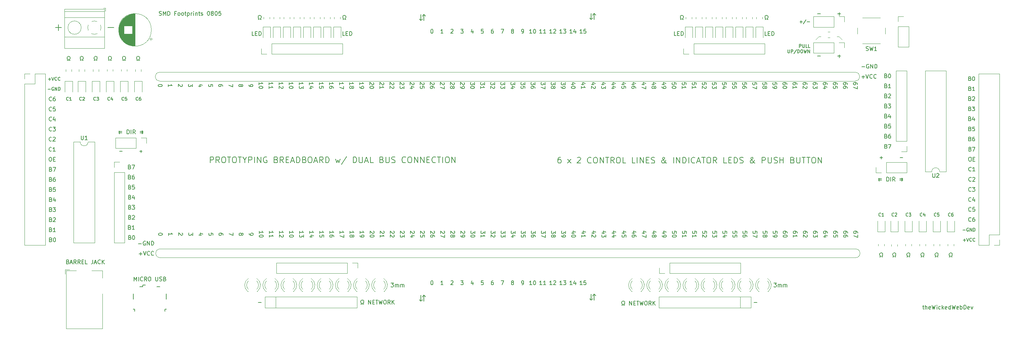
<source format=gbr>
%TF.GenerationSoftware,KiCad,Pcbnew,(5.1.10-1-10_14)*%
%TF.CreationDate,2021-08-21T14:50:14-04:00*%
%TF.ProjectId,breadboard-prototype,62726561-6462-46f6-9172-642d70726f74,rev?*%
%TF.SameCoordinates,Original*%
%TF.FileFunction,Legend,Top*%
%TF.FilePolarity,Positive*%
%FSLAX46Y46*%
G04 Gerber Fmt 4.6, Leading zero omitted, Abs format (unit mm)*
G04 Created by KiCad (PCBNEW (5.1.10-1-10_14)) date 2021-08-21 14:50:14*
%MOMM*%
%LPD*%
G01*
G04 APERTURE LIST*
%ADD10C,0.150000*%
%ADD11C,0.120000*%
%ADD12C,0.200000*%
G04 APERTURE END LIST*
D10*
X162648285Y-35456761D02*
X162791142Y-35504380D01*
X163029238Y-35504380D01*
X163124476Y-35456761D01*
X163172095Y-35409142D01*
X163219714Y-35313904D01*
X163219714Y-35218666D01*
X163172095Y-35123428D01*
X163124476Y-35075809D01*
X163029238Y-35028190D01*
X162838761Y-34980571D01*
X162743523Y-34932952D01*
X162695904Y-34885333D01*
X162648285Y-34790095D01*
X162648285Y-34694857D01*
X162695904Y-34599619D01*
X162743523Y-34552000D01*
X162838761Y-34504380D01*
X163076857Y-34504380D01*
X163219714Y-34552000D01*
X163648285Y-35504380D02*
X163648285Y-34504380D01*
X163981619Y-35218666D01*
X164314952Y-34504380D01*
X164314952Y-35504380D01*
X164791142Y-35504380D02*
X164791142Y-34504380D01*
X165029238Y-34504380D01*
X165172095Y-34552000D01*
X165267333Y-34647238D01*
X165314952Y-34742476D01*
X165362571Y-34932952D01*
X165362571Y-35075809D01*
X165314952Y-35266285D01*
X165267333Y-35361523D01*
X165172095Y-35456761D01*
X165029238Y-35504380D01*
X164791142Y-35504380D01*
X166886380Y-34980571D02*
X166553047Y-34980571D01*
X166553047Y-35504380D02*
X166553047Y-34504380D01*
X167029238Y-34504380D01*
X167553047Y-35504380D02*
X167457809Y-35456761D01*
X167410190Y-35409142D01*
X167362571Y-35313904D01*
X167362571Y-35028190D01*
X167410190Y-34932952D01*
X167457809Y-34885333D01*
X167553047Y-34837714D01*
X167695904Y-34837714D01*
X167791142Y-34885333D01*
X167838761Y-34932952D01*
X167886380Y-35028190D01*
X167886380Y-35313904D01*
X167838761Y-35409142D01*
X167791142Y-35456761D01*
X167695904Y-35504380D01*
X167553047Y-35504380D01*
X168457809Y-35504380D02*
X168362571Y-35456761D01*
X168314952Y-35409142D01*
X168267333Y-35313904D01*
X168267333Y-35028190D01*
X168314952Y-34932952D01*
X168362571Y-34885333D01*
X168457809Y-34837714D01*
X168600666Y-34837714D01*
X168695904Y-34885333D01*
X168743523Y-34932952D01*
X168791142Y-35028190D01*
X168791142Y-35313904D01*
X168743523Y-35409142D01*
X168695904Y-35456761D01*
X168600666Y-35504380D01*
X168457809Y-35504380D01*
X169076857Y-34837714D02*
X169457809Y-34837714D01*
X169219714Y-34504380D02*
X169219714Y-35361523D01*
X169267333Y-35456761D01*
X169362571Y-35504380D01*
X169457809Y-35504380D01*
X169791142Y-34837714D02*
X169791142Y-35837714D01*
X169791142Y-34885333D02*
X169886380Y-34837714D01*
X170076857Y-34837714D01*
X170172095Y-34885333D01*
X170219714Y-34932952D01*
X170267333Y-35028190D01*
X170267333Y-35313904D01*
X170219714Y-35409142D01*
X170172095Y-35456761D01*
X170076857Y-35504380D01*
X169886380Y-35504380D01*
X169791142Y-35456761D01*
X170695904Y-35504380D02*
X170695904Y-34837714D01*
X170695904Y-35028190D02*
X170743523Y-34932952D01*
X170791142Y-34885333D01*
X170886380Y-34837714D01*
X170981619Y-34837714D01*
X171314952Y-35504380D02*
X171314952Y-34837714D01*
X171314952Y-34504380D02*
X171267333Y-34552000D01*
X171314952Y-34599619D01*
X171362571Y-34552000D01*
X171314952Y-34504380D01*
X171314952Y-34599619D01*
X171791142Y-34837714D02*
X171791142Y-35504380D01*
X171791142Y-34932952D02*
X171838761Y-34885333D01*
X171934000Y-34837714D01*
X172076857Y-34837714D01*
X172172095Y-34885333D01*
X172219714Y-34980571D01*
X172219714Y-35504380D01*
X172553047Y-34837714D02*
X172934000Y-34837714D01*
X172695904Y-34504380D02*
X172695904Y-35361523D01*
X172743523Y-35456761D01*
X172838761Y-35504380D01*
X172934000Y-35504380D01*
X173219714Y-35456761D02*
X173314952Y-35504380D01*
X173505428Y-35504380D01*
X173600666Y-35456761D01*
X173648285Y-35361523D01*
X173648285Y-35313904D01*
X173600666Y-35218666D01*
X173505428Y-35171047D01*
X173362571Y-35171047D01*
X173267333Y-35123428D01*
X173219714Y-35028190D01*
X173219714Y-34980571D01*
X173267333Y-34885333D01*
X173362571Y-34837714D01*
X173505428Y-34837714D01*
X173600666Y-34885333D01*
X175029238Y-34504380D02*
X175124476Y-34504380D01*
X175219714Y-34552000D01*
X175267333Y-34599619D01*
X175314952Y-34694857D01*
X175362571Y-34885333D01*
X175362571Y-35123428D01*
X175314952Y-35313904D01*
X175267333Y-35409142D01*
X175219714Y-35456761D01*
X175124476Y-35504380D01*
X175029238Y-35504380D01*
X174934000Y-35456761D01*
X174886380Y-35409142D01*
X174838761Y-35313904D01*
X174791142Y-35123428D01*
X174791142Y-34885333D01*
X174838761Y-34694857D01*
X174886380Y-34599619D01*
X174934000Y-34552000D01*
X175029238Y-34504380D01*
X175934000Y-34932952D02*
X175838761Y-34885333D01*
X175791142Y-34837714D01*
X175743523Y-34742476D01*
X175743523Y-34694857D01*
X175791142Y-34599619D01*
X175838761Y-34552000D01*
X175934000Y-34504380D01*
X176124476Y-34504380D01*
X176219714Y-34552000D01*
X176267333Y-34599619D01*
X176314952Y-34694857D01*
X176314952Y-34742476D01*
X176267333Y-34837714D01*
X176219714Y-34885333D01*
X176124476Y-34932952D01*
X175934000Y-34932952D01*
X175838761Y-34980571D01*
X175791142Y-35028190D01*
X175743523Y-35123428D01*
X175743523Y-35313904D01*
X175791142Y-35409142D01*
X175838761Y-35456761D01*
X175934000Y-35504380D01*
X176124476Y-35504380D01*
X176219714Y-35456761D01*
X176267333Y-35409142D01*
X176314952Y-35313904D01*
X176314952Y-35123428D01*
X176267333Y-35028190D01*
X176219714Y-34980571D01*
X176124476Y-34932952D01*
X176934000Y-34504380D02*
X177029238Y-34504380D01*
X177124476Y-34552000D01*
X177172095Y-34599619D01*
X177219714Y-34694857D01*
X177267333Y-34885333D01*
X177267333Y-35123428D01*
X177219714Y-35313904D01*
X177172095Y-35409142D01*
X177124476Y-35456761D01*
X177029238Y-35504380D01*
X176934000Y-35504380D01*
X176838761Y-35456761D01*
X176791142Y-35409142D01*
X176743523Y-35313904D01*
X176695904Y-35123428D01*
X176695904Y-34885333D01*
X176743523Y-34694857D01*
X176791142Y-34599619D01*
X176838761Y-34552000D01*
X176934000Y-34504380D01*
X178172095Y-34504380D02*
X177695904Y-34504380D01*
X177648285Y-34980571D01*
X177695904Y-34932952D01*
X177791142Y-34885333D01*
X178029238Y-34885333D01*
X178124476Y-34932952D01*
X178172095Y-34980571D01*
X178219714Y-35075809D01*
X178219714Y-35313904D01*
X178172095Y-35409142D01*
X178124476Y-35456761D01*
X178029238Y-35504380D01*
X177791142Y-35504380D01*
X177695904Y-35456761D01*
X177648285Y-35409142D01*
X139613238Y-97718571D02*
X139756095Y-97766190D01*
X139803714Y-97813809D01*
X139851333Y-97909047D01*
X139851333Y-98051904D01*
X139803714Y-98147142D01*
X139756095Y-98194761D01*
X139660857Y-98242380D01*
X139279904Y-98242380D01*
X139279904Y-97242380D01*
X139613238Y-97242380D01*
X139708476Y-97290000D01*
X139756095Y-97337619D01*
X139803714Y-97432857D01*
X139803714Y-97528095D01*
X139756095Y-97623333D01*
X139708476Y-97670952D01*
X139613238Y-97718571D01*
X139279904Y-97718571D01*
X140232285Y-97956666D02*
X140708476Y-97956666D01*
X140137047Y-98242380D02*
X140470380Y-97242380D01*
X140803714Y-98242380D01*
X141708476Y-98242380D02*
X141375142Y-97766190D01*
X141137047Y-98242380D02*
X141137047Y-97242380D01*
X141518000Y-97242380D01*
X141613238Y-97290000D01*
X141660857Y-97337619D01*
X141708476Y-97432857D01*
X141708476Y-97575714D01*
X141660857Y-97670952D01*
X141613238Y-97718571D01*
X141518000Y-97766190D01*
X141137047Y-97766190D01*
X142708476Y-98242380D02*
X142375142Y-97766190D01*
X142137047Y-98242380D02*
X142137047Y-97242380D01*
X142518000Y-97242380D01*
X142613238Y-97290000D01*
X142660857Y-97337619D01*
X142708476Y-97432857D01*
X142708476Y-97575714D01*
X142660857Y-97670952D01*
X142613238Y-97718571D01*
X142518000Y-97766190D01*
X142137047Y-97766190D01*
X143137047Y-97718571D02*
X143470380Y-97718571D01*
X143613238Y-98242380D02*
X143137047Y-98242380D01*
X143137047Y-97242380D01*
X143613238Y-97242380D01*
X144518000Y-98242380D02*
X144041809Y-98242380D01*
X144041809Y-97242380D01*
X145898952Y-97242380D02*
X145898952Y-97956666D01*
X145851333Y-98099523D01*
X145756095Y-98194761D01*
X145613238Y-98242380D01*
X145518000Y-98242380D01*
X146327523Y-97956666D02*
X146803714Y-97956666D01*
X146232285Y-98242380D02*
X146565619Y-97242380D01*
X146898952Y-98242380D01*
X147803714Y-98147142D02*
X147756095Y-98194761D01*
X147613238Y-98242380D01*
X147518000Y-98242380D01*
X147375142Y-98194761D01*
X147279904Y-98099523D01*
X147232285Y-98004285D01*
X147184666Y-97813809D01*
X147184666Y-97670952D01*
X147232285Y-97480476D01*
X147279904Y-97385238D01*
X147375142Y-97290000D01*
X147518000Y-97242380D01*
X147613238Y-97242380D01*
X147756095Y-97290000D01*
X147803714Y-97337619D01*
X148232285Y-98242380D02*
X148232285Y-97242380D01*
X148803714Y-98242380D02*
X148375142Y-97670952D01*
X148803714Y-97242380D02*
X148232285Y-97813809D01*
X156297809Y-102560380D02*
X156297809Y-101560380D01*
X156631142Y-102274666D01*
X156964476Y-101560380D01*
X156964476Y-102560380D01*
X157440666Y-102560380D02*
X157440666Y-101560380D01*
X158488285Y-102465142D02*
X158440666Y-102512761D01*
X158297809Y-102560380D01*
X158202571Y-102560380D01*
X158059714Y-102512761D01*
X157964476Y-102417523D01*
X157916857Y-102322285D01*
X157869238Y-102131809D01*
X157869238Y-101988952D01*
X157916857Y-101798476D01*
X157964476Y-101703238D01*
X158059714Y-101608000D01*
X158202571Y-101560380D01*
X158297809Y-101560380D01*
X158440666Y-101608000D01*
X158488285Y-101655619D01*
X159488285Y-102560380D02*
X159154952Y-102084190D01*
X158916857Y-102560380D02*
X158916857Y-101560380D01*
X159297809Y-101560380D01*
X159393047Y-101608000D01*
X159440666Y-101655619D01*
X159488285Y-101750857D01*
X159488285Y-101893714D01*
X159440666Y-101988952D01*
X159393047Y-102036571D01*
X159297809Y-102084190D01*
X158916857Y-102084190D01*
X160107333Y-101560380D02*
X160297809Y-101560380D01*
X160393047Y-101608000D01*
X160488285Y-101703238D01*
X160535904Y-101893714D01*
X160535904Y-102227047D01*
X160488285Y-102417523D01*
X160393047Y-102512761D01*
X160297809Y-102560380D01*
X160107333Y-102560380D01*
X160012095Y-102512761D01*
X159916857Y-102417523D01*
X159869238Y-102227047D01*
X159869238Y-101893714D01*
X159916857Y-101703238D01*
X160012095Y-101608000D01*
X160107333Y-101560380D01*
X161726380Y-101560380D02*
X161726380Y-102369904D01*
X161774000Y-102465142D01*
X161821619Y-102512761D01*
X161916857Y-102560380D01*
X162107333Y-102560380D01*
X162202571Y-102512761D01*
X162250190Y-102465142D01*
X162297809Y-102369904D01*
X162297809Y-101560380D01*
X162726380Y-102512761D02*
X162869238Y-102560380D01*
X163107333Y-102560380D01*
X163202571Y-102512761D01*
X163250190Y-102465142D01*
X163297809Y-102369904D01*
X163297809Y-102274666D01*
X163250190Y-102179428D01*
X163202571Y-102131809D01*
X163107333Y-102084190D01*
X162916857Y-102036571D01*
X162821619Y-101988952D01*
X162774000Y-101941333D01*
X162726380Y-101846095D01*
X162726380Y-101750857D01*
X162774000Y-101655619D01*
X162821619Y-101608000D01*
X162916857Y-101560380D01*
X163154952Y-101560380D01*
X163297809Y-101608000D01*
X164059714Y-102036571D02*
X164202571Y-102084190D01*
X164250190Y-102131809D01*
X164297809Y-102227047D01*
X164297809Y-102369904D01*
X164250190Y-102465142D01*
X164202571Y-102512761D01*
X164107333Y-102560380D01*
X163726380Y-102560380D01*
X163726380Y-101560380D01*
X164059714Y-101560380D01*
X164154952Y-101608000D01*
X164202571Y-101655619D01*
X164250190Y-101750857D01*
X164250190Y-101846095D01*
X164202571Y-101941333D01*
X164154952Y-101988952D01*
X164059714Y-102036571D01*
X163726380Y-102036571D01*
X324171928Y-37141142D02*
X324781452Y-37141142D01*
X324476690Y-37445904D02*
X324476690Y-36836380D01*
X325733833Y-36607809D02*
X325048119Y-37636380D01*
X326000500Y-37141142D02*
X326610023Y-37141142D01*
D11*
X328930000Y-40894000D02*
X328168000Y-41656000D01*
X329438000Y-40894000D02*
X328930000Y-40894000D01*
X334010000Y-40894000D02*
X334772000Y-41656000D01*
X333502000Y-40894000D02*
X334010000Y-40894000D01*
D10*
X324057642Y-43628904D02*
X324057642Y-42828904D01*
X324362404Y-42828904D01*
X324438595Y-42867000D01*
X324476690Y-42905095D01*
X324514785Y-42981285D01*
X324514785Y-43095571D01*
X324476690Y-43171761D01*
X324438595Y-43209857D01*
X324362404Y-43247952D01*
X324057642Y-43247952D01*
X324857642Y-42828904D02*
X324857642Y-43476523D01*
X324895738Y-43552714D01*
X324933833Y-43590809D01*
X325010023Y-43628904D01*
X325162404Y-43628904D01*
X325238595Y-43590809D01*
X325276690Y-43552714D01*
X325314785Y-43476523D01*
X325314785Y-42828904D01*
X326076690Y-43628904D02*
X325695738Y-43628904D01*
X325695738Y-42828904D01*
X326724309Y-43628904D02*
X326343357Y-43628904D01*
X326343357Y-42828904D01*
X321124309Y-44178904D02*
X321124309Y-44826523D01*
X321162404Y-44902714D01*
X321200500Y-44940809D01*
X321276690Y-44978904D01*
X321429071Y-44978904D01*
X321505261Y-44940809D01*
X321543357Y-44902714D01*
X321581452Y-44826523D01*
X321581452Y-44178904D01*
X321962404Y-44978904D02*
X321962404Y-44178904D01*
X322267166Y-44178904D01*
X322343357Y-44217000D01*
X322381452Y-44255095D01*
X322419547Y-44331285D01*
X322419547Y-44445571D01*
X322381452Y-44521761D01*
X322343357Y-44559857D01*
X322267166Y-44597952D01*
X321962404Y-44597952D01*
X323333833Y-44140809D02*
X322648119Y-45169380D01*
X323600500Y-44978904D02*
X323600500Y-44178904D01*
X323790976Y-44178904D01*
X323905261Y-44217000D01*
X323981452Y-44293190D01*
X324019547Y-44369380D01*
X324057642Y-44521761D01*
X324057642Y-44636047D01*
X324019547Y-44788428D01*
X323981452Y-44864619D01*
X323905261Y-44940809D01*
X323790976Y-44978904D01*
X323600500Y-44978904D01*
X324552880Y-44178904D02*
X324705261Y-44178904D01*
X324781452Y-44217000D01*
X324857642Y-44293190D01*
X324895738Y-44445571D01*
X324895738Y-44712238D01*
X324857642Y-44864619D01*
X324781452Y-44940809D01*
X324705261Y-44978904D01*
X324552880Y-44978904D01*
X324476690Y-44940809D01*
X324400500Y-44864619D01*
X324362404Y-44712238D01*
X324362404Y-44445571D01*
X324400500Y-44293190D01*
X324476690Y-44217000D01*
X324552880Y-44178904D01*
X325162404Y-44178904D02*
X325352880Y-44978904D01*
X325505261Y-44407476D01*
X325657642Y-44978904D01*
X325848119Y-44178904D01*
X326152880Y-44978904D02*
X326152880Y-44178904D01*
X326610023Y-44978904D01*
X326610023Y-44178904D01*
X333674500Y-45791428D02*
X334436404Y-45791428D01*
X334055452Y-46172380D02*
X334055452Y-45410476D01*
X328594500Y-45791428D02*
X329356404Y-45791428D01*
X328594500Y-35123428D02*
X329356404Y-35123428D01*
X333674500Y-35123428D02*
X334436404Y-35123428D01*
X334055452Y-35504380D02*
X334055452Y-34742476D01*
X317611333Y-103084380D02*
X318230380Y-103084380D01*
X317897047Y-103465333D01*
X318039904Y-103465333D01*
X318135142Y-103512952D01*
X318182761Y-103560571D01*
X318230380Y-103655809D01*
X318230380Y-103893904D01*
X318182761Y-103989142D01*
X318135142Y-104036761D01*
X318039904Y-104084380D01*
X317754190Y-104084380D01*
X317658952Y-104036761D01*
X317611333Y-103989142D01*
X318658952Y-104084380D02*
X318658952Y-103417714D01*
X318658952Y-103512952D02*
X318706571Y-103465333D01*
X318801809Y-103417714D01*
X318944666Y-103417714D01*
X319039904Y-103465333D01*
X319087523Y-103560571D01*
X319087523Y-104084380D01*
X319087523Y-103560571D02*
X319135142Y-103465333D01*
X319230380Y-103417714D01*
X319373238Y-103417714D01*
X319468476Y-103465333D01*
X319516095Y-103560571D01*
X319516095Y-104084380D01*
X319992285Y-104084380D02*
X319992285Y-103417714D01*
X319992285Y-103512952D02*
X320039904Y-103465333D01*
X320135142Y-103417714D01*
X320278000Y-103417714D01*
X320373238Y-103465333D01*
X320420857Y-103560571D01*
X320420857Y-104084380D01*
X320420857Y-103560571D02*
X320468476Y-103465333D01*
X320563714Y-103417714D01*
X320706571Y-103417714D01*
X320801809Y-103465333D01*
X320849428Y-103560571D01*
X320849428Y-104084380D01*
X221091333Y-103084380D02*
X221710380Y-103084380D01*
X221377047Y-103465333D01*
X221519904Y-103465333D01*
X221615142Y-103512952D01*
X221662761Y-103560571D01*
X221710380Y-103655809D01*
X221710380Y-103893904D01*
X221662761Y-103989142D01*
X221615142Y-104036761D01*
X221519904Y-104084380D01*
X221234190Y-104084380D01*
X221138952Y-104036761D01*
X221091333Y-103989142D01*
X222138952Y-104084380D02*
X222138952Y-103417714D01*
X222138952Y-103512952D02*
X222186571Y-103465333D01*
X222281809Y-103417714D01*
X222424666Y-103417714D01*
X222519904Y-103465333D01*
X222567523Y-103560571D01*
X222567523Y-104084380D01*
X222567523Y-103560571D02*
X222615142Y-103465333D01*
X222710380Y-103417714D01*
X222853238Y-103417714D01*
X222948476Y-103465333D01*
X222996095Y-103560571D01*
X222996095Y-104084380D01*
X223472285Y-104084380D02*
X223472285Y-103417714D01*
X223472285Y-103512952D02*
X223519904Y-103465333D01*
X223615142Y-103417714D01*
X223758000Y-103417714D01*
X223853238Y-103465333D01*
X223900857Y-103560571D01*
X223900857Y-104084380D01*
X223900857Y-103560571D02*
X223948476Y-103465333D01*
X224043714Y-103417714D01*
X224186571Y-103417714D01*
X224281809Y-103465333D01*
X224329428Y-103560571D01*
X224329428Y-104084380D01*
X279249714Y-108656380D02*
X279487809Y-108656380D01*
X279487809Y-108465904D01*
X279392571Y-108418285D01*
X279297333Y-108323047D01*
X279249714Y-108180190D01*
X279249714Y-107942095D01*
X279297333Y-107799238D01*
X279392571Y-107704000D01*
X279535428Y-107656380D01*
X279725904Y-107656380D01*
X279868761Y-107704000D01*
X279964000Y-107799238D01*
X280011619Y-107942095D01*
X280011619Y-108180190D01*
X279964000Y-108323047D01*
X279868761Y-108418285D01*
X279773523Y-108465904D01*
X279773523Y-108656380D01*
X280011619Y-108656380D01*
X281202095Y-108656380D02*
X281202095Y-107656380D01*
X281773523Y-108656380D01*
X281773523Y-107656380D01*
X282249714Y-108132571D02*
X282583047Y-108132571D01*
X282725904Y-108656380D02*
X282249714Y-108656380D01*
X282249714Y-107656380D01*
X282725904Y-107656380D01*
X283011619Y-107656380D02*
X283583047Y-107656380D01*
X283297333Y-108656380D02*
X283297333Y-107656380D01*
X283821142Y-107656380D02*
X284059238Y-108656380D01*
X284249714Y-107942095D01*
X284440190Y-108656380D01*
X284678285Y-107656380D01*
X285249714Y-107656380D02*
X285440190Y-107656380D01*
X285535428Y-107704000D01*
X285630666Y-107799238D01*
X285678285Y-107989714D01*
X285678285Y-108323047D01*
X285630666Y-108513523D01*
X285535428Y-108608761D01*
X285440190Y-108656380D01*
X285249714Y-108656380D01*
X285154476Y-108608761D01*
X285059238Y-108513523D01*
X285011619Y-108323047D01*
X285011619Y-107989714D01*
X285059238Y-107799238D01*
X285154476Y-107704000D01*
X285249714Y-107656380D01*
X286678285Y-108656380D02*
X286344952Y-108180190D01*
X286106857Y-108656380D02*
X286106857Y-107656380D01*
X286487809Y-107656380D01*
X286583047Y-107704000D01*
X286630666Y-107751619D01*
X286678285Y-107846857D01*
X286678285Y-107989714D01*
X286630666Y-108084952D01*
X286583047Y-108132571D01*
X286487809Y-108180190D01*
X286106857Y-108180190D01*
X287106857Y-108656380D02*
X287106857Y-107656380D01*
X287678285Y-108656380D02*
X287249714Y-108084952D01*
X287678285Y-107656380D02*
X287106857Y-108227809D01*
X213463714Y-108402380D02*
X213701809Y-108402380D01*
X213701809Y-108211904D01*
X213606571Y-108164285D01*
X213511333Y-108069047D01*
X213463714Y-107926190D01*
X213463714Y-107688095D01*
X213511333Y-107545238D01*
X213606571Y-107450000D01*
X213749428Y-107402380D01*
X213939904Y-107402380D01*
X214082761Y-107450000D01*
X214178000Y-107545238D01*
X214225619Y-107688095D01*
X214225619Y-107926190D01*
X214178000Y-108069047D01*
X214082761Y-108164285D01*
X213987523Y-108211904D01*
X213987523Y-108402380D01*
X214225619Y-108402380D01*
X215416095Y-108402380D02*
X215416095Y-107402380D01*
X215987523Y-108402380D01*
X215987523Y-107402380D01*
X216463714Y-107878571D02*
X216797047Y-107878571D01*
X216939904Y-108402380D02*
X216463714Y-108402380D01*
X216463714Y-107402380D01*
X216939904Y-107402380D01*
X217225619Y-107402380D02*
X217797047Y-107402380D01*
X217511333Y-108402380D02*
X217511333Y-107402380D01*
X218035142Y-107402380D02*
X218273238Y-108402380D01*
X218463714Y-107688095D01*
X218654190Y-108402380D01*
X218892285Y-107402380D01*
X219463714Y-107402380D02*
X219654190Y-107402380D01*
X219749428Y-107450000D01*
X219844666Y-107545238D01*
X219892285Y-107735714D01*
X219892285Y-108069047D01*
X219844666Y-108259523D01*
X219749428Y-108354761D01*
X219654190Y-108402380D01*
X219463714Y-108402380D01*
X219368476Y-108354761D01*
X219273238Y-108259523D01*
X219225619Y-108069047D01*
X219225619Y-107735714D01*
X219273238Y-107545238D01*
X219368476Y-107450000D01*
X219463714Y-107402380D01*
X220892285Y-108402380D02*
X220558952Y-107926190D01*
X220320857Y-108402380D02*
X220320857Y-107402380D01*
X220701809Y-107402380D01*
X220797047Y-107450000D01*
X220844666Y-107497619D01*
X220892285Y-107592857D01*
X220892285Y-107735714D01*
X220844666Y-107830952D01*
X220797047Y-107878571D01*
X220701809Y-107926190D01*
X220320857Y-107926190D01*
X221320857Y-108402380D02*
X221320857Y-107402380D01*
X221892285Y-108402380D02*
X221463714Y-107830952D01*
X221892285Y-107402380D02*
X221320857Y-107973809D01*
D12*
X272303809Y-107441904D02*
X272303809Y-105918095D01*
X271541904Y-105918095D02*
X271541904Y-107441904D01*
X271922857Y-107060952D02*
X271541904Y-107441904D01*
X271160952Y-107060952D01*
X272684761Y-106299047D02*
X272303809Y-105918095D01*
X271922857Y-106299047D01*
X229377809Y-107695904D02*
X229377809Y-106172095D01*
X228615904Y-106172095D02*
X228615904Y-107695904D01*
X228996857Y-107314952D02*
X228615904Y-107695904D01*
X228234952Y-107314952D01*
X229758761Y-106553047D02*
X229377809Y-106172095D01*
X228996857Y-106553047D01*
X272303809Y-36575904D02*
X272303809Y-35052095D01*
X271541904Y-35052095D02*
X271541904Y-36575904D01*
X271922857Y-36194952D02*
X271541904Y-36575904D01*
X271160952Y-36194952D01*
X272684761Y-35433047D02*
X272303809Y-35052095D01*
X271922857Y-35433047D01*
X229377809Y-36829904D02*
X229377809Y-35306095D01*
X228615904Y-35306095D02*
X228615904Y-36829904D01*
X228996857Y-36448952D02*
X228615904Y-36829904D01*
X228234952Y-36448952D01*
X229758761Y-35687047D02*
X229377809Y-35306095D01*
X228996857Y-35687047D01*
D10*
X186555142Y-40584380D02*
X186078952Y-40584380D01*
X186078952Y-39584380D01*
X186888476Y-40060571D02*
X187221809Y-40060571D01*
X187364666Y-40584380D02*
X186888476Y-40584380D01*
X186888476Y-39584380D01*
X187364666Y-39584380D01*
X187793238Y-40584380D02*
X187793238Y-39584380D01*
X188031333Y-39584380D01*
X188174190Y-39632000D01*
X188269428Y-39727238D01*
X188317047Y-39822476D01*
X188364666Y-40012952D01*
X188364666Y-40155809D01*
X188317047Y-40346285D01*
X188269428Y-40441523D01*
X188174190Y-40536761D01*
X188031333Y-40584380D01*
X187793238Y-40584380D01*
X209415142Y-40584380D02*
X208938952Y-40584380D01*
X208938952Y-39584380D01*
X209748476Y-40060571D02*
X210081809Y-40060571D01*
X210224666Y-40584380D02*
X209748476Y-40584380D01*
X209748476Y-39584380D01*
X210224666Y-39584380D01*
X210653238Y-40584380D02*
X210653238Y-39584380D01*
X210891333Y-39584380D01*
X211034190Y-39632000D01*
X211129428Y-39727238D01*
X211177047Y-39822476D01*
X211224666Y-40012952D01*
X211224666Y-40155809D01*
X211177047Y-40346285D01*
X211129428Y-40441523D01*
X211034190Y-40536761D01*
X210891333Y-40584380D01*
X210653238Y-40584380D01*
X292981142Y-40584380D02*
X292504952Y-40584380D01*
X292504952Y-39584380D01*
X293314476Y-40060571D02*
X293647809Y-40060571D01*
X293790666Y-40584380D02*
X293314476Y-40584380D01*
X293314476Y-39584380D01*
X293790666Y-39584380D01*
X294219238Y-40584380D02*
X294219238Y-39584380D01*
X294457333Y-39584380D01*
X294600190Y-39632000D01*
X294695428Y-39727238D01*
X294743047Y-39822476D01*
X294790666Y-40012952D01*
X294790666Y-40155809D01*
X294743047Y-40346285D01*
X294695428Y-40441523D01*
X294600190Y-40536761D01*
X294457333Y-40584380D01*
X294219238Y-40584380D01*
X315841142Y-40584380D02*
X315364952Y-40584380D01*
X315364952Y-39584380D01*
X316174476Y-40060571D02*
X316507809Y-40060571D01*
X316650666Y-40584380D02*
X316174476Y-40584380D01*
X316174476Y-39584380D01*
X316650666Y-39584380D01*
X317079238Y-40584380D02*
X317079238Y-39584380D01*
X317317333Y-39584380D01*
X317460190Y-39632000D01*
X317555428Y-39727238D01*
X317603047Y-39822476D01*
X317650666Y-40012952D01*
X317650666Y-40155809D01*
X317603047Y-40346285D01*
X317555428Y-40441523D01*
X317460190Y-40536761D01*
X317317333Y-40584380D01*
X317079238Y-40584380D01*
X315341047Y-36520380D02*
X315579142Y-36520380D01*
X315579142Y-36329904D01*
X315483904Y-36282285D01*
X315388666Y-36187047D01*
X315341047Y-36044190D01*
X315341047Y-35806095D01*
X315388666Y-35663238D01*
X315483904Y-35568000D01*
X315626761Y-35520380D01*
X315817238Y-35520380D01*
X315960095Y-35568000D01*
X316055333Y-35663238D01*
X316102952Y-35806095D01*
X316102952Y-36044190D01*
X316055333Y-36187047D01*
X315960095Y-36282285D01*
X315864857Y-36329904D01*
X315864857Y-36520380D01*
X316102952Y-36520380D01*
X294005047Y-36520380D02*
X294243142Y-36520380D01*
X294243142Y-36329904D01*
X294147904Y-36282285D01*
X294052666Y-36187047D01*
X294005047Y-36044190D01*
X294005047Y-35806095D01*
X294052666Y-35663238D01*
X294147904Y-35568000D01*
X294290761Y-35520380D01*
X294481238Y-35520380D01*
X294624095Y-35568000D01*
X294719333Y-35663238D01*
X294766952Y-35806095D01*
X294766952Y-36044190D01*
X294719333Y-36187047D01*
X294624095Y-36282285D01*
X294528857Y-36329904D01*
X294528857Y-36520380D01*
X294766952Y-36520380D01*
X187579047Y-36520380D02*
X187817142Y-36520380D01*
X187817142Y-36329904D01*
X187721904Y-36282285D01*
X187626666Y-36187047D01*
X187579047Y-36044190D01*
X187579047Y-35806095D01*
X187626666Y-35663238D01*
X187721904Y-35568000D01*
X187864761Y-35520380D01*
X188055238Y-35520380D01*
X188198095Y-35568000D01*
X188293333Y-35663238D01*
X188340952Y-35806095D01*
X188340952Y-36044190D01*
X188293333Y-36187047D01*
X188198095Y-36282285D01*
X188102857Y-36329904D01*
X188102857Y-36520380D01*
X188340952Y-36520380D01*
X208915047Y-36520380D02*
X209153142Y-36520380D01*
X209153142Y-36329904D01*
X209057904Y-36282285D01*
X208962666Y-36187047D01*
X208915047Y-36044190D01*
X208915047Y-35806095D01*
X208962666Y-35663238D01*
X209057904Y-35568000D01*
X209200761Y-35520380D01*
X209391238Y-35520380D01*
X209534095Y-35568000D01*
X209629333Y-35663238D01*
X209676952Y-35806095D01*
X209676952Y-36044190D01*
X209629333Y-36187047D01*
X209534095Y-36282285D01*
X209438857Y-36329904D01*
X209438857Y-36520380D01*
X209676952Y-36520380D01*
X312547047Y-108021428D02*
X313308952Y-108021428D01*
X187579047Y-108021428D02*
X188340952Y-108021428D01*
X150184666Y-56907714D02*
X150146571Y-56945809D01*
X150032285Y-56983904D01*
X149956095Y-56983904D01*
X149841809Y-56945809D01*
X149765619Y-56869619D01*
X149727523Y-56793428D01*
X149689428Y-56641047D01*
X149689428Y-56526761D01*
X149727523Y-56374380D01*
X149765619Y-56298190D01*
X149841809Y-56222000D01*
X149956095Y-56183904D01*
X150032285Y-56183904D01*
X150146571Y-56222000D01*
X150184666Y-56260095D01*
X150870380Y-56450571D02*
X150870380Y-56983904D01*
X150679904Y-56145809D02*
X150489428Y-56717238D01*
X150984666Y-56717238D01*
X143072666Y-56907714D02*
X143034571Y-56945809D01*
X142920285Y-56983904D01*
X142844095Y-56983904D01*
X142729809Y-56945809D01*
X142653619Y-56869619D01*
X142615523Y-56793428D01*
X142577428Y-56641047D01*
X142577428Y-56526761D01*
X142615523Y-56374380D01*
X142653619Y-56298190D01*
X142729809Y-56222000D01*
X142844095Y-56183904D01*
X142920285Y-56183904D01*
X143034571Y-56222000D01*
X143072666Y-56260095D01*
X143377428Y-56260095D02*
X143415523Y-56222000D01*
X143491714Y-56183904D01*
X143682190Y-56183904D01*
X143758380Y-56222000D01*
X143796476Y-56260095D01*
X143834571Y-56336285D01*
X143834571Y-56412476D01*
X143796476Y-56526761D01*
X143339333Y-56983904D01*
X143834571Y-56983904D01*
X139770666Y-56907714D02*
X139732571Y-56945809D01*
X139618285Y-56983904D01*
X139542095Y-56983904D01*
X139427809Y-56945809D01*
X139351619Y-56869619D01*
X139313523Y-56793428D01*
X139275428Y-56641047D01*
X139275428Y-56526761D01*
X139313523Y-56374380D01*
X139351619Y-56298190D01*
X139427809Y-56222000D01*
X139542095Y-56183904D01*
X139618285Y-56183904D01*
X139732571Y-56222000D01*
X139770666Y-56260095D01*
X140532571Y-56983904D02*
X140075428Y-56983904D01*
X140304000Y-56983904D02*
X140304000Y-56183904D01*
X140227809Y-56298190D01*
X140151619Y-56374380D01*
X140075428Y-56412476D01*
X146628666Y-56907714D02*
X146590571Y-56945809D01*
X146476285Y-56983904D01*
X146400095Y-56983904D01*
X146285809Y-56945809D01*
X146209619Y-56869619D01*
X146171523Y-56793428D01*
X146133428Y-56641047D01*
X146133428Y-56526761D01*
X146171523Y-56374380D01*
X146209619Y-56298190D01*
X146285809Y-56222000D01*
X146400095Y-56183904D01*
X146476285Y-56183904D01*
X146590571Y-56222000D01*
X146628666Y-56260095D01*
X146895333Y-56183904D02*
X147390571Y-56183904D01*
X147123904Y-56488666D01*
X147238190Y-56488666D01*
X147314380Y-56526761D01*
X147352476Y-56564857D01*
X147390571Y-56641047D01*
X147390571Y-56831523D01*
X147352476Y-56907714D01*
X147314380Y-56945809D01*
X147238190Y-56983904D01*
X147009619Y-56983904D01*
X146933428Y-56945809D01*
X146895333Y-56907714D01*
X157296666Y-56907714D02*
X157258571Y-56945809D01*
X157144285Y-56983904D01*
X157068095Y-56983904D01*
X156953809Y-56945809D01*
X156877619Y-56869619D01*
X156839523Y-56793428D01*
X156801428Y-56641047D01*
X156801428Y-56526761D01*
X156839523Y-56374380D01*
X156877619Y-56298190D01*
X156953809Y-56222000D01*
X157068095Y-56183904D01*
X157144285Y-56183904D01*
X157258571Y-56222000D01*
X157296666Y-56260095D01*
X157982380Y-56183904D02*
X157830000Y-56183904D01*
X157753809Y-56222000D01*
X157715714Y-56260095D01*
X157639523Y-56374380D01*
X157601428Y-56526761D01*
X157601428Y-56831523D01*
X157639523Y-56907714D01*
X157677619Y-56945809D01*
X157753809Y-56983904D01*
X157906190Y-56983904D01*
X157982380Y-56945809D01*
X158020476Y-56907714D01*
X158058571Y-56831523D01*
X158058571Y-56641047D01*
X158020476Y-56564857D01*
X157982380Y-56526761D01*
X157906190Y-56488666D01*
X157753809Y-56488666D01*
X157677619Y-56526761D01*
X157639523Y-56564857D01*
X157601428Y-56641047D01*
X153740666Y-56907714D02*
X153702571Y-56945809D01*
X153588285Y-56983904D01*
X153512095Y-56983904D01*
X153397809Y-56945809D01*
X153321619Y-56869619D01*
X153283523Y-56793428D01*
X153245428Y-56641047D01*
X153245428Y-56526761D01*
X153283523Y-56374380D01*
X153321619Y-56298190D01*
X153397809Y-56222000D01*
X153512095Y-56183904D01*
X153588285Y-56183904D01*
X153702571Y-56222000D01*
X153740666Y-56260095D01*
X154464476Y-56183904D02*
X154083523Y-56183904D01*
X154045428Y-56564857D01*
X154083523Y-56526761D01*
X154159714Y-56488666D01*
X154350190Y-56488666D01*
X154426380Y-56526761D01*
X154464476Y-56564857D01*
X154502571Y-56641047D01*
X154502571Y-56831523D01*
X154464476Y-56907714D01*
X154426380Y-56945809D01*
X154350190Y-56983904D01*
X154159714Y-56983904D01*
X154083523Y-56945809D01*
X154045428Y-56907714D01*
X344544666Y-86137714D02*
X344506571Y-86175809D01*
X344392285Y-86213904D01*
X344316095Y-86213904D01*
X344201809Y-86175809D01*
X344125619Y-86099619D01*
X344087523Y-86023428D01*
X344049428Y-85871047D01*
X344049428Y-85756761D01*
X344087523Y-85604380D01*
X344125619Y-85528190D01*
X344201809Y-85452000D01*
X344316095Y-85413904D01*
X344392285Y-85413904D01*
X344506571Y-85452000D01*
X344544666Y-85490095D01*
X345306571Y-86213904D02*
X344849428Y-86213904D01*
X345078000Y-86213904D02*
X345078000Y-85413904D01*
X345001809Y-85528190D01*
X344925619Y-85604380D01*
X344849428Y-85642476D01*
X347846666Y-86137714D02*
X347808571Y-86175809D01*
X347694285Y-86213904D01*
X347618095Y-86213904D01*
X347503809Y-86175809D01*
X347427619Y-86099619D01*
X347389523Y-86023428D01*
X347351428Y-85871047D01*
X347351428Y-85756761D01*
X347389523Y-85604380D01*
X347427619Y-85528190D01*
X347503809Y-85452000D01*
X347618095Y-85413904D01*
X347694285Y-85413904D01*
X347808571Y-85452000D01*
X347846666Y-85490095D01*
X348151428Y-85490095D02*
X348189523Y-85452000D01*
X348265714Y-85413904D01*
X348456190Y-85413904D01*
X348532380Y-85452000D01*
X348570476Y-85490095D01*
X348608571Y-85566285D01*
X348608571Y-85642476D01*
X348570476Y-85756761D01*
X348113333Y-86213904D01*
X348608571Y-86213904D01*
X351402666Y-86137714D02*
X351364571Y-86175809D01*
X351250285Y-86213904D01*
X351174095Y-86213904D01*
X351059809Y-86175809D01*
X350983619Y-86099619D01*
X350945523Y-86023428D01*
X350907428Y-85871047D01*
X350907428Y-85756761D01*
X350945523Y-85604380D01*
X350983619Y-85528190D01*
X351059809Y-85452000D01*
X351174095Y-85413904D01*
X351250285Y-85413904D01*
X351364571Y-85452000D01*
X351402666Y-85490095D01*
X351669333Y-85413904D02*
X352164571Y-85413904D01*
X351897904Y-85718666D01*
X352012190Y-85718666D01*
X352088380Y-85756761D01*
X352126476Y-85794857D01*
X352164571Y-85871047D01*
X352164571Y-86061523D01*
X352126476Y-86137714D01*
X352088380Y-86175809D01*
X352012190Y-86213904D01*
X351783619Y-86213904D01*
X351707428Y-86175809D01*
X351669333Y-86137714D01*
X354958666Y-86137714D02*
X354920571Y-86175809D01*
X354806285Y-86213904D01*
X354730095Y-86213904D01*
X354615809Y-86175809D01*
X354539619Y-86099619D01*
X354501523Y-86023428D01*
X354463428Y-85871047D01*
X354463428Y-85756761D01*
X354501523Y-85604380D01*
X354539619Y-85528190D01*
X354615809Y-85452000D01*
X354730095Y-85413904D01*
X354806285Y-85413904D01*
X354920571Y-85452000D01*
X354958666Y-85490095D01*
X355644380Y-85680571D02*
X355644380Y-86213904D01*
X355453904Y-85375809D02*
X355263428Y-85947238D01*
X355758666Y-85947238D01*
X358514666Y-86137714D02*
X358476571Y-86175809D01*
X358362285Y-86213904D01*
X358286095Y-86213904D01*
X358171809Y-86175809D01*
X358095619Y-86099619D01*
X358057523Y-86023428D01*
X358019428Y-85871047D01*
X358019428Y-85756761D01*
X358057523Y-85604380D01*
X358095619Y-85528190D01*
X358171809Y-85452000D01*
X358286095Y-85413904D01*
X358362285Y-85413904D01*
X358476571Y-85452000D01*
X358514666Y-85490095D01*
X359238476Y-85413904D02*
X358857523Y-85413904D01*
X358819428Y-85794857D01*
X358857523Y-85756761D01*
X358933714Y-85718666D01*
X359124190Y-85718666D01*
X359200380Y-85756761D01*
X359238476Y-85794857D01*
X359276571Y-85871047D01*
X359276571Y-86061523D01*
X359238476Y-86137714D01*
X359200380Y-86175809D01*
X359124190Y-86213904D01*
X358933714Y-86213904D01*
X358857523Y-86175809D01*
X358819428Y-86137714D01*
X362070666Y-86137714D02*
X362032571Y-86175809D01*
X361918285Y-86213904D01*
X361842095Y-86213904D01*
X361727809Y-86175809D01*
X361651619Y-86099619D01*
X361613523Y-86023428D01*
X361575428Y-85871047D01*
X361575428Y-85756761D01*
X361613523Y-85604380D01*
X361651619Y-85528190D01*
X361727809Y-85452000D01*
X361842095Y-85413904D01*
X361918285Y-85413904D01*
X362032571Y-85452000D01*
X362070666Y-85490095D01*
X362756380Y-85413904D02*
X362604000Y-85413904D01*
X362527809Y-85452000D01*
X362489714Y-85490095D01*
X362413523Y-85604380D01*
X362375428Y-85756761D01*
X362375428Y-86061523D01*
X362413523Y-86137714D01*
X362451619Y-86175809D01*
X362527809Y-86213904D01*
X362680190Y-86213904D01*
X362756380Y-86175809D01*
X362794476Y-86137714D01*
X362832571Y-86061523D01*
X362832571Y-85871047D01*
X362794476Y-85794857D01*
X362756380Y-85756761D01*
X362680190Y-85718666D01*
X362527809Y-85718666D01*
X362451619Y-85756761D01*
X362413523Y-85794857D01*
X362375428Y-85871047D01*
X263846571Y-71314571D02*
X263560857Y-71314571D01*
X263418000Y-71386000D01*
X263346571Y-71457428D01*
X263203714Y-71671714D01*
X263132285Y-71957428D01*
X263132285Y-72528857D01*
X263203714Y-72671714D01*
X263275142Y-72743142D01*
X263418000Y-72814571D01*
X263703714Y-72814571D01*
X263846571Y-72743142D01*
X263918000Y-72671714D01*
X263989428Y-72528857D01*
X263989428Y-72171714D01*
X263918000Y-72028857D01*
X263846571Y-71957428D01*
X263703714Y-71886000D01*
X263418000Y-71886000D01*
X263275142Y-71957428D01*
X263203714Y-72028857D01*
X263132285Y-72171714D01*
X265632285Y-72814571D02*
X266418000Y-71814571D01*
X265632285Y-71814571D02*
X266418000Y-72814571D01*
X268060857Y-71457428D02*
X268132285Y-71386000D01*
X268275142Y-71314571D01*
X268632285Y-71314571D01*
X268775142Y-71386000D01*
X268846571Y-71457428D01*
X268918000Y-71600285D01*
X268918000Y-71743142D01*
X268846571Y-71957428D01*
X267989428Y-72814571D01*
X268918000Y-72814571D01*
X271560857Y-72671714D02*
X271489428Y-72743142D01*
X271275142Y-72814571D01*
X271132285Y-72814571D01*
X270918000Y-72743142D01*
X270775142Y-72600285D01*
X270703714Y-72457428D01*
X270632285Y-72171714D01*
X270632285Y-71957428D01*
X270703714Y-71671714D01*
X270775142Y-71528857D01*
X270918000Y-71386000D01*
X271132285Y-71314571D01*
X271275142Y-71314571D01*
X271489428Y-71386000D01*
X271560857Y-71457428D01*
X272489428Y-71314571D02*
X272775142Y-71314571D01*
X272918000Y-71386000D01*
X273060857Y-71528857D01*
X273132285Y-71814571D01*
X273132285Y-72314571D01*
X273060857Y-72600285D01*
X272918000Y-72743142D01*
X272775142Y-72814571D01*
X272489428Y-72814571D01*
X272346571Y-72743142D01*
X272203714Y-72600285D01*
X272132285Y-72314571D01*
X272132285Y-71814571D01*
X272203714Y-71528857D01*
X272346571Y-71386000D01*
X272489428Y-71314571D01*
X273775142Y-72814571D02*
X273775142Y-71314571D01*
X274632285Y-72814571D01*
X274632285Y-71314571D01*
X275132285Y-71314571D02*
X275989428Y-71314571D01*
X275560857Y-72814571D02*
X275560857Y-71314571D01*
X277346571Y-72814571D02*
X276846571Y-72100285D01*
X276489428Y-72814571D02*
X276489428Y-71314571D01*
X277060857Y-71314571D01*
X277203714Y-71386000D01*
X277275142Y-71457428D01*
X277346571Y-71600285D01*
X277346571Y-71814571D01*
X277275142Y-71957428D01*
X277203714Y-72028857D01*
X277060857Y-72100285D01*
X276489428Y-72100285D01*
X278275142Y-71314571D02*
X278560857Y-71314571D01*
X278703714Y-71386000D01*
X278846571Y-71528857D01*
X278918000Y-71814571D01*
X278918000Y-72314571D01*
X278846571Y-72600285D01*
X278703714Y-72743142D01*
X278560857Y-72814571D01*
X278275142Y-72814571D01*
X278132285Y-72743142D01*
X277989428Y-72600285D01*
X277918000Y-72314571D01*
X277918000Y-71814571D01*
X277989428Y-71528857D01*
X278132285Y-71386000D01*
X278275142Y-71314571D01*
X280275142Y-72814571D02*
X279560857Y-72814571D01*
X279560857Y-71314571D01*
X282632285Y-72814571D02*
X281918000Y-72814571D01*
X281918000Y-71314571D01*
X283132285Y-72814571D02*
X283132285Y-71314571D01*
X283846571Y-72814571D02*
X283846571Y-71314571D01*
X284703714Y-72814571D01*
X284703714Y-71314571D01*
X285418000Y-72028857D02*
X285918000Y-72028857D01*
X286132285Y-72814571D02*
X285418000Y-72814571D01*
X285418000Y-71314571D01*
X286132285Y-71314571D01*
X286703714Y-72743142D02*
X286918000Y-72814571D01*
X287275142Y-72814571D01*
X287418000Y-72743142D01*
X287489428Y-72671714D01*
X287560857Y-72528857D01*
X287560857Y-72386000D01*
X287489428Y-72243142D01*
X287418000Y-72171714D01*
X287275142Y-72100285D01*
X286989428Y-72028857D01*
X286846571Y-71957428D01*
X286775142Y-71886000D01*
X286703714Y-71743142D01*
X286703714Y-71600285D01*
X286775142Y-71457428D01*
X286846571Y-71386000D01*
X286989428Y-71314571D01*
X287346571Y-71314571D01*
X287560857Y-71386000D01*
X290560857Y-72814571D02*
X290489428Y-72814571D01*
X290346571Y-72743142D01*
X290132285Y-72528857D01*
X289775142Y-72100285D01*
X289632285Y-71886000D01*
X289560857Y-71671714D01*
X289560857Y-71528857D01*
X289632285Y-71386000D01*
X289775142Y-71314571D01*
X289846571Y-71314571D01*
X289989428Y-71386000D01*
X290060857Y-71528857D01*
X290060857Y-71600285D01*
X289989428Y-71743142D01*
X289918000Y-71814571D01*
X289489428Y-72100285D01*
X289418000Y-72171714D01*
X289346571Y-72314571D01*
X289346571Y-72528857D01*
X289418000Y-72671714D01*
X289489428Y-72743142D01*
X289632285Y-72814571D01*
X289846571Y-72814571D01*
X289989428Y-72743142D01*
X290060857Y-72671714D01*
X290275142Y-72386000D01*
X290346571Y-72171714D01*
X290346571Y-72028857D01*
X292346571Y-72814571D02*
X292346571Y-71314571D01*
X293060857Y-72814571D02*
X293060857Y-71314571D01*
X293918000Y-72814571D01*
X293918000Y-71314571D01*
X294632285Y-72814571D02*
X294632285Y-71314571D01*
X294989428Y-71314571D01*
X295203714Y-71386000D01*
X295346571Y-71528857D01*
X295418000Y-71671714D01*
X295489428Y-71957428D01*
X295489428Y-72171714D01*
X295418000Y-72457428D01*
X295346571Y-72600285D01*
X295203714Y-72743142D01*
X294989428Y-72814571D01*
X294632285Y-72814571D01*
X296132285Y-72814571D02*
X296132285Y-71314571D01*
X297703714Y-72671714D02*
X297632285Y-72743142D01*
X297418000Y-72814571D01*
X297275142Y-72814571D01*
X297060857Y-72743142D01*
X296918000Y-72600285D01*
X296846571Y-72457428D01*
X296775142Y-72171714D01*
X296775142Y-71957428D01*
X296846571Y-71671714D01*
X296918000Y-71528857D01*
X297060857Y-71386000D01*
X297275142Y-71314571D01*
X297418000Y-71314571D01*
X297632285Y-71386000D01*
X297703714Y-71457428D01*
X298275142Y-72386000D02*
X298989428Y-72386000D01*
X298132285Y-72814571D02*
X298632285Y-71314571D01*
X299132285Y-72814571D01*
X299418000Y-71314571D02*
X300275142Y-71314571D01*
X299846571Y-72814571D02*
X299846571Y-71314571D01*
X301060857Y-71314571D02*
X301346571Y-71314571D01*
X301489428Y-71386000D01*
X301632285Y-71528857D01*
X301703714Y-71814571D01*
X301703714Y-72314571D01*
X301632285Y-72600285D01*
X301489428Y-72743142D01*
X301346571Y-72814571D01*
X301060857Y-72814571D01*
X300918000Y-72743142D01*
X300775142Y-72600285D01*
X300703714Y-72314571D01*
X300703714Y-71814571D01*
X300775142Y-71528857D01*
X300918000Y-71386000D01*
X301060857Y-71314571D01*
X303203714Y-72814571D02*
X302703714Y-72100285D01*
X302346571Y-72814571D02*
X302346571Y-71314571D01*
X302918000Y-71314571D01*
X303060857Y-71386000D01*
X303132285Y-71457428D01*
X303203714Y-71600285D01*
X303203714Y-71814571D01*
X303132285Y-71957428D01*
X303060857Y-72028857D01*
X302918000Y-72100285D01*
X302346571Y-72100285D01*
X305703714Y-72814571D02*
X304989428Y-72814571D01*
X304989428Y-71314571D01*
X306203714Y-72028857D02*
X306703714Y-72028857D01*
X306918000Y-72814571D02*
X306203714Y-72814571D01*
X306203714Y-71314571D01*
X306918000Y-71314571D01*
X307560857Y-72814571D02*
X307560857Y-71314571D01*
X307918000Y-71314571D01*
X308132285Y-71386000D01*
X308275142Y-71528857D01*
X308346571Y-71671714D01*
X308418000Y-71957428D01*
X308418000Y-72171714D01*
X308346571Y-72457428D01*
X308275142Y-72600285D01*
X308132285Y-72743142D01*
X307918000Y-72814571D01*
X307560857Y-72814571D01*
X308989428Y-72743142D02*
X309203714Y-72814571D01*
X309560857Y-72814571D01*
X309703714Y-72743142D01*
X309775142Y-72671714D01*
X309846571Y-72528857D01*
X309846571Y-72386000D01*
X309775142Y-72243142D01*
X309703714Y-72171714D01*
X309560857Y-72100285D01*
X309275142Y-72028857D01*
X309132285Y-71957428D01*
X309060857Y-71886000D01*
X308989428Y-71743142D01*
X308989428Y-71600285D01*
X309060857Y-71457428D01*
X309132285Y-71386000D01*
X309275142Y-71314571D01*
X309632285Y-71314571D01*
X309846571Y-71386000D01*
X312846571Y-72814571D02*
X312775142Y-72814571D01*
X312632285Y-72743142D01*
X312418000Y-72528857D01*
X312060857Y-72100285D01*
X311918000Y-71886000D01*
X311846571Y-71671714D01*
X311846571Y-71528857D01*
X311918000Y-71386000D01*
X312060857Y-71314571D01*
X312132285Y-71314571D01*
X312275142Y-71386000D01*
X312346571Y-71528857D01*
X312346571Y-71600285D01*
X312275142Y-71743142D01*
X312203714Y-71814571D01*
X311775142Y-72100285D01*
X311703714Y-72171714D01*
X311632285Y-72314571D01*
X311632285Y-72528857D01*
X311703714Y-72671714D01*
X311775142Y-72743142D01*
X311918000Y-72814571D01*
X312132285Y-72814571D01*
X312275142Y-72743142D01*
X312346571Y-72671714D01*
X312560857Y-72386000D01*
X312632285Y-72171714D01*
X312632285Y-72028857D01*
X314632285Y-72814571D02*
X314632285Y-71314571D01*
X315203714Y-71314571D01*
X315346571Y-71386000D01*
X315418000Y-71457428D01*
X315489428Y-71600285D01*
X315489428Y-71814571D01*
X315418000Y-71957428D01*
X315346571Y-72028857D01*
X315203714Y-72100285D01*
X314632285Y-72100285D01*
X316132285Y-71314571D02*
X316132285Y-72528857D01*
X316203714Y-72671714D01*
X316275142Y-72743142D01*
X316418000Y-72814571D01*
X316703714Y-72814571D01*
X316846571Y-72743142D01*
X316918000Y-72671714D01*
X316989428Y-72528857D01*
X316989428Y-71314571D01*
X317632285Y-72743142D02*
X317846571Y-72814571D01*
X318203714Y-72814571D01*
X318346571Y-72743142D01*
X318418000Y-72671714D01*
X318489428Y-72528857D01*
X318489428Y-72386000D01*
X318418000Y-72243142D01*
X318346571Y-72171714D01*
X318203714Y-72100285D01*
X317918000Y-72028857D01*
X317775142Y-71957428D01*
X317703714Y-71886000D01*
X317632285Y-71743142D01*
X317632285Y-71600285D01*
X317703714Y-71457428D01*
X317775142Y-71386000D01*
X317918000Y-71314571D01*
X318275142Y-71314571D01*
X318489428Y-71386000D01*
X319132285Y-72814571D02*
X319132285Y-71314571D01*
X319132285Y-72028857D02*
X319989428Y-72028857D01*
X319989428Y-72814571D02*
X319989428Y-71314571D01*
X322346571Y-72028857D02*
X322560857Y-72100285D01*
X322632285Y-72171714D01*
X322703714Y-72314571D01*
X322703714Y-72528857D01*
X322632285Y-72671714D01*
X322560857Y-72743142D01*
X322418000Y-72814571D01*
X321846571Y-72814571D01*
X321846571Y-71314571D01*
X322346571Y-71314571D01*
X322489428Y-71386000D01*
X322560857Y-71457428D01*
X322632285Y-71600285D01*
X322632285Y-71743142D01*
X322560857Y-71886000D01*
X322489428Y-71957428D01*
X322346571Y-72028857D01*
X321846571Y-72028857D01*
X323346571Y-71314571D02*
X323346571Y-72528857D01*
X323418000Y-72671714D01*
X323489428Y-72743142D01*
X323632285Y-72814571D01*
X323918000Y-72814571D01*
X324060857Y-72743142D01*
X324132285Y-72671714D01*
X324203714Y-72528857D01*
X324203714Y-71314571D01*
X324703714Y-71314571D02*
X325560857Y-71314571D01*
X325132285Y-72814571D02*
X325132285Y-71314571D01*
X325846571Y-71314571D02*
X326703714Y-71314571D01*
X326275142Y-72814571D02*
X326275142Y-71314571D01*
X327489428Y-71314571D02*
X327775142Y-71314571D01*
X327918000Y-71386000D01*
X328060857Y-71528857D01*
X328132285Y-71814571D01*
X328132285Y-72314571D01*
X328060857Y-72600285D01*
X327918000Y-72743142D01*
X327775142Y-72814571D01*
X327489428Y-72814571D01*
X327346571Y-72743142D01*
X327203714Y-72600285D01*
X327132285Y-72314571D01*
X327132285Y-71814571D01*
X327203714Y-71528857D01*
X327346571Y-71386000D01*
X327489428Y-71314571D01*
X328775142Y-72814571D02*
X328775142Y-71314571D01*
X329632285Y-72814571D01*
X329632285Y-71314571D01*
X361813047Y-96502380D02*
X362051142Y-96502380D01*
X362051142Y-96311904D01*
X361955904Y-96264285D01*
X361860666Y-96169047D01*
X361813047Y-96026190D01*
X361813047Y-95788095D01*
X361860666Y-95645238D01*
X361955904Y-95550000D01*
X362098761Y-95502380D01*
X362289238Y-95502380D01*
X362432095Y-95550000D01*
X362527333Y-95645238D01*
X362574952Y-95788095D01*
X362574952Y-96026190D01*
X362527333Y-96169047D01*
X362432095Y-96264285D01*
X362336857Y-96311904D01*
X362336857Y-96502380D01*
X362574952Y-96502380D01*
X358253047Y-96502380D02*
X358491142Y-96502380D01*
X358491142Y-96311904D01*
X358395904Y-96264285D01*
X358300666Y-96169047D01*
X358253047Y-96026190D01*
X358253047Y-95788095D01*
X358300666Y-95645238D01*
X358395904Y-95550000D01*
X358538761Y-95502380D01*
X358729238Y-95502380D01*
X358872095Y-95550000D01*
X358967333Y-95645238D01*
X359014952Y-95788095D01*
X359014952Y-96026190D01*
X358967333Y-96169047D01*
X358872095Y-96264285D01*
X358776857Y-96311904D01*
X358776857Y-96502380D01*
X359014952Y-96502380D01*
X347597047Y-96492380D02*
X347835142Y-96492380D01*
X347835142Y-96301904D01*
X347739904Y-96254285D01*
X347644666Y-96159047D01*
X347597047Y-96016190D01*
X347597047Y-95778095D01*
X347644666Y-95635238D01*
X347739904Y-95540000D01*
X347882761Y-95492380D01*
X348073238Y-95492380D01*
X348216095Y-95540000D01*
X348311333Y-95635238D01*
X348358952Y-95778095D01*
X348358952Y-96016190D01*
X348311333Y-96159047D01*
X348216095Y-96254285D01*
X348120857Y-96301904D01*
X348120857Y-96492380D01*
X348358952Y-96492380D01*
X351147047Y-96502380D02*
X351385142Y-96502380D01*
X351385142Y-96311904D01*
X351289904Y-96264285D01*
X351194666Y-96169047D01*
X351147047Y-96026190D01*
X351147047Y-95788095D01*
X351194666Y-95645238D01*
X351289904Y-95550000D01*
X351432761Y-95502380D01*
X351623238Y-95502380D01*
X351766095Y-95550000D01*
X351861333Y-95645238D01*
X351908952Y-95788095D01*
X351908952Y-96026190D01*
X351861333Y-96169047D01*
X351766095Y-96264285D01*
X351670857Y-96311904D01*
X351670857Y-96502380D01*
X351908952Y-96502380D01*
X344287047Y-96482380D02*
X344525142Y-96482380D01*
X344525142Y-96291904D01*
X344429904Y-96244285D01*
X344334666Y-96149047D01*
X344287047Y-96006190D01*
X344287047Y-95768095D01*
X344334666Y-95625238D01*
X344429904Y-95530000D01*
X344572761Y-95482380D01*
X344763238Y-95482380D01*
X344906095Y-95530000D01*
X345001333Y-95625238D01*
X345048952Y-95768095D01*
X345048952Y-96006190D01*
X345001333Y-96149047D01*
X344906095Y-96244285D01*
X344810857Y-96291904D01*
X344810857Y-96482380D01*
X345048952Y-96482380D01*
X354697047Y-96502380D02*
X354935142Y-96502380D01*
X354935142Y-96311904D01*
X354839904Y-96264285D01*
X354744666Y-96169047D01*
X354697047Y-96026190D01*
X354697047Y-95788095D01*
X354744666Y-95645238D01*
X354839904Y-95550000D01*
X354982761Y-95502380D01*
X355173238Y-95502380D01*
X355316095Y-95550000D01*
X355411333Y-95645238D01*
X355458952Y-95788095D01*
X355458952Y-96026190D01*
X355411333Y-96169047D01*
X355316095Y-96264285D01*
X355220857Y-96311904D01*
X355220857Y-96502380D01*
X355458952Y-96502380D01*
X156949047Y-46878380D02*
X157187142Y-46878380D01*
X157187142Y-46687904D01*
X157091904Y-46640285D01*
X156996666Y-46545047D01*
X156949047Y-46402190D01*
X156949047Y-46164095D01*
X156996666Y-46021238D01*
X157091904Y-45926000D01*
X157234761Y-45878380D01*
X157425238Y-45878380D01*
X157568095Y-45926000D01*
X157663333Y-46021238D01*
X157710952Y-46164095D01*
X157710952Y-46402190D01*
X157663333Y-46545047D01*
X157568095Y-46640285D01*
X157472857Y-46687904D01*
X157472857Y-46878380D01*
X157710952Y-46878380D01*
X153389047Y-46888380D02*
X153627142Y-46888380D01*
X153627142Y-46697904D01*
X153531904Y-46650285D01*
X153436666Y-46555047D01*
X153389047Y-46412190D01*
X153389047Y-46174095D01*
X153436666Y-46031238D01*
X153531904Y-45936000D01*
X153674761Y-45888380D01*
X153865238Y-45888380D01*
X154008095Y-45936000D01*
X154103333Y-46031238D01*
X154150952Y-46174095D01*
X154150952Y-46412190D01*
X154103333Y-46555047D01*
X154008095Y-46650285D01*
X153912857Y-46697904D01*
X153912857Y-46888380D01*
X154150952Y-46888380D01*
X149829047Y-46888380D02*
X150067142Y-46888380D01*
X150067142Y-46697904D01*
X149971904Y-46650285D01*
X149876666Y-46555047D01*
X149829047Y-46412190D01*
X149829047Y-46174095D01*
X149876666Y-46031238D01*
X149971904Y-45936000D01*
X150114761Y-45888380D01*
X150305238Y-45888380D01*
X150448095Y-45936000D01*
X150543333Y-46031238D01*
X150590952Y-46174095D01*
X150590952Y-46412190D01*
X150543333Y-46555047D01*
X150448095Y-46650285D01*
X150352857Y-46697904D01*
X150352857Y-46888380D01*
X150590952Y-46888380D01*
X146259047Y-46898380D02*
X146497142Y-46898380D01*
X146497142Y-46707904D01*
X146401904Y-46660285D01*
X146306666Y-46565047D01*
X146259047Y-46422190D01*
X146259047Y-46184095D01*
X146306666Y-46041238D01*
X146401904Y-45946000D01*
X146544761Y-45898380D01*
X146735238Y-45898380D01*
X146878095Y-45946000D01*
X146973333Y-46041238D01*
X147020952Y-46184095D01*
X147020952Y-46422190D01*
X146973333Y-46565047D01*
X146878095Y-46660285D01*
X146782857Y-46707904D01*
X146782857Y-46898380D01*
X147020952Y-46898380D01*
X142709047Y-46888380D02*
X142947142Y-46888380D01*
X142947142Y-46697904D01*
X142851904Y-46650285D01*
X142756666Y-46555047D01*
X142709047Y-46412190D01*
X142709047Y-46174095D01*
X142756666Y-46031238D01*
X142851904Y-45936000D01*
X142994761Y-45888380D01*
X143185238Y-45888380D01*
X143328095Y-45936000D01*
X143423333Y-46031238D01*
X143470952Y-46174095D01*
X143470952Y-46412190D01*
X143423333Y-46555047D01*
X143328095Y-46650285D01*
X143232857Y-46697904D01*
X143232857Y-46888380D01*
X143470952Y-46888380D01*
X139429047Y-46878380D02*
X139667142Y-46878380D01*
X139667142Y-46687904D01*
X139571904Y-46640285D01*
X139476666Y-46545047D01*
X139429047Y-46402190D01*
X139429047Y-46164095D01*
X139476666Y-46021238D01*
X139571904Y-45926000D01*
X139714761Y-45878380D01*
X139905238Y-45878380D01*
X140048095Y-45926000D01*
X140143333Y-46021238D01*
X140190952Y-46164095D01*
X140190952Y-46402190D01*
X140143333Y-46545047D01*
X140048095Y-46640285D01*
X139952857Y-46687904D01*
X139952857Y-46878380D01*
X140190952Y-46878380D01*
D12*
X137982000Y-38577142D02*
X136458190Y-38577142D01*
X137220095Y-37815238D02*
X137220095Y-39339047D01*
D10*
X151229500Y-38597142D02*
X149705690Y-38597142D01*
D11*
X338090000Y-49860000D02*
X162780000Y-49860000D01*
X338090000Y-52090000D02*
X162780000Y-52090000D01*
X338100000Y-49869955D02*
G75*
G02*
X338100000Y-52090045I0J-1110045D01*
G01*
X162790000Y-52090045D02*
G75*
G02*
X162790000Y-49869955I0J1110045D01*
G01*
X338200000Y-94479955D02*
G75*
G02*
X338200000Y-96700045I0J-1110045D01*
G01*
X162890000Y-96700045D02*
G75*
G02*
X162890000Y-94479955I0J1110045D01*
G01*
X338190000Y-96700000D02*
X162880000Y-96700000D01*
D10*
X163387619Y-53182380D02*
X163387619Y-53277619D01*
X163340000Y-53372857D01*
X163292380Y-53420476D01*
X163197142Y-53468095D01*
X163006666Y-53515714D01*
X162768571Y-53515714D01*
X162578095Y-53468095D01*
X162482857Y-53420476D01*
X162435238Y-53372857D01*
X162387619Y-53277619D01*
X162387619Y-53182380D01*
X162435238Y-53087142D01*
X162482857Y-53039523D01*
X162578095Y-52991904D01*
X162768571Y-52944285D01*
X163006666Y-52944285D01*
X163197142Y-52991904D01*
X163292380Y-53039523D01*
X163340000Y-53087142D01*
X163387619Y-53182380D01*
X244667619Y-52420476D02*
X244667619Y-53039523D01*
X244286666Y-52706190D01*
X244286666Y-52849047D01*
X244239047Y-52944285D01*
X244191428Y-52991904D01*
X244096190Y-53039523D01*
X243858095Y-53039523D01*
X243762857Y-52991904D01*
X243715238Y-52944285D01*
X243667619Y-52849047D01*
X243667619Y-52563333D01*
X243715238Y-52468095D01*
X243762857Y-52420476D01*
X243667619Y-53991904D02*
X243667619Y-53420476D01*
X243667619Y-53706190D02*
X244667619Y-53706190D01*
X244524761Y-53610952D01*
X244429523Y-53515714D01*
X244381904Y-53420476D01*
X247207619Y-52420476D02*
X247207619Y-53039523D01*
X246826666Y-52706190D01*
X246826666Y-52849047D01*
X246779047Y-52944285D01*
X246731428Y-52991904D01*
X246636190Y-53039523D01*
X246398095Y-53039523D01*
X246302857Y-52991904D01*
X246255238Y-52944285D01*
X246207619Y-52849047D01*
X246207619Y-52563333D01*
X246255238Y-52468095D01*
X246302857Y-52420476D01*
X247112380Y-53420476D02*
X247160000Y-53468095D01*
X247207619Y-53563333D01*
X247207619Y-53801428D01*
X247160000Y-53896666D01*
X247112380Y-53944285D01*
X247017142Y-53991904D01*
X246921904Y-53991904D01*
X246779047Y-53944285D01*
X246207619Y-53372857D01*
X246207619Y-53991904D01*
X242127619Y-52420476D02*
X242127619Y-53039523D01*
X241746666Y-52706190D01*
X241746666Y-52849047D01*
X241699047Y-52944285D01*
X241651428Y-52991904D01*
X241556190Y-53039523D01*
X241318095Y-53039523D01*
X241222857Y-52991904D01*
X241175238Y-52944285D01*
X241127619Y-52849047D01*
X241127619Y-52563333D01*
X241175238Y-52468095D01*
X241222857Y-52420476D01*
X242127619Y-53658571D02*
X242127619Y-53753809D01*
X242080000Y-53849047D01*
X242032380Y-53896666D01*
X241937142Y-53944285D01*
X241746666Y-53991904D01*
X241508571Y-53991904D01*
X241318095Y-53944285D01*
X241222857Y-53896666D01*
X241175238Y-53849047D01*
X241127619Y-53753809D01*
X241127619Y-53658571D01*
X241175238Y-53563333D01*
X241222857Y-53515714D01*
X241318095Y-53468095D01*
X241508571Y-53420476D01*
X241746666Y-53420476D01*
X241937142Y-53468095D01*
X242032380Y-53515714D01*
X242080000Y-53563333D01*
X242127619Y-53658571D01*
X239492380Y-52468095D02*
X239540000Y-52515714D01*
X239587619Y-52610952D01*
X239587619Y-52849047D01*
X239540000Y-52944285D01*
X239492380Y-52991904D01*
X239397142Y-53039523D01*
X239301904Y-53039523D01*
X239159047Y-52991904D01*
X238587619Y-52420476D01*
X238587619Y-53039523D01*
X238587619Y-53515714D02*
X238587619Y-53706190D01*
X238635238Y-53801428D01*
X238682857Y-53849047D01*
X238825714Y-53944285D01*
X239016190Y-53991904D01*
X239397142Y-53991904D01*
X239492380Y-53944285D01*
X239540000Y-53896666D01*
X239587619Y-53801428D01*
X239587619Y-53610952D01*
X239540000Y-53515714D01*
X239492380Y-53468095D01*
X239397142Y-53420476D01*
X239159047Y-53420476D01*
X239063809Y-53468095D01*
X239016190Y-53515714D01*
X238968571Y-53610952D01*
X238968571Y-53801428D01*
X239016190Y-53896666D01*
X239063809Y-53944285D01*
X239159047Y-53991904D01*
X236952380Y-52468095D02*
X237000000Y-52515714D01*
X237047619Y-52610952D01*
X237047619Y-52849047D01*
X237000000Y-52944285D01*
X236952380Y-52991904D01*
X236857142Y-53039523D01*
X236761904Y-53039523D01*
X236619047Y-52991904D01*
X236047619Y-52420476D01*
X236047619Y-53039523D01*
X236619047Y-53610952D02*
X236666666Y-53515714D01*
X236714285Y-53468095D01*
X236809523Y-53420476D01*
X236857142Y-53420476D01*
X236952380Y-53468095D01*
X237000000Y-53515714D01*
X237047619Y-53610952D01*
X237047619Y-53801428D01*
X237000000Y-53896666D01*
X236952380Y-53944285D01*
X236857142Y-53991904D01*
X236809523Y-53991904D01*
X236714285Y-53944285D01*
X236666666Y-53896666D01*
X236619047Y-53801428D01*
X236619047Y-53610952D01*
X236571428Y-53515714D01*
X236523809Y-53468095D01*
X236428571Y-53420476D01*
X236238095Y-53420476D01*
X236142857Y-53468095D01*
X236095238Y-53515714D01*
X236047619Y-53610952D01*
X236047619Y-53801428D01*
X236095238Y-53896666D01*
X236142857Y-53944285D01*
X236238095Y-53991904D01*
X236428571Y-53991904D01*
X236523809Y-53944285D01*
X236571428Y-53896666D01*
X236619047Y-53801428D01*
X234412380Y-52468095D02*
X234460000Y-52515714D01*
X234507619Y-52610952D01*
X234507619Y-52849047D01*
X234460000Y-52944285D01*
X234412380Y-52991904D01*
X234317142Y-53039523D01*
X234221904Y-53039523D01*
X234079047Y-52991904D01*
X233507619Y-52420476D01*
X233507619Y-53039523D01*
X234507619Y-53372857D02*
X234507619Y-54039523D01*
X233507619Y-53610952D01*
X231872380Y-52468095D02*
X231920000Y-52515714D01*
X231967619Y-52610952D01*
X231967619Y-52849047D01*
X231920000Y-52944285D01*
X231872380Y-52991904D01*
X231777142Y-53039523D01*
X231681904Y-53039523D01*
X231539047Y-52991904D01*
X230967619Y-52420476D01*
X230967619Y-53039523D01*
X231967619Y-53896666D02*
X231967619Y-53706190D01*
X231920000Y-53610952D01*
X231872380Y-53563333D01*
X231729523Y-53468095D01*
X231539047Y-53420476D01*
X231158095Y-53420476D01*
X231062857Y-53468095D01*
X231015238Y-53515714D01*
X230967619Y-53610952D01*
X230967619Y-53801428D01*
X231015238Y-53896666D01*
X231062857Y-53944285D01*
X231158095Y-53991904D01*
X231396190Y-53991904D01*
X231491428Y-53944285D01*
X231539047Y-53896666D01*
X231586666Y-53801428D01*
X231586666Y-53610952D01*
X231539047Y-53515714D01*
X231491428Y-53468095D01*
X231396190Y-53420476D01*
X229332380Y-52468095D02*
X229380000Y-52515714D01*
X229427619Y-52610952D01*
X229427619Y-52849047D01*
X229380000Y-52944285D01*
X229332380Y-52991904D01*
X229237142Y-53039523D01*
X229141904Y-53039523D01*
X228999047Y-52991904D01*
X228427619Y-52420476D01*
X228427619Y-53039523D01*
X229427619Y-53944285D02*
X229427619Y-53468095D01*
X228951428Y-53420476D01*
X228999047Y-53468095D01*
X229046666Y-53563333D01*
X229046666Y-53801428D01*
X228999047Y-53896666D01*
X228951428Y-53944285D01*
X228856190Y-53991904D01*
X228618095Y-53991904D01*
X228522857Y-53944285D01*
X228475238Y-53896666D01*
X228427619Y-53801428D01*
X228427619Y-53563333D01*
X228475238Y-53468095D01*
X228522857Y-53420476D01*
X226792380Y-52468095D02*
X226840000Y-52515714D01*
X226887619Y-52610952D01*
X226887619Y-52849047D01*
X226840000Y-52944285D01*
X226792380Y-52991904D01*
X226697142Y-53039523D01*
X226601904Y-53039523D01*
X226459047Y-52991904D01*
X225887619Y-52420476D01*
X225887619Y-53039523D01*
X226554285Y-53896666D02*
X225887619Y-53896666D01*
X226935238Y-53658571D02*
X226220952Y-53420476D01*
X226220952Y-54039523D01*
X224252380Y-52468095D02*
X224300000Y-52515714D01*
X224347619Y-52610952D01*
X224347619Y-52849047D01*
X224300000Y-52944285D01*
X224252380Y-52991904D01*
X224157142Y-53039523D01*
X224061904Y-53039523D01*
X223919047Y-52991904D01*
X223347619Y-52420476D01*
X223347619Y-53039523D01*
X224347619Y-53372857D02*
X224347619Y-53991904D01*
X223966666Y-53658571D01*
X223966666Y-53801428D01*
X223919047Y-53896666D01*
X223871428Y-53944285D01*
X223776190Y-53991904D01*
X223538095Y-53991904D01*
X223442857Y-53944285D01*
X223395238Y-53896666D01*
X223347619Y-53801428D01*
X223347619Y-53515714D01*
X223395238Y-53420476D01*
X223442857Y-53372857D01*
X221712380Y-52468095D02*
X221760000Y-52515714D01*
X221807619Y-52610952D01*
X221807619Y-52849047D01*
X221760000Y-52944285D01*
X221712380Y-52991904D01*
X221617142Y-53039523D01*
X221521904Y-53039523D01*
X221379047Y-52991904D01*
X220807619Y-52420476D01*
X220807619Y-53039523D01*
X221712380Y-53420476D02*
X221760000Y-53468095D01*
X221807619Y-53563333D01*
X221807619Y-53801428D01*
X221760000Y-53896666D01*
X221712380Y-53944285D01*
X221617142Y-53991904D01*
X221521904Y-53991904D01*
X221379047Y-53944285D01*
X220807619Y-53372857D01*
X220807619Y-53991904D01*
X219172380Y-52468095D02*
X219220000Y-52515714D01*
X219267619Y-52610952D01*
X219267619Y-52849047D01*
X219220000Y-52944285D01*
X219172380Y-52991904D01*
X219077142Y-53039523D01*
X218981904Y-53039523D01*
X218839047Y-52991904D01*
X218267619Y-52420476D01*
X218267619Y-53039523D01*
X218267619Y-53991904D02*
X218267619Y-53420476D01*
X218267619Y-53706190D02*
X219267619Y-53706190D01*
X219124761Y-53610952D01*
X219029523Y-53515714D01*
X218981904Y-53420476D01*
X216632380Y-52468095D02*
X216680000Y-52515714D01*
X216727619Y-52610952D01*
X216727619Y-52849047D01*
X216680000Y-52944285D01*
X216632380Y-52991904D01*
X216537142Y-53039523D01*
X216441904Y-53039523D01*
X216299047Y-52991904D01*
X215727619Y-52420476D01*
X215727619Y-53039523D01*
X216727619Y-53658571D02*
X216727619Y-53753809D01*
X216680000Y-53849047D01*
X216632380Y-53896666D01*
X216537142Y-53944285D01*
X216346666Y-53991904D01*
X216108571Y-53991904D01*
X215918095Y-53944285D01*
X215822857Y-53896666D01*
X215775238Y-53849047D01*
X215727619Y-53753809D01*
X215727619Y-53658571D01*
X215775238Y-53563333D01*
X215822857Y-53515714D01*
X215918095Y-53468095D01*
X216108571Y-53420476D01*
X216346666Y-53420476D01*
X216537142Y-53468095D01*
X216632380Y-53515714D01*
X216680000Y-53563333D01*
X216727619Y-53658571D01*
X213187619Y-53039523D02*
X213187619Y-52468095D01*
X213187619Y-52753809D02*
X214187619Y-52753809D01*
X214044761Y-52658571D01*
X213949523Y-52563333D01*
X213901904Y-52468095D01*
X213187619Y-53515714D02*
X213187619Y-53706190D01*
X213235238Y-53801428D01*
X213282857Y-53849047D01*
X213425714Y-53944285D01*
X213616190Y-53991904D01*
X213997142Y-53991904D01*
X214092380Y-53944285D01*
X214140000Y-53896666D01*
X214187619Y-53801428D01*
X214187619Y-53610952D01*
X214140000Y-53515714D01*
X214092380Y-53468095D01*
X213997142Y-53420476D01*
X213759047Y-53420476D01*
X213663809Y-53468095D01*
X213616190Y-53515714D01*
X213568571Y-53610952D01*
X213568571Y-53801428D01*
X213616190Y-53896666D01*
X213663809Y-53944285D01*
X213759047Y-53991904D01*
X210647619Y-53039523D02*
X210647619Y-52468095D01*
X210647619Y-52753809D02*
X211647619Y-52753809D01*
X211504761Y-52658571D01*
X211409523Y-52563333D01*
X211361904Y-52468095D01*
X211219047Y-53610952D02*
X211266666Y-53515714D01*
X211314285Y-53468095D01*
X211409523Y-53420476D01*
X211457142Y-53420476D01*
X211552380Y-53468095D01*
X211600000Y-53515714D01*
X211647619Y-53610952D01*
X211647619Y-53801428D01*
X211600000Y-53896666D01*
X211552380Y-53944285D01*
X211457142Y-53991904D01*
X211409523Y-53991904D01*
X211314285Y-53944285D01*
X211266666Y-53896666D01*
X211219047Y-53801428D01*
X211219047Y-53610952D01*
X211171428Y-53515714D01*
X211123809Y-53468095D01*
X211028571Y-53420476D01*
X210838095Y-53420476D01*
X210742857Y-53468095D01*
X210695238Y-53515714D01*
X210647619Y-53610952D01*
X210647619Y-53801428D01*
X210695238Y-53896666D01*
X210742857Y-53944285D01*
X210838095Y-53991904D01*
X211028571Y-53991904D01*
X211123809Y-53944285D01*
X211171428Y-53896666D01*
X211219047Y-53801428D01*
X208107619Y-53039523D02*
X208107619Y-52468095D01*
X208107619Y-52753809D02*
X209107619Y-52753809D01*
X208964761Y-52658571D01*
X208869523Y-52563333D01*
X208821904Y-52468095D01*
X209107619Y-53372857D02*
X209107619Y-54039523D01*
X208107619Y-53610952D01*
X205567619Y-53039523D02*
X205567619Y-52468095D01*
X205567619Y-52753809D02*
X206567619Y-52753809D01*
X206424761Y-52658571D01*
X206329523Y-52563333D01*
X206281904Y-52468095D01*
X206567619Y-53896666D02*
X206567619Y-53706190D01*
X206520000Y-53610952D01*
X206472380Y-53563333D01*
X206329523Y-53468095D01*
X206139047Y-53420476D01*
X205758095Y-53420476D01*
X205662857Y-53468095D01*
X205615238Y-53515714D01*
X205567619Y-53610952D01*
X205567619Y-53801428D01*
X205615238Y-53896666D01*
X205662857Y-53944285D01*
X205758095Y-53991904D01*
X205996190Y-53991904D01*
X206091428Y-53944285D01*
X206139047Y-53896666D01*
X206186666Y-53801428D01*
X206186666Y-53610952D01*
X206139047Y-53515714D01*
X206091428Y-53468095D01*
X205996190Y-53420476D01*
X203027619Y-53039523D02*
X203027619Y-52468095D01*
X203027619Y-52753809D02*
X204027619Y-52753809D01*
X203884761Y-52658571D01*
X203789523Y-52563333D01*
X203741904Y-52468095D01*
X204027619Y-53944285D02*
X204027619Y-53468095D01*
X203551428Y-53420476D01*
X203599047Y-53468095D01*
X203646666Y-53563333D01*
X203646666Y-53801428D01*
X203599047Y-53896666D01*
X203551428Y-53944285D01*
X203456190Y-53991904D01*
X203218095Y-53991904D01*
X203122857Y-53944285D01*
X203075238Y-53896666D01*
X203027619Y-53801428D01*
X203027619Y-53563333D01*
X203075238Y-53468095D01*
X203122857Y-53420476D01*
X200487619Y-53039523D02*
X200487619Y-52468095D01*
X200487619Y-52753809D02*
X201487619Y-52753809D01*
X201344761Y-52658571D01*
X201249523Y-52563333D01*
X201201904Y-52468095D01*
X201154285Y-53896666D02*
X200487619Y-53896666D01*
X201535238Y-53658571D02*
X200820952Y-53420476D01*
X200820952Y-54039523D01*
X197947619Y-53039523D02*
X197947619Y-52468095D01*
X197947619Y-52753809D02*
X198947619Y-52753809D01*
X198804761Y-52658571D01*
X198709523Y-52563333D01*
X198661904Y-52468095D01*
X198947619Y-53372857D02*
X198947619Y-53991904D01*
X198566666Y-53658571D01*
X198566666Y-53801428D01*
X198519047Y-53896666D01*
X198471428Y-53944285D01*
X198376190Y-53991904D01*
X198138095Y-53991904D01*
X198042857Y-53944285D01*
X197995238Y-53896666D01*
X197947619Y-53801428D01*
X197947619Y-53515714D01*
X197995238Y-53420476D01*
X198042857Y-53372857D01*
X195407619Y-53039523D02*
X195407619Y-52468095D01*
X195407619Y-52753809D02*
X196407619Y-52753809D01*
X196264761Y-52658571D01*
X196169523Y-52563333D01*
X196121904Y-52468095D01*
X196407619Y-53658571D02*
X196407619Y-53753809D01*
X196360000Y-53849047D01*
X196312380Y-53896666D01*
X196217142Y-53944285D01*
X196026666Y-53991904D01*
X195788571Y-53991904D01*
X195598095Y-53944285D01*
X195502857Y-53896666D01*
X195455238Y-53849047D01*
X195407619Y-53753809D01*
X195407619Y-53658571D01*
X195455238Y-53563333D01*
X195502857Y-53515714D01*
X195598095Y-53468095D01*
X195788571Y-53420476D01*
X196026666Y-53420476D01*
X196217142Y-53468095D01*
X196312380Y-53515714D01*
X196360000Y-53563333D01*
X196407619Y-53658571D01*
X192867619Y-53039523D02*
X192867619Y-52468095D01*
X192867619Y-52753809D02*
X193867619Y-52753809D01*
X193724761Y-52658571D01*
X193629523Y-52563333D01*
X193581904Y-52468095D01*
X193772380Y-53420476D02*
X193820000Y-53468095D01*
X193867619Y-53563333D01*
X193867619Y-53801428D01*
X193820000Y-53896666D01*
X193772380Y-53944285D01*
X193677142Y-53991904D01*
X193581904Y-53991904D01*
X193439047Y-53944285D01*
X192867619Y-53372857D01*
X192867619Y-53991904D01*
X190327619Y-53039523D02*
X190327619Y-52468095D01*
X190327619Y-52753809D02*
X191327619Y-52753809D01*
X191184761Y-52658571D01*
X191089523Y-52563333D01*
X191041904Y-52468095D01*
X190327619Y-53991904D02*
X190327619Y-53420476D01*
X190327619Y-53706190D02*
X191327619Y-53706190D01*
X191184761Y-53610952D01*
X191089523Y-53515714D01*
X191041904Y-53420476D01*
X187787619Y-53039523D02*
X187787619Y-52468095D01*
X187787619Y-52753809D02*
X188787619Y-52753809D01*
X188644761Y-52658571D01*
X188549523Y-52563333D01*
X188501904Y-52468095D01*
X188787619Y-53658571D02*
X188787619Y-53753809D01*
X188740000Y-53849047D01*
X188692380Y-53896666D01*
X188597142Y-53944285D01*
X188406666Y-53991904D01*
X188168571Y-53991904D01*
X187978095Y-53944285D01*
X187882857Y-53896666D01*
X187835238Y-53849047D01*
X187787619Y-53753809D01*
X187787619Y-53658571D01*
X187835238Y-53563333D01*
X187882857Y-53515714D01*
X187978095Y-53468095D01*
X188168571Y-53420476D01*
X188406666Y-53420476D01*
X188597142Y-53468095D01*
X188692380Y-53515714D01*
X188740000Y-53563333D01*
X188787619Y-53658571D01*
X185247619Y-53039523D02*
X185247619Y-53230000D01*
X185295238Y-53325238D01*
X185342857Y-53372857D01*
X185485714Y-53468095D01*
X185676190Y-53515714D01*
X186057142Y-53515714D01*
X186152380Y-53468095D01*
X186200000Y-53420476D01*
X186247619Y-53325238D01*
X186247619Y-53134761D01*
X186200000Y-53039523D01*
X186152380Y-52991904D01*
X186057142Y-52944285D01*
X185819047Y-52944285D01*
X185723809Y-52991904D01*
X185676190Y-53039523D01*
X185628571Y-53134761D01*
X185628571Y-53325238D01*
X185676190Y-53420476D01*
X185723809Y-53468095D01*
X185819047Y-53515714D01*
X183279047Y-53134761D02*
X183326666Y-53039523D01*
X183374285Y-52991904D01*
X183469523Y-52944285D01*
X183517142Y-52944285D01*
X183612380Y-52991904D01*
X183660000Y-53039523D01*
X183707619Y-53134761D01*
X183707619Y-53325238D01*
X183660000Y-53420476D01*
X183612380Y-53468095D01*
X183517142Y-53515714D01*
X183469523Y-53515714D01*
X183374285Y-53468095D01*
X183326666Y-53420476D01*
X183279047Y-53325238D01*
X183279047Y-53134761D01*
X183231428Y-53039523D01*
X183183809Y-52991904D01*
X183088571Y-52944285D01*
X182898095Y-52944285D01*
X182802857Y-52991904D01*
X182755238Y-53039523D01*
X182707619Y-53134761D01*
X182707619Y-53325238D01*
X182755238Y-53420476D01*
X182802857Y-53468095D01*
X182898095Y-53515714D01*
X183088571Y-53515714D01*
X183183809Y-53468095D01*
X183231428Y-53420476D01*
X183279047Y-53325238D01*
X181167619Y-52896666D02*
X181167619Y-53563333D01*
X180167619Y-53134761D01*
X178627619Y-53420476D02*
X178627619Y-53230000D01*
X178580000Y-53134761D01*
X178532380Y-53087142D01*
X178389523Y-52991904D01*
X178199047Y-52944285D01*
X177818095Y-52944285D01*
X177722857Y-52991904D01*
X177675238Y-53039523D01*
X177627619Y-53134761D01*
X177627619Y-53325238D01*
X177675238Y-53420476D01*
X177722857Y-53468095D01*
X177818095Y-53515714D01*
X178056190Y-53515714D01*
X178151428Y-53468095D01*
X178199047Y-53420476D01*
X178246666Y-53325238D01*
X178246666Y-53134761D01*
X178199047Y-53039523D01*
X178151428Y-52991904D01*
X178056190Y-52944285D01*
X176087619Y-53468095D02*
X176087619Y-52991904D01*
X175611428Y-52944285D01*
X175659047Y-52991904D01*
X175706666Y-53087142D01*
X175706666Y-53325238D01*
X175659047Y-53420476D01*
X175611428Y-53468095D01*
X175516190Y-53515714D01*
X175278095Y-53515714D01*
X175182857Y-53468095D01*
X175135238Y-53420476D01*
X175087619Y-53325238D01*
X175087619Y-53087142D01*
X175135238Y-52991904D01*
X175182857Y-52944285D01*
X173214285Y-53420476D02*
X172547619Y-53420476D01*
X173595238Y-53182380D02*
X172880952Y-52944285D01*
X172880952Y-53563333D01*
X171007619Y-52896666D02*
X171007619Y-53515714D01*
X170626666Y-53182380D01*
X170626666Y-53325238D01*
X170579047Y-53420476D01*
X170531428Y-53468095D01*
X170436190Y-53515714D01*
X170198095Y-53515714D01*
X170102857Y-53468095D01*
X170055238Y-53420476D01*
X170007619Y-53325238D01*
X170007619Y-53039523D01*
X170055238Y-52944285D01*
X170102857Y-52896666D01*
X168372380Y-52944285D02*
X168420000Y-52991904D01*
X168467619Y-53087142D01*
X168467619Y-53325238D01*
X168420000Y-53420476D01*
X168372380Y-53468095D01*
X168277142Y-53515714D01*
X168181904Y-53515714D01*
X168039047Y-53468095D01*
X167467619Y-52896666D01*
X167467619Y-53515714D01*
X164927619Y-53515714D02*
X164927619Y-52944285D01*
X164927619Y-53230000D02*
X165927619Y-53230000D01*
X165784761Y-53134761D01*
X165689523Y-53039523D01*
X165641904Y-52944285D01*
X249747619Y-52420476D02*
X249747619Y-53039523D01*
X249366666Y-52706190D01*
X249366666Y-52849047D01*
X249319047Y-52944285D01*
X249271428Y-52991904D01*
X249176190Y-53039523D01*
X248938095Y-53039523D01*
X248842857Y-52991904D01*
X248795238Y-52944285D01*
X248747619Y-52849047D01*
X248747619Y-52563333D01*
X248795238Y-52468095D01*
X248842857Y-52420476D01*
X249747619Y-53372857D02*
X249747619Y-53991904D01*
X249366666Y-53658571D01*
X249366666Y-53801428D01*
X249319047Y-53896666D01*
X249271428Y-53944285D01*
X249176190Y-53991904D01*
X248938095Y-53991904D01*
X248842857Y-53944285D01*
X248795238Y-53896666D01*
X248747619Y-53801428D01*
X248747619Y-53515714D01*
X248795238Y-53420476D01*
X248842857Y-53372857D01*
X252287619Y-52420476D02*
X252287619Y-53039523D01*
X251906666Y-52706190D01*
X251906666Y-52849047D01*
X251859047Y-52944285D01*
X251811428Y-52991904D01*
X251716190Y-53039523D01*
X251478095Y-53039523D01*
X251382857Y-52991904D01*
X251335238Y-52944285D01*
X251287619Y-52849047D01*
X251287619Y-52563333D01*
X251335238Y-52468095D01*
X251382857Y-52420476D01*
X251954285Y-53896666D02*
X251287619Y-53896666D01*
X252335238Y-53658571D02*
X251620952Y-53420476D01*
X251620952Y-54039523D01*
X254827619Y-52420476D02*
X254827619Y-53039523D01*
X254446666Y-52706190D01*
X254446666Y-52849047D01*
X254399047Y-52944285D01*
X254351428Y-52991904D01*
X254256190Y-53039523D01*
X254018095Y-53039523D01*
X253922857Y-52991904D01*
X253875238Y-52944285D01*
X253827619Y-52849047D01*
X253827619Y-52563333D01*
X253875238Y-52468095D01*
X253922857Y-52420476D01*
X254827619Y-53944285D02*
X254827619Y-53468095D01*
X254351428Y-53420476D01*
X254399047Y-53468095D01*
X254446666Y-53563333D01*
X254446666Y-53801428D01*
X254399047Y-53896666D01*
X254351428Y-53944285D01*
X254256190Y-53991904D01*
X254018095Y-53991904D01*
X253922857Y-53944285D01*
X253875238Y-53896666D01*
X253827619Y-53801428D01*
X253827619Y-53563333D01*
X253875238Y-53468095D01*
X253922857Y-53420476D01*
X257367619Y-52420476D02*
X257367619Y-53039523D01*
X256986666Y-52706190D01*
X256986666Y-52849047D01*
X256939047Y-52944285D01*
X256891428Y-52991904D01*
X256796190Y-53039523D01*
X256558095Y-53039523D01*
X256462857Y-52991904D01*
X256415238Y-52944285D01*
X256367619Y-52849047D01*
X256367619Y-52563333D01*
X256415238Y-52468095D01*
X256462857Y-52420476D01*
X257367619Y-53896666D02*
X257367619Y-53706190D01*
X257320000Y-53610952D01*
X257272380Y-53563333D01*
X257129523Y-53468095D01*
X256939047Y-53420476D01*
X256558095Y-53420476D01*
X256462857Y-53468095D01*
X256415238Y-53515714D01*
X256367619Y-53610952D01*
X256367619Y-53801428D01*
X256415238Y-53896666D01*
X256462857Y-53944285D01*
X256558095Y-53991904D01*
X256796190Y-53991904D01*
X256891428Y-53944285D01*
X256939047Y-53896666D01*
X256986666Y-53801428D01*
X256986666Y-53610952D01*
X256939047Y-53515714D01*
X256891428Y-53468095D01*
X256796190Y-53420476D01*
X259907619Y-52420476D02*
X259907619Y-53039523D01*
X259526666Y-52706190D01*
X259526666Y-52849047D01*
X259479047Y-52944285D01*
X259431428Y-52991904D01*
X259336190Y-53039523D01*
X259098095Y-53039523D01*
X259002857Y-52991904D01*
X258955238Y-52944285D01*
X258907619Y-52849047D01*
X258907619Y-52563333D01*
X258955238Y-52468095D01*
X259002857Y-52420476D01*
X259907619Y-53372857D02*
X259907619Y-54039523D01*
X258907619Y-53610952D01*
X262447619Y-52420476D02*
X262447619Y-53039523D01*
X262066666Y-52706190D01*
X262066666Y-52849047D01*
X262019047Y-52944285D01*
X261971428Y-52991904D01*
X261876190Y-53039523D01*
X261638095Y-53039523D01*
X261542857Y-52991904D01*
X261495238Y-52944285D01*
X261447619Y-52849047D01*
X261447619Y-52563333D01*
X261495238Y-52468095D01*
X261542857Y-52420476D01*
X262019047Y-53610952D02*
X262066666Y-53515714D01*
X262114285Y-53468095D01*
X262209523Y-53420476D01*
X262257142Y-53420476D01*
X262352380Y-53468095D01*
X262400000Y-53515714D01*
X262447619Y-53610952D01*
X262447619Y-53801428D01*
X262400000Y-53896666D01*
X262352380Y-53944285D01*
X262257142Y-53991904D01*
X262209523Y-53991904D01*
X262114285Y-53944285D01*
X262066666Y-53896666D01*
X262019047Y-53801428D01*
X262019047Y-53610952D01*
X261971428Y-53515714D01*
X261923809Y-53468095D01*
X261828571Y-53420476D01*
X261638095Y-53420476D01*
X261542857Y-53468095D01*
X261495238Y-53515714D01*
X261447619Y-53610952D01*
X261447619Y-53801428D01*
X261495238Y-53896666D01*
X261542857Y-53944285D01*
X261638095Y-53991904D01*
X261828571Y-53991904D01*
X261923809Y-53944285D01*
X261971428Y-53896666D01*
X262019047Y-53801428D01*
X264987619Y-52420476D02*
X264987619Y-53039523D01*
X264606666Y-52706190D01*
X264606666Y-52849047D01*
X264559047Y-52944285D01*
X264511428Y-52991904D01*
X264416190Y-53039523D01*
X264178095Y-53039523D01*
X264082857Y-52991904D01*
X264035238Y-52944285D01*
X263987619Y-52849047D01*
X263987619Y-52563333D01*
X264035238Y-52468095D01*
X264082857Y-52420476D01*
X263987619Y-53515714D02*
X263987619Y-53706190D01*
X264035238Y-53801428D01*
X264082857Y-53849047D01*
X264225714Y-53944285D01*
X264416190Y-53991904D01*
X264797142Y-53991904D01*
X264892380Y-53944285D01*
X264940000Y-53896666D01*
X264987619Y-53801428D01*
X264987619Y-53610952D01*
X264940000Y-53515714D01*
X264892380Y-53468095D01*
X264797142Y-53420476D01*
X264559047Y-53420476D01*
X264463809Y-53468095D01*
X264416190Y-53515714D01*
X264368571Y-53610952D01*
X264368571Y-53801428D01*
X264416190Y-53896666D01*
X264463809Y-53944285D01*
X264559047Y-53991904D01*
X267194285Y-52944285D02*
X266527619Y-52944285D01*
X267575238Y-52706190D02*
X266860952Y-52468095D01*
X266860952Y-53087142D01*
X267527619Y-53658571D02*
X267527619Y-53753809D01*
X267480000Y-53849047D01*
X267432380Y-53896666D01*
X267337142Y-53944285D01*
X267146666Y-53991904D01*
X266908571Y-53991904D01*
X266718095Y-53944285D01*
X266622857Y-53896666D01*
X266575238Y-53849047D01*
X266527619Y-53753809D01*
X266527619Y-53658571D01*
X266575238Y-53563333D01*
X266622857Y-53515714D01*
X266718095Y-53468095D01*
X266908571Y-53420476D01*
X267146666Y-53420476D01*
X267337142Y-53468095D01*
X267432380Y-53515714D01*
X267480000Y-53563333D01*
X267527619Y-53658571D01*
X272274285Y-52944285D02*
X271607619Y-52944285D01*
X272655238Y-52706190D02*
X271940952Y-52468095D01*
X271940952Y-53087142D01*
X272512380Y-53420476D02*
X272560000Y-53468095D01*
X272607619Y-53563333D01*
X272607619Y-53801428D01*
X272560000Y-53896666D01*
X272512380Y-53944285D01*
X272417142Y-53991904D01*
X272321904Y-53991904D01*
X272179047Y-53944285D01*
X271607619Y-53372857D01*
X271607619Y-53991904D01*
X269734285Y-52944285D02*
X269067619Y-52944285D01*
X270115238Y-52706190D02*
X269400952Y-52468095D01*
X269400952Y-53087142D01*
X269067619Y-53991904D02*
X269067619Y-53420476D01*
X269067619Y-53706190D02*
X270067619Y-53706190D01*
X269924761Y-53610952D01*
X269829523Y-53515714D01*
X269781904Y-53420476D01*
X277354285Y-52944285D02*
X276687619Y-52944285D01*
X277735238Y-52706190D02*
X277020952Y-52468095D01*
X277020952Y-53087142D01*
X277354285Y-53896666D02*
X276687619Y-53896666D01*
X277735238Y-53658571D02*
X277020952Y-53420476D01*
X277020952Y-54039523D01*
X279894285Y-52944285D02*
X279227619Y-52944285D01*
X280275238Y-52706190D02*
X279560952Y-52468095D01*
X279560952Y-53087142D01*
X280227619Y-53944285D02*
X280227619Y-53468095D01*
X279751428Y-53420476D01*
X279799047Y-53468095D01*
X279846666Y-53563333D01*
X279846666Y-53801428D01*
X279799047Y-53896666D01*
X279751428Y-53944285D01*
X279656190Y-53991904D01*
X279418095Y-53991904D01*
X279322857Y-53944285D01*
X279275238Y-53896666D01*
X279227619Y-53801428D01*
X279227619Y-53563333D01*
X279275238Y-53468095D01*
X279322857Y-53420476D01*
X282434285Y-52944285D02*
X281767619Y-52944285D01*
X282815238Y-52706190D02*
X282100952Y-52468095D01*
X282100952Y-53087142D01*
X282767619Y-53896666D02*
X282767619Y-53706190D01*
X282720000Y-53610952D01*
X282672380Y-53563333D01*
X282529523Y-53468095D01*
X282339047Y-53420476D01*
X281958095Y-53420476D01*
X281862857Y-53468095D01*
X281815238Y-53515714D01*
X281767619Y-53610952D01*
X281767619Y-53801428D01*
X281815238Y-53896666D01*
X281862857Y-53944285D01*
X281958095Y-53991904D01*
X282196190Y-53991904D01*
X282291428Y-53944285D01*
X282339047Y-53896666D01*
X282386666Y-53801428D01*
X282386666Y-53610952D01*
X282339047Y-53515714D01*
X282291428Y-53468095D01*
X282196190Y-53420476D01*
X284974285Y-52944285D02*
X284307619Y-52944285D01*
X285355238Y-52706190D02*
X284640952Y-52468095D01*
X284640952Y-53087142D01*
X285307619Y-53372857D02*
X285307619Y-54039523D01*
X284307619Y-53610952D01*
X287514285Y-52944285D02*
X286847619Y-52944285D01*
X287895238Y-52706190D02*
X287180952Y-52468095D01*
X287180952Y-53087142D01*
X287419047Y-53610952D02*
X287466666Y-53515714D01*
X287514285Y-53468095D01*
X287609523Y-53420476D01*
X287657142Y-53420476D01*
X287752380Y-53468095D01*
X287800000Y-53515714D01*
X287847619Y-53610952D01*
X287847619Y-53801428D01*
X287800000Y-53896666D01*
X287752380Y-53944285D01*
X287657142Y-53991904D01*
X287609523Y-53991904D01*
X287514285Y-53944285D01*
X287466666Y-53896666D01*
X287419047Y-53801428D01*
X287419047Y-53610952D01*
X287371428Y-53515714D01*
X287323809Y-53468095D01*
X287228571Y-53420476D01*
X287038095Y-53420476D01*
X286942857Y-53468095D01*
X286895238Y-53515714D01*
X286847619Y-53610952D01*
X286847619Y-53801428D01*
X286895238Y-53896666D01*
X286942857Y-53944285D01*
X287038095Y-53991904D01*
X287228571Y-53991904D01*
X287323809Y-53944285D01*
X287371428Y-53896666D01*
X287419047Y-53801428D01*
X290054285Y-52944285D02*
X289387619Y-52944285D01*
X290435238Y-52706190D02*
X289720952Y-52468095D01*
X289720952Y-53087142D01*
X289387619Y-53515714D02*
X289387619Y-53706190D01*
X289435238Y-53801428D01*
X289482857Y-53849047D01*
X289625714Y-53944285D01*
X289816190Y-53991904D01*
X290197142Y-53991904D01*
X290292380Y-53944285D01*
X290340000Y-53896666D01*
X290387619Y-53801428D01*
X290387619Y-53610952D01*
X290340000Y-53515714D01*
X290292380Y-53468095D01*
X290197142Y-53420476D01*
X289959047Y-53420476D01*
X289863809Y-53468095D01*
X289816190Y-53515714D01*
X289768571Y-53610952D01*
X289768571Y-53801428D01*
X289816190Y-53896666D01*
X289863809Y-53944285D01*
X289959047Y-53991904D01*
X292927619Y-52991904D02*
X292927619Y-52515714D01*
X292451428Y-52468095D01*
X292499047Y-52515714D01*
X292546666Y-52610952D01*
X292546666Y-52849047D01*
X292499047Y-52944285D01*
X292451428Y-52991904D01*
X292356190Y-53039523D01*
X292118095Y-53039523D01*
X292022857Y-52991904D01*
X291975238Y-52944285D01*
X291927619Y-52849047D01*
X291927619Y-52610952D01*
X291975238Y-52515714D01*
X292022857Y-52468095D01*
X292927619Y-53658571D02*
X292927619Y-53753809D01*
X292880000Y-53849047D01*
X292832380Y-53896666D01*
X292737142Y-53944285D01*
X292546666Y-53991904D01*
X292308571Y-53991904D01*
X292118095Y-53944285D01*
X292022857Y-53896666D01*
X291975238Y-53849047D01*
X291927619Y-53753809D01*
X291927619Y-53658571D01*
X291975238Y-53563333D01*
X292022857Y-53515714D01*
X292118095Y-53468095D01*
X292308571Y-53420476D01*
X292546666Y-53420476D01*
X292737142Y-53468095D01*
X292832380Y-53515714D01*
X292880000Y-53563333D01*
X292927619Y-53658571D01*
X295467619Y-52991904D02*
X295467619Y-52515714D01*
X294991428Y-52468095D01*
X295039047Y-52515714D01*
X295086666Y-52610952D01*
X295086666Y-52849047D01*
X295039047Y-52944285D01*
X294991428Y-52991904D01*
X294896190Y-53039523D01*
X294658095Y-53039523D01*
X294562857Y-52991904D01*
X294515238Y-52944285D01*
X294467619Y-52849047D01*
X294467619Y-52610952D01*
X294515238Y-52515714D01*
X294562857Y-52468095D01*
X294467619Y-53991904D02*
X294467619Y-53420476D01*
X294467619Y-53706190D02*
X295467619Y-53706190D01*
X295324761Y-53610952D01*
X295229523Y-53515714D01*
X295181904Y-53420476D01*
X298007619Y-52991904D02*
X298007619Y-52515714D01*
X297531428Y-52468095D01*
X297579047Y-52515714D01*
X297626666Y-52610952D01*
X297626666Y-52849047D01*
X297579047Y-52944285D01*
X297531428Y-52991904D01*
X297436190Y-53039523D01*
X297198095Y-53039523D01*
X297102857Y-52991904D01*
X297055238Y-52944285D01*
X297007619Y-52849047D01*
X297007619Y-52610952D01*
X297055238Y-52515714D01*
X297102857Y-52468095D01*
X297007619Y-53991904D02*
X297007619Y-53420476D01*
X297007619Y-53706190D02*
X298007619Y-53706190D01*
X297864761Y-53610952D01*
X297769523Y-53515714D01*
X297721904Y-53420476D01*
X300547619Y-52991904D02*
X300547619Y-52515714D01*
X300071428Y-52468095D01*
X300119047Y-52515714D01*
X300166666Y-52610952D01*
X300166666Y-52849047D01*
X300119047Y-52944285D01*
X300071428Y-52991904D01*
X299976190Y-53039523D01*
X299738095Y-53039523D01*
X299642857Y-52991904D01*
X299595238Y-52944285D01*
X299547619Y-52849047D01*
X299547619Y-52610952D01*
X299595238Y-52515714D01*
X299642857Y-52468095D01*
X300452380Y-53420476D02*
X300500000Y-53468095D01*
X300547619Y-53563333D01*
X300547619Y-53801428D01*
X300500000Y-53896666D01*
X300452380Y-53944285D01*
X300357142Y-53991904D01*
X300261904Y-53991904D01*
X300119047Y-53944285D01*
X299547619Y-53372857D01*
X299547619Y-53991904D01*
X303087619Y-52991904D02*
X303087619Y-52515714D01*
X302611428Y-52468095D01*
X302659047Y-52515714D01*
X302706666Y-52610952D01*
X302706666Y-52849047D01*
X302659047Y-52944285D01*
X302611428Y-52991904D01*
X302516190Y-53039523D01*
X302278095Y-53039523D01*
X302182857Y-52991904D01*
X302135238Y-52944285D01*
X302087619Y-52849047D01*
X302087619Y-52610952D01*
X302135238Y-52515714D01*
X302182857Y-52468095D01*
X303087619Y-53372857D02*
X303087619Y-53991904D01*
X302706666Y-53658571D01*
X302706666Y-53801428D01*
X302659047Y-53896666D01*
X302611428Y-53944285D01*
X302516190Y-53991904D01*
X302278095Y-53991904D01*
X302182857Y-53944285D01*
X302135238Y-53896666D01*
X302087619Y-53801428D01*
X302087619Y-53515714D01*
X302135238Y-53420476D01*
X302182857Y-53372857D01*
X305627619Y-52991904D02*
X305627619Y-52515714D01*
X305151428Y-52468095D01*
X305199047Y-52515714D01*
X305246666Y-52610952D01*
X305246666Y-52849047D01*
X305199047Y-52944285D01*
X305151428Y-52991904D01*
X305056190Y-53039523D01*
X304818095Y-53039523D01*
X304722857Y-52991904D01*
X304675238Y-52944285D01*
X304627619Y-52849047D01*
X304627619Y-52610952D01*
X304675238Y-52515714D01*
X304722857Y-52468095D01*
X305294285Y-53896666D02*
X304627619Y-53896666D01*
X305675238Y-53658571D02*
X304960952Y-53420476D01*
X304960952Y-54039523D01*
X308167619Y-52991904D02*
X308167619Y-52515714D01*
X307691428Y-52468095D01*
X307739047Y-52515714D01*
X307786666Y-52610952D01*
X307786666Y-52849047D01*
X307739047Y-52944285D01*
X307691428Y-52991904D01*
X307596190Y-53039523D01*
X307358095Y-53039523D01*
X307262857Y-52991904D01*
X307215238Y-52944285D01*
X307167619Y-52849047D01*
X307167619Y-52610952D01*
X307215238Y-52515714D01*
X307262857Y-52468095D01*
X308167619Y-53944285D02*
X308167619Y-53468095D01*
X307691428Y-53420476D01*
X307739047Y-53468095D01*
X307786666Y-53563333D01*
X307786666Y-53801428D01*
X307739047Y-53896666D01*
X307691428Y-53944285D01*
X307596190Y-53991904D01*
X307358095Y-53991904D01*
X307262857Y-53944285D01*
X307215238Y-53896666D01*
X307167619Y-53801428D01*
X307167619Y-53563333D01*
X307215238Y-53468095D01*
X307262857Y-53420476D01*
X310707619Y-52991904D02*
X310707619Y-52515714D01*
X310231428Y-52468095D01*
X310279047Y-52515714D01*
X310326666Y-52610952D01*
X310326666Y-52849047D01*
X310279047Y-52944285D01*
X310231428Y-52991904D01*
X310136190Y-53039523D01*
X309898095Y-53039523D01*
X309802857Y-52991904D01*
X309755238Y-52944285D01*
X309707619Y-52849047D01*
X309707619Y-52610952D01*
X309755238Y-52515714D01*
X309802857Y-52468095D01*
X310707619Y-53896666D02*
X310707619Y-53706190D01*
X310660000Y-53610952D01*
X310612380Y-53563333D01*
X310469523Y-53468095D01*
X310279047Y-53420476D01*
X309898095Y-53420476D01*
X309802857Y-53468095D01*
X309755238Y-53515714D01*
X309707619Y-53610952D01*
X309707619Y-53801428D01*
X309755238Y-53896666D01*
X309802857Y-53944285D01*
X309898095Y-53991904D01*
X310136190Y-53991904D01*
X310231428Y-53944285D01*
X310279047Y-53896666D01*
X310326666Y-53801428D01*
X310326666Y-53610952D01*
X310279047Y-53515714D01*
X310231428Y-53468095D01*
X310136190Y-53420476D01*
X313247619Y-52991904D02*
X313247619Y-52515714D01*
X312771428Y-52468095D01*
X312819047Y-52515714D01*
X312866666Y-52610952D01*
X312866666Y-52849047D01*
X312819047Y-52944285D01*
X312771428Y-52991904D01*
X312676190Y-53039523D01*
X312438095Y-53039523D01*
X312342857Y-52991904D01*
X312295238Y-52944285D01*
X312247619Y-52849047D01*
X312247619Y-52610952D01*
X312295238Y-52515714D01*
X312342857Y-52468095D01*
X313247619Y-53372857D02*
X313247619Y-54039523D01*
X312247619Y-53610952D01*
X315787619Y-52991904D02*
X315787619Y-52515714D01*
X315311428Y-52468095D01*
X315359047Y-52515714D01*
X315406666Y-52610952D01*
X315406666Y-52849047D01*
X315359047Y-52944285D01*
X315311428Y-52991904D01*
X315216190Y-53039523D01*
X314978095Y-53039523D01*
X314882857Y-52991904D01*
X314835238Y-52944285D01*
X314787619Y-52849047D01*
X314787619Y-52610952D01*
X314835238Y-52515714D01*
X314882857Y-52468095D01*
X315359047Y-53610952D02*
X315406666Y-53515714D01*
X315454285Y-53468095D01*
X315549523Y-53420476D01*
X315597142Y-53420476D01*
X315692380Y-53468095D01*
X315740000Y-53515714D01*
X315787619Y-53610952D01*
X315787619Y-53801428D01*
X315740000Y-53896666D01*
X315692380Y-53944285D01*
X315597142Y-53991904D01*
X315549523Y-53991904D01*
X315454285Y-53944285D01*
X315406666Y-53896666D01*
X315359047Y-53801428D01*
X315359047Y-53610952D01*
X315311428Y-53515714D01*
X315263809Y-53468095D01*
X315168571Y-53420476D01*
X314978095Y-53420476D01*
X314882857Y-53468095D01*
X314835238Y-53515714D01*
X314787619Y-53610952D01*
X314787619Y-53801428D01*
X314835238Y-53896666D01*
X314882857Y-53944285D01*
X314978095Y-53991904D01*
X315168571Y-53991904D01*
X315263809Y-53944285D01*
X315311428Y-53896666D01*
X315359047Y-53801428D01*
X318327619Y-52991904D02*
X318327619Y-52515714D01*
X317851428Y-52468095D01*
X317899047Y-52515714D01*
X317946666Y-52610952D01*
X317946666Y-52849047D01*
X317899047Y-52944285D01*
X317851428Y-52991904D01*
X317756190Y-53039523D01*
X317518095Y-53039523D01*
X317422857Y-52991904D01*
X317375238Y-52944285D01*
X317327619Y-52849047D01*
X317327619Y-52610952D01*
X317375238Y-52515714D01*
X317422857Y-52468095D01*
X317327619Y-53515714D02*
X317327619Y-53706190D01*
X317375238Y-53801428D01*
X317422857Y-53849047D01*
X317565714Y-53944285D01*
X317756190Y-53991904D01*
X318137142Y-53991904D01*
X318232380Y-53944285D01*
X318280000Y-53896666D01*
X318327619Y-53801428D01*
X318327619Y-53610952D01*
X318280000Y-53515714D01*
X318232380Y-53468095D01*
X318137142Y-53420476D01*
X317899047Y-53420476D01*
X317803809Y-53468095D01*
X317756190Y-53515714D01*
X317708571Y-53610952D01*
X317708571Y-53801428D01*
X317756190Y-53896666D01*
X317803809Y-53944285D01*
X317899047Y-53991904D01*
X320867619Y-52944285D02*
X320867619Y-52753809D01*
X320820000Y-52658571D01*
X320772380Y-52610952D01*
X320629523Y-52515714D01*
X320439047Y-52468095D01*
X320058095Y-52468095D01*
X319962857Y-52515714D01*
X319915238Y-52563333D01*
X319867619Y-52658571D01*
X319867619Y-52849047D01*
X319915238Y-52944285D01*
X319962857Y-52991904D01*
X320058095Y-53039523D01*
X320296190Y-53039523D01*
X320391428Y-52991904D01*
X320439047Y-52944285D01*
X320486666Y-52849047D01*
X320486666Y-52658571D01*
X320439047Y-52563333D01*
X320391428Y-52515714D01*
X320296190Y-52468095D01*
X320867619Y-53658571D02*
X320867619Y-53753809D01*
X320820000Y-53849047D01*
X320772380Y-53896666D01*
X320677142Y-53944285D01*
X320486666Y-53991904D01*
X320248571Y-53991904D01*
X320058095Y-53944285D01*
X319962857Y-53896666D01*
X319915238Y-53849047D01*
X319867619Y-53753809D01*
X319867619Y-53658571D01*
X319915238Y-53563333D01*
X319962857Y-53515714D01*
X320058095Y-53468095D01*
X320248571Y-53420476D01*
X320486666Y-53420476D01*
X320677142Y-53468095D01*
X320772380Y-53515714D01*
X320820000Y-53563333D01*
X320867619Y-53658571D01*
X274814285Y-52944285D02*
X274147619Y-52944285D01*
X275195238Y-52706190D02*
X274480952Y-52468095D01*
X274480952Y-53087142D01*
X275147619Y-53372857D02*
X275147619Y-53991904D01*
X274766666Y-53658571D01*
X274766666Y-53801428D01*
X274719047Y-53896666D01*
X274671428Y-53944285D01*
X274576190Y-53991904D01*
X274338095Y-53991904D01*
X274242857Y-53944285D01*
X274195238Y-53896666D01*
X274147619Y-53801428D01*
X274147619Y-53515714D01*
X274195238Y-53420476D01*
X274242857Y-53372857D01*
X323407619Y-52944285D02*
X323407619Y-52753809D01*
X323360000Y-52658571D01*
X323312380Y-52610952D01*
X323169523Y-52515714D01*
X322979047Y-52468095D01*
X322598095Y-52468095D01*
X322502857Y-52515714D01*
X322455238Y-52563333D01*
X322407619Y-52658571D01*
X322407619Y-52849047D01*
X322455238Y-52944285D01*
X322502857Y-52991904D01*
X322598095Y-53039523D01*
X322836190Y-53039523D01*
X322931428Y-52991904D01*
X322979047Y-52944285D01*
X323026666Y-52849047D01*
X323026666Y-52658571D01*
X322979047Y-52563333D01*
X322931428Y-52515714D01*
X322836190Y-52468095D01*
X322407619Y-53991904D02*
X322407619Y-53420476D01*
X322407619Y-53706190D02*
X323407619Y-53706190D01*
X323264761Y-53610952D01*
X323169523Y-53515714D01*
X323121904Y-53420476D01*
X338647619Y-52944285D02*
X338647619Y-52753809D01*
X338600000Y-52658571D01*
X338552380Y-52610952D01*
X338409523Y-52515714D01*
X338219047Y-52468095D01*
X337838095Y-52468095D01*
X337742857Y-52515714D01*
X337695238Y-52563333D01*
X337647619Y-52658571D01*
X337647619Y-52849047D01*
X337695238Y-52944285D01*
X337742857Y-52991904D01*
X337838095Y-53039523D01*
X338076190Y-53039523D01*
X338171428Y-52991904D01*
X338219047Y-52944285D01*
X338266666Y-52849047D01*
X338266666Y-52658571D01*
X338219047Y-52563333D01*
X338171428Y-52515714D01*
X338076190Y-52468095D01*
X338647619Y-53372857D02*
X338647619Y-54039523D01*
X337647619Y-53610952D01*
X336107619Y-52944285D02*
X336107619Y-52753809D01*
X336060000Y-52658571D01*
X336012380Y-52610952D01*
X335869523Y-52515714D01*
X335679047Y-52468095D01*
X335298095Y-52468095D01*
X335202857Y-52515714D01*
X335155238Y-52563333D01*
X335107619Y-52658571D01*
X335107619Y-52849047D01*
X335155238Y-52944285D01*
X335202857Y-52991904D01*
X335298095Y-53039523D01*
X335536190Y-53039523D01*
X335631428Y-52991904D01*
X335679047Y-52944285D01*
X335726666Y-52849047D01*
X335726666Y-52658571D01*
X335679047Y-52563333D01*
X335631428Y-52515714D01*
X335536190Y-52468095D01*
X336107619Y-53896666D02*
X336107619Y-53706190D01*
X336060000Y-53610952D01*
X336012380Y-53563333D01*
X335869523Y-53468095D01*
X335679047Y-53420476D01*
X335298095Y-53420476D01*
X335202857Y-53468095D01*
X335155238Y-53515714D01*
X335107619Y-53610952D01*
X335107619Y-53801428D01*
X335155238Y-53896666D01*
X335202857Y-53944285D01*
X335298095Y-53991904D01*
X335536190Y-53991904D01*
X335631428Y-53944285D01*
X335679047Y-53896666D01*
X335726666Y-53801428D01*
X335726666Y-53610952D01*
X335679047Y-53515714D01*
X335631428Y-53468095D01*
X335536190Y-53420476D01*
X333567619Y-52944285D02*
X333567619Y-52753809D01*
X333520000Y-52658571D01*
X333472380Y-52610952D01*
X333329523Y-52515714D01*
X333139047Y-52468095D01*
X332758095Y-52468095D01*
X332662857Y-52515714D01*
X332615238Y-52563333D01*
X332567619Y-52658571D01*
X332567619Y-52849047D01*
X332615238Y-52944285D01*
X332662857Y-52991904D01*
X332758095Y-53039523D01*
X332996190Y-53039523D01*
X333091428Y-52991904D01*
X333139047Y-52944285D01*
X333186666Y-52849047D01*
X333186666Y-52658571D01*
X333139047Y-52563333D01*
X333091428Y-52515714D01*
X332996190Y-52468095D01*
X333567619Y-53944285D02*
X333567619Y-53468095D01*
X333091428Y-53420476D01*
X333139047Y-53468095D01*
X333186666Y-53563333D01*
X333186666Y-53801428D01*
X333139047Y-53896666D01*
X333091428Y-53944285D01*
X332996190Y-53991904D01*
X332758095Y-53991904D01*
X332662857Y-53944285D01*
X332615238Y-53896666D01*
X332567619Y-53801428D01*
X332567619Y-53563333D01*
X332615238Y-53468095D01*
X332662857Y-53420476D01*
X331027619Y-52944285D02*
X331027619Y-52753809D01*
X330980000Y-52658571D01*
X330932380Y-52610952D01*
X330789523Y-52515714D01*
X330599047Y-52468095D01*
X330218095Y-52468095D01*
X330122857Y-52515714D01*
X330075238Y-52563333D01*
X330027619Y-52658571D01*
X330027619Y-52849047D01*
X330075238Y-52944285D01*
X330122857Y-52991904D01*
X330218095Y-53039523D01*
X330456190Y-53039523D01*
X330551428Y-52991904D01*
X330599047Y-52944285D01*
X330646666Y-52849047D01*
X330646666Y-52658571D01*
X330599047Y-52563333D01*
X330551428Y-52515714D01*
X330456190Y-52468095D01*
X330694285Y-53896666D02*
X330027619Y-53896666D01*
X331075238Y-53658571D02*
X330360952Y-53420476D01*
X330360952Y-54039523D01*
X328487619Y-52944285D02*
X328487619Y-52753809D01*
X328440000Y-52658571D01*
X328392380Y-52610952D01*
X328249523Y-52515714D01*
X328059047Y-52468095D01*
X327678095Y-52468095D01*
X327582857Y-52515714D01*
X327535238Y-52563333D01*
X327487619Y-52658571D01*
X327487619Y-52849047D01*
X327535238Y-52944285D01*
X327582857Y-52991904D01*
X327678095Y-53039523D01*
X327916190Y-53039523D01*
X328011428Y-52991904D01*
X328059047Y-52944285D01*
X328106666Y-52849047D01*
X328106666Y-52658571D01*
X328059047Y-52563333D01*
X328011428Y-52515714D01*
X327916190Y-52468095D01*
X328487619Y-53372857D02*
X328487619Y-53991904D01*
X328106666Y-53658571D01*
X328106666Y-53801428D01*
X328059047Y-53896666D01*
X328011428Y-53944285D01*
X327916190Y-53991904D01*
X327678095Y-53991904D01*
X327582857Y-53944285D01*
X327535238Y-53896666D01*
X327487619Y-53801428D01*
X327487619Y-53515714D01*
X327535238Y-53420476D01*
X327582857Y-53372857D01*
X325947619Y-52944285D02*
X325947619Y-52753809D01*
X325900000Y-52658571D01*
X325852380Y-52610952D01*
X325709523Y-52515714D01*
X325519047Y-52468095D01*
X325138095Y-52468095D01*
X325042857Y-52515714D01*
X324995238Y-52563333D01*
X324947619Y-52658571D01*
X324947619Y-52849047D01*
X324995238Y-52944285D01*
X325042857Y-52991904D01*
X325138095Y-53039523D01*
X325376190Y-53039523D01*
X325471428Y-52991904D01*
X325519047Y-52944285D01*
X325566666Y-52849047D01*
X325566666Y-52658571D01*
X325519047Y-52563333D01*
X325471428Y-52515714D01*
X325376190Y-52468095D01*
X325852380Y-53420476D02*
X325900000Y-53468095D01*
X325947619Y-53563333D01*
X325947619Y-53801428D01*
X325900000Y-53896666D01*
X325852380Y-53944285D01*
X325757142Y-53991904D01*
X325661904Y-53991904D01*
X325519047Y-53944285D01*
X324947619Y-53372857D01*
X324947619Y-53991904D01*
X338717619Y-90474285D02*
X338717619Y-90283809D01*
X338670000Y-90188571D01*
X338622380Y-90140952D01*
X338479523Y-90045714D01*
X338289047Y-89998095D01*
X337908095Y-89998095D01*
X337812857Y-90045714D01*
X337765238Y-90093333D01*
X337717619Y-90188571D01*
X337717619Y-90379047D01*
X337765238Y-90474285D01*
X337812857Y-90521904D01*
X337908095Y-90569523D01*
X338146190Y-90569523D01*
X338241428Y-90521904D01*
X338289047Y-90474285D01*
X338336666Y-90379047D01*
X338336666Y-90188571D01*
X338289047Y-90093333D01*
X338241428Y-90045714D01*
X338146190Y-89998095D01*
X338717619Y-90902857D02*
X338717619Y-91569523D01*
X337717619Y-91140952D01*
X336177619Y-90474285D02*
X336177619Y-90283809D01*
X336130000Y-90188571D01*
X336082380Y-90140952D01*
X335939523Y-90045714D01*
X335749047Y-89998095D01*
X335368095Y-89998095D01*
X335272857Y-90045714D01*
X335225238Y-90093333D01*
X335177619Y-90188571D01*
X335177619Y-90379047D01*
X335225238Y-90474285D01*
X335272857Y-90521904D01*
X335368095Y-90569523D01*
X335606190Y-90569523D01*
X335701428Y-90521904D01*
X335749047Y-90474285D01*
X335796666Y-90379047D01*
X335796666Y-90188571D01*
X335749047Y-90093333D01*
X335701428Y-90045714D01*
X335606190Y-89998095D01*
X336177619Y-91426666D02*
X336177619Y-91236190D01*
X336130000Y-91140952D01*
X336082380Y-91093333D01*
X335939523Y-90998095D01*
X335749047Y-90950476D01*
X335368095Y-90950476D01*
X335272857Y-90998095D01*
X335225238Y-91045714D01*
X335177619Y-91140952D01*
X335177619Y-91331428D01*
X335225238Y-91426666D01*
X335272857Y-91474285D01*
X335368095Y-91521904D01*
X335606190Y-91521904D01*
X335701428Y-91474285D01*
X335749047Y-91426666D01*
X335796666Y-91331428D01*
X335796666Y-91140952D01*
X335749047Y-91045714D01*
X335701428Y-90998095D01*
X335606190Y-90950476D01*
X333637619Y-90474285D02*
X333637619Y-90283809D01*
X333590000Y-90188571D01*
X333542380Y-90140952D01*
X333399523Y-90045714D01*
X333209047Y-89998095D01*
X332828095Y-89998095D01*
X332732857Y-90045714D01*
X332685238Y-90093333D01*
X332637619Y-90188571D01*
X332637619Y-90379047D01*
X332685238Y-90474285D01*
X332732857Y-90521904D01*
X332828095Y-90569523D01*
X333066190Y-90569523D01*
X333161428Y-90521904D01*
X333209047Y-90474285D01*
X333256666Y-90379047D01*
X333256666Y-90188571D01*
X333209047Y-90093333D01*
X333161428Y-90045714D01*
X333066190Y-89998095D01*
X333637619Y-91474285D02*
X333637619Y-90998095D01*
X333161428Y-90950476D01*
X333209047Y-90998095D01*
X333256666Y-91093333D01*
X333256666Y-91331428D01*
X333209047Y-91426666D01*
X333161428Y-91474285D01*
X333066190Y-91521904D01*
X332828095Y-91521904D01*
X332732857Y-91474285D01*
X332685238Y-91426666D01*
X332637619Y-91331428D01*
X332637619Y-91093333D01*
X332685238Y-90998095D01*
X332732857Y-90950476D01*
X331097619Y-90474285D02*
X331097619Y-90283809D01*
X331050000Y-90188571D01*
X331002380Y-90140952D01*
X330859523Y-90045714D01*
X330669047Y-89998095D01*
X330288095Y-89998095D01*
X330192857Y-90045714D01*
X330145238Y-90093333D01*
X330097619Y-90188571D01*
X330097619Y-90379047D01*
X330145238Y-90474285D01*
X330192857Y-90521904D01*
X330288095Y-90569523D01*
X330526190Y-90569523D01*
X330621428Y-90521904D01*
X330669047Y-90474285D01*
X330716666Y-90379047D01*
X330716666Y-90188571D01*
X330669047Y-90093333D01*
X330621428Y-90045714D01*
X330526190Y-89998095D01*
X330764285Y-91426666D02*
X330097619Y-91426666D01*
X331145238Y-91188571D02*
X330430952Y-90950476D01*
X330430952Y-91569523D01*
X328557619Y-90474285D02*
X328557619Y-90283809D01*
X328510000Y-90188571D01*
X328462380Y-90140952D01*
X328319523Y-90045714D01*
X328129047Y-89998095D01*
X327748095Y-89998095D01*
X327652857Y-90045714D01*
X327605238Y-90093333D01*
X327557619Y-90188571D01*
X327557619Y-90379047D01*
X327605238Y-90474285D01*
X327652857Y-90521904D01*
X327748095Y-90569523D01*
X327986190Y-90569523D01*
X328081428Y-90521904D01*
X328129047Y-90474285D01*
X328176666Y-90379047D01*
X328176666Y-90188571D01*
X328129047Y-90093333D01*
X328081428Y-90045714D01*
X327986190Y-89998095D01*
X328557619Y-90902857D02*
X328557619Y-91521904D01*
X328176666Y-91188571D01*
X328176666Y-91331428D01*
X328129047Y-91426666D01*
X328081428Y-91474285D01*
X327986190Y-91521904D01*
X327748095Y-91521904D01*
X327652857Y-91474285D01*
X327605238Y-91426666D01*
X327557619Y-91331428D01*
X327557619Y-91045714D01*
X327605238Y-90950476D01*
X327652857Y-90902857D01*
X326017619Y-90474285D02*
X326017619Y-90283809D01*
X325970000Y-90188571D01*
X325922380Y-90140952D01*
X325779523Y-90045714D01*
X325589047Y-89998095D01*
X325208095Y-89998095D01*
X325112857Y-90045714D01*
X325065238Y-90093333D01*
X325017619Y-90188571D01*
X325017619Y-90379047D01*
X325065238Y-90474285D01*
X325112857Y-90521904D01*
X325208095Y-90569523D01*
X325446190Y-90569523D01*
X325541428Y-90521904D01*
X325589047Y-90474285D01*
X325636666Y-90379047D01*
X325636666Y-90188571D01*
X325589047Y-90093333D01*
X325541428Y-90045714D01*
X325446190Y-89998095D01*
X325922380Y-90950476D02*
X325970000Y-90998095D01*
X326017619Y-91093333D01*
X326017619Y-91331428D01*
X325970000Y-91426666D01*
X325922380Y-91474285D01*
X325827142Y-91521904D01*
X325731904Y-91521904D01*
X325589047Y-91474285D01*
X325017619Y-90902857D01*
X325017619Y-91521904D01*
X323477619Y-90474285D02*
X323477619Y-90283809D01*
X323430000Y-90188571D01*
X323382380Y-90140952D01*
X323239523Y-90045714D01*
X323049047Y-89998095D01*
X322668095Y-89998095D01*
X322572857Y-90045714D01*
X322525238Y-90093333D01*
X322477619Y-90188571D01*
X322477619Y-90379047D01*
X322525238Y-90474285D01*
X322572857Y-90521904D01*
X322668095Y-90569523D01*
X322906190Y-90569523D01*
X323001428Y-90521904D01*
X323049047Y-90474285D01*
X323096666Y-90379047D01*
X323096666Y-90188571D01*
X323049047Y-90093333D01*
X323001428Y-90045714D01*
X322906190Y-89998095D01*
X322477619Y-91521904D02*
X322477619Y-90950476D01*
X322477619Y-91236190D02*
X323477619Y-91236190D01*
X323334761Y-91140952D01*
X323239523Y-91045714D01*
X323191904Y-90950476D01*
X320937619Y-90474285D02*
X320937619Y-90283809D01*
X320890000Y-90188571D01*
X320842380Y-90140952D01*
X320699523Y-90045714D01*
X320509047Y-89998095D01*
X320128095Y-89998095D01*
X320032857Y-90045714D01*
X319985238Y-90093333D01*
X319937619Y-90188571D01*
X319937619Y-90379047D01*
X319985238Y-90474285D01*
X320032857Y-90521904D01*
X320128095Y-90569523D01*
X320366190Y-90569523D01*
X320461428Y-90521904D01*
X320509047Y-90474285D01*
X320556666Y-90379047D01*
X320556666Y-90188571D01*
X320509047Y-90093333D01*
X320461428Y-90045714D01*
X320366190Y-89998095D01*
X320937619Y-91188571D02*
X320937619Y-91283809D01*
X320890000Y-91379047D01*
X320842380Y-91426666D01*
X320747142Y-91474285D01*
X320556666Y-91521904D01*
X320318571Y-91521904D01*
X320128095Y-91474285D01*
X320032857Y-91426666D01*
X319985238Y-91379047D01*
X319937619Y-91283809D01*
X319937619Y-91188571D01*
X319985238Y-91093333D01*
X320032857Y-91045714D01*
X320128095Y-90998095D01*
X320318571Y-90950476D01*
X320556666Y-90950476D01*
X320747142Y-90998095D01*
X320842380Y-91045714D01*
X320890000Y-91093333D01*
X320937619Y-91188571D01*
X318397619Y-90521904D02*
X318397619Y-90045714D01*
X317921428Y-89998095D01*
X317969047Y-90045714D01*
X318016666Y-90140952D01*
X318016666Y-90379047D01*
X317969047Y-90474285D01*
X317921428Y-90521904D01*
X317826190Y-90569523D01*
X317588095Y-90569523D01*
X317492857Y-90521904D01*
X317445238Y-90474285D01*
X317397619Y-90379047D01*
X317397619Y-90140952D01*
X317445238Y-90045714D01*
X317492857Y-89998095D01*
X317397619Y-91045714D02*
X317397619Y-91236190D01*
X317445238Y-91331428D01*
X317492857Y-91379047D01*
X317635714Y-91474285D01*
X317826190Y-91521904D01*
X318207142Y-91521904D01*
X318302380Y-91474285D01*
X318350000Y-91426666D01*
X318397619Y-91331428D01*
X318397619Y-91140952D01*
X318350000Y-91045714D01*
X318302380Y-90998095D01*
X318207142Y-90950476D01*
X317969047Y-90950476D01*
X317873809Y-90998095D01*
X317826190Y-91045714D01*
X317778571Y-91140952D01*
X317778571Y-91331428D01*
X317826190Y-91426666D01*
X317873809Y-91474285D01*
X317969047Y-91521904D01*
X315857619Y-90521904D02*
X315857619Y-90045714D01*
X315381428Y-89998095D01*
X315429047Y-90045714D01*
X315476666Y-90140952D01*
X315476666Y-90379047D01*
X315429047Y-90474285D01*
X315381428Y-90521904D01*
X315286190Y-90569523D01*
X315048095Y-90569523D01*
X314952857Y-90521904D01*
X314905238Y-90474285D01*
X314857619Y-90379047D01*
X314857619Y-90140952D01*
X314905238Y-90045714D01*
X314952857Y-89998095D01*
X315429047Y-91140952D02*
X315476666Y-91045714D01*
X315524285Y-90998095D01*
X315619523Y-90950476D01*
X315667142Y-90950476D01*
X315762380Y-90998095D01*
X315810000Y-91045714D01*
X315857619Y-91140952D01*
X315857619Y-91331428D01*
X315810000Y-91426666D01*
X315762380Y-91474285D01*
X315667142Y-91521904D01*
X315619523Y-91521904D01*
X315524285Y-91474285D01*
X315476666Y-91426666D01*
X315429047Y-91331428D01*
X315429047Y-91140952D01*
X315381428Y-91045714D01*
X315333809Y-90998095D01*
X315238571Y-90950476D01*
X315048095Y-90950476D01*
X314952857Y-90998095D01*
X314905238Y-91045714D01*
X314857619Y-91140952D01*
X314857619Y-91331428D01*
X314905238Y-91426666D01*
X314952857Y-91474285D01*
X315048095Y-91521904D01*
X315238571Y-91521904D01*
X315333809Y-91474285D01*
X315381428Y-91426666D01*
X315429047Y-91331428D01*
X313317619Y-90521904D02*
X313317619Y-90045714D01*
X312841428Y-89998095D01*
X312889047Y-90045714D01*
X312936666Y-90140952D01*
X312936666Y-90379047D01*
X312889047Y-90474285D01*
X312841428Y-90521904D01*
X312746190Y-90569523D01*
X312508095Y-90569523D01*
X312412857Y-90521904D01*
X312365238Y-90474285D01*
X312317619Y-90379047D01*
X312317619Y-90140952D01*
X312365238Y-90045714D01*
X312412857Y-89998095D01*
X313317619Y-90902857D02*
X313317619Y-91569523D01*
X312317619Y-91140952D01*
X310777619Y-90521904D02*
X310777619Y-90045714D01*
X310301428Y-89998095D01*
X310349047Y-90045714D01*
X310396666Y-90140952D01*
X310396666Y-90379047D01*
X310349047Y-90474285D01*
X310301428Y-90521904D01*
X310206190Y-90569523D01*
X309968095Y-90569523D01*
X309872857Y-90521904D01*
X309825238Y-90474285D01*
X309777619Y-90379047D01*
X309777619Y-90140952D01*
X309825238Y-90045714D01*
X309872857Y-89998095D01*
X310777619Y-91426666D02*
X310777619Y-91236190D01*
X310730000Y-91140952D01*
X310682380Y-91093333D01*
X310539523Y-90998095D01*
X310349047Y-90950476D01*
X309968095Y-90950476D01*
X309872857Y-90998095D01*
X309825238Y-91045714D01*
X309777619Y-91140952D01*
X309777619Y-91331428D01*
X309825238Y-91426666D01*
X309872857Y-91474285D01*
X309968095Y-91521904D01*
X310206190Y-91521904D01*
X310301428Y-91474285D01*
X310349047Y-91426666D01*
X310396666Y-91331428D01*
X310396666Y-91140952D01*
X310349047Y-91045714D01*
X310301428Y-90998095D01*
X310206190Y-90950476D01*
X308237619Y-90521904D02*
X308237619Y-90045714D01*
X307761428Y-89998095D01*
X307809047Y-90045714D01*
X307856666Y-90140952D01*
X307856666Y-90379047D01*
X307809047Y-90474285D01*
X307761428Y-90521904D01*
X307666190Y-90569523D01*
X307428095Y-90569523D01*
X307332857Y-90521904D01*
X307285238Y-90474285D01*
X307237619Y-90379047D01*
X307237619Y-90140952D01*
X307285238Y-90045714D01*
X307332857Y-89998095D01*
X308237619Y-91474285D02*
X308237619Y-90998095D01*
X307761428Y-90950476D01*
X307809047Y-90998095D01*
X307856666Y-91093333D01*
X307856666Y-91331428D01*
X307809047Y-91426666D01*
X307761428Y-91474285D01*
X307666190Y-91521904D01*
X307428095Y-91521904D01*
X307332857Y-91474285D01*
X307285238Y-91426666D01*
X307237619Y-91331428D01*
X307237619Y-91093333D01*
X307285238Y-90998095D01*
X307332857Y-90950476D01*
X305697619Y-90521904D02*
X305697619Y-90045714D01*
X305221428Y-89998095D01*
X305269047Y-90045714D01*
X305316666Y-90140952D01*
X305316666Y-90379047D01*
X305269047Y-90474285D01*
X305221428Y-90521904D01*
X305126190Y-90569523D01*
X304888095Y-90569523D01*
X304792857Y-90521904D01*
X304745238Y-90474285D01*
X304697619Y-90379047D01*
X304697619Y-90140952D01*
X304745238Y-90045714D01*
X304792857Y-89998095D01*
X305364285Y-91426666D02*
X304697619Y-91426666D01*
X305745238Y-91188571D02*
X305030952Y-90950476D01*
X305030952Y-91569523D01*
X303157619Y-90521904D02*
X303157619Y-90045714D01*
X302681428Y-89998095D01*
X302729047Y-90045714D01*
X302776666Y-90140952D01*
X302776666Y-90379047D01*
X302729047Y-90474285D01*
X302681428Y-90521904D01*
X302586190Y-90569523D01*
X302348095Y-90569523D01*
X302252857Y-90521904D01*
X302205238Y-90474285D01*
X302157619Y-90379047D01*
X302157619Y-90140952D01*
X302205238Y-90045714D01*
X302252857Y-89998095D01*
X303157619Y-90902857D02*
X303157619Y-91521904D01*
X302776666Y-91188571D01*
X302776666Y-91331428D01*
X302729047Y-91426666D01*
X302681428Y-91474285D01*
X302586190Y-91521904D01*
X302348095Y-91521904D01*
X302252857Y-91474285D01*
X302205238Y-91426666D01*
X302157619Y-91331428D01*
X302157619Y-91045714D01*
X302205238Y-90950476D01*
X302252857Y-90902857D01*
X300617619Y-90521904D02*
X300617619Y-90045714D01*
X300141428Y-89998095D01*
X300189047Y-90045714D01*
X300236666Y-90140952D01*
X300236666Y-90379047D01*
X300189047Y-90474285D01*
X300141428Y-90521904D01*
X300046190Y-90569523D01*
X299808095Y-90569523D01*
X299712857Y-90521904D01*
X299665238Y-90474285D01*
X299617619Y-90379047D01*
X299617619Y-90140952D01*
X299665238Y-90045714D01*
X299712857Y-89998095D01*
X300522380Y-90950476D02*
X300570000Y-90998095D01*
X300617619Y-91093333D01*
X300617619Y-91331428D01*
X300570000Y-91426666D01*
X300522380Y-91474285D01*
X300427142Y-91521904D01*
X300331904Y-91521904D01*
X300189047Y-91474285D01*
X299617619Y-90902857D01*
X299617619Y-91521904D01*
X298077619Y-90521904D02*
X298077619Y-90045714D01*
X297601428Y-89998095D01*
X297649047Y-90045714D01*
X297696666Y-90140952D01*
X297696666Y-90379047D01*
X297649047Y-90474285D01*
X297601428Y-90521904D01*
X297506190Y-90569523D01*
X297268095Y-90569523D01*
X297172857Y-90521904D01*
X297125238Y-90474285D01*
X297077619Y-90379047D01*
X297077619Y-90140952D01*
X297125238Y-90045714D01*
X297172857Y-89998095D01*
X297077619Y-91521904D02*
X297077619Y-90950476D01*
X297077619Y-91236190D02*
X298077619Y-91236190D01*
X297934761Y-91140952D01*
X297839523Y-91045714D01*
X297791904Y-90950476D01*
X295537619Y-90521904D02*
X295537619Y-90045714D01*
X295061428Y-89998095D01*
X295109047Y-90045714D01*
X295156666Y-90140952D01*
X295156666Y-90379047D01*
X295109047Y-90474285D01*
X295061428Y-90521904D01*
X294966190Y-90569523D01*
X294728095Y-90569523D01*
X294632857Y-90521904D01*
X294585238Y-90474285D01*
X294537619Y-90379047D01*
X294537619Y-90140952D01*
X294585238Y-90045714D01*
X294632857Y-89998095D01*
X294537619Y-91521904D02*
X294537619Y-90950476D01*
X294537619Y-91236190D02*
X295537619Y-91236190D01*
X295394761Y-91140952D01*
X295299523Y-91045714D01*
X295251904Y-90950476D01*
X292997619Y-90521904D02*
X292997619Y-90045714D01*
X292521428Y-89998095D01*
X292569047Y-90045714D01*
X292616666Y-90140952D01*
X292616666Y-90379047D01*
X292569047Y-90474285D01*
X292521428Y-90521904D01*
X292426190Y-90569523D01*
X292188095Y-90569523D01*
X292092857Y-90521904D01*
X292045238Y-90474285D01*
X291997619Y-90379047D01*
X291997619Y-90140952D01*
X292045238Y-90045714D01*
X292092857Y-89998095D01*
X292997619Y-91188571D02*
X292997619Y-91283809D01*
X292950000Y-91379047D01*
X292902380Y-91426666D01*
X292807142Y-91474285D01*
X292616666Y-91521904D01*
X292378571Y-91521904D01*
X292188095Y-91474285D01*
X292092857Y-91426666D01*
X292045238Y-91379047D01*
X291997619Y-91283809D01*
X291997619Y-91188571D01*
X292045238Y-91093333D01*
X292092857Y-91045714D01*
X292188095Y-90998095D01*
X292378571Y-90950476D01*
X292616666Y-90950476D01*
X292807142Y-90998095D01*
X292902380Y-91045714D01*
X292950000Y-91093333D01*
X292997619Y-91188571D01*
X290124285Y-90474285D02*
X289457619Y-90474285D01*
X290505238Y-90236190D02*
X289790952Y-89998095D01*
X289790952Y-90617142D01*
X289457619Y-91045714D02*
X289457619Y-91236190D01*
X289505238Y-91331428D01*
X289552857Y-91379047D01*
X289695714Y-91474285D01*
X289886190Y-91521904D01*
X290267142Y-91521904D01*
X290362380Y-91474285D01*
X290410000Y-91426666D01*
X290457619Y-91331428D01*
X290457619Y-91140952D01*
X290410000Y-91045714D01*
X290362380Y-90998095D01*
X290267142Y-90950476D01*
X290029047Y-90950476D01*
X289933809Y-90998095D01*
X289886190Y-91045714D01*
X289838571Y-91140952D01*
X289838571Y-91331428D01*
X289886190Y-91426666D01*
X289933809Y-91474285D01*
X290029047Y-91521904D01*
X287584285Y-90474285D02*
X286917619Y-90474285D01*
X287965238Y-90236190D02*
X287250952Y-89998095D01*
X287250952Y-90617142D01*
X287489047Y-91140952D02*
X287536666Y-91045714D01*
X287584285Y-90998095D01*
X287679523Y-90950476D01*
X287727142Y-90950476D01*
X287822380Y-90998095D01*
X287870000Y-91045714D01*
X287917619Y-91140952D01*
X287917619Y-91331428D01*
X287870000Y-91426666D01*
X287822380Y-91474285D01*
X287727142Y-91521904D01*
X287679523Y-91521904D01*
X287584285Y-91474285D01*
X287536666Y-91426666D01*
X287489047Y-91331428D01*
X287489047Y-91140952D01*
X287441428Y-91045714D01*
X287393809Y-90998095D01*
X287298571Y-90950476D01*
X287108095Y-90950476D01*
X287012857Y-90998095D01*
X286965238Y-91045714D01*
X286917619Y-91140952D01*
X286917619Y-91331428D01*
X286965238Y-91426666D01*
X287012857Y-91474285D01*
X287108095Y-91521904D01*
X287298571Y-91521904D01*
X287393809Y-91474285D01*
X287441428Y-91426666D01*
X287489047Y-91331428D01*
X285044285Y-90474285D02*
X284377619Y-90474285D01*
X285425238Y-90236190D02*
X284710952Y-89998095D01*
X284710952Y-90617142D01*
X285377619Y-90902857D02*
X285377619Y-91569523D01*
X284377619Y-91140952D01*
X282504285Y-90474285D02*
X281837619Y-90474285D01*
X282885238Y-90236190D02*
X282170952Y-89998095D01*
X282170952Y-90617142D01*
X282837619Y-91426666D02*
X282837619Y-91236190D01*
X282790000Y-91140952D01*
X282742380Y-91093333D01*
X282599523Y-90998095D01*
X282409047Y-90950476D01*
X282028095Y-90950476D01*
X281932857Y-90998095D01*
X281885238Y-91045714D01*
X281837619Y-91140952D01*
X281837619Y-91331428D01*
X281885238Y-91426666D01*
X281932857Y-91474285D01*
X282028095Y-91521904D01*
X282266190Y-91521904D01*
X282361428Y-91474285D01*
X282409047Y-91426666D01*
X282456666Y-91331428D01*
X282456666Y-91140952D01*
X282409047Y-91045714D01*
X282361428Y-90998095D01*
X282266190Y-90950476D01*
X279964285Y-90474285D02*
X279297619Y-90474285D01*
X280345238Y-90236190D02*
X279630952Y-89998095D01*
X279630952Y-90617142D01*
X280297619Y-91474285D02*
X280297619Y-90998095D01*
X279821428Y-90950476D01*
X279869047Y-90998095D01*
X279916666Y-91093333D01*
X279916666Y-91331428D01*
X279869047Y-91426666D01*
X279821428Y-91474285D01*
X279726190Y-91521904D01*
X279488095Y-91521904D01*
X279392857Y-91474285D01*
X279345238Y-91426666D01*
X279297619Y-91331428D01*
X279297619Y-91093333D01*
X279345238Y-90998095D01*
X279392857Y-90950476D01*
X277424285Y-90474285D02*
X276757619Y-90474285D01*
X277805238Y-90236190D02*
X277090952Y-89998095D01*
X277090952Y-90617142D01*
X277424285Y-91426666D02*
X276757619Y-91426666D01*
X277805238Y-91188571D02*
X277090952Y-90950476D01*
X277090952Y-91569523D01*
X274884285Y-90474285D02*
X274217619Y-90474285D01*
X275265238Y-90236190D02*
X274550952Y-89998095D01*
X274550952Y-90617142D01*
X275217619Y-90902857D02*
X275217619Y-91521904D01*
X274836666Y-91188571D01*
X274836666Y-91331428D01*
X274789047Y-91426666D01*
X274741428Y-91474285D01*
X274646190Y-91521904D01*
X274408095Y-91521904D01*
X274312857Y-91474285D01*
X274265238Y-91426666D01*
X274217619Y-91331428D01*
X274217619Y-91045714D01*
X274265238Y-90950476D01*
X274312857Y-90902857D01*
X272344285Y-90474285D02*
X271677619Y-90474285D01*
X272725238Y-90236190D02*
X272010952Y-89998095D01*
X272010952Y-90617142D01*
X272582380Y-90950476D02*
X272630000Y-90998095D01*
X272677619Y-91093333D01*
X272677619Y-91331428D01*
X272630000Y-91426666D01*
X272582380Y-91474285D01*
X272487142Y-91521904D01*
X272391904Y-91521904D01*
X272249047Y-91474285D01*
X271677619Y-90902857D01*
X271677619Y-91521904D01*
X269804285Y-90474285D02*
X269137619Y-90474285D01*
X270185238Y-90236190D02*
X269470952Y-89998095D01*
X269470952Y-90617142D01*
X269137619Y-91521904D02*
X269137619Y-90950476D01*
X269137619Y-91236190D02*
X270137619Y-91236190D01*
X269994761Y-91140952D01*
X269899523Y-91045714D01*
X269851904Y-90950476D01*
X267264285Y-90474285D02*
X266597619Y-90474285D01*
X267645238Y-90236190D02*
X266930952Y-89998095D01*
X266930952Y-90617142D01*
X267597619Y-91188571D02*
X267597619Y-91283809D01*
X267550000Y-91379047D01*
X267502380Y-91426666D01*
X267407142Y-91474285D01*
X267216666Y-91521904D01*
X266978571Y-91521904D01*
X266788095Y-91474285D01*
X266692857Y-91426666D01*
X266645238Y-91379047D01*
X266597619Y-91283809D01*
X266597619Y-91188571D01*
X266645238Y-91093333D01*
X266692857Y-91045714D01*
X266788095Y-90998095D01*
X266978571Y-90950476D01*
X267216666Y-90950476D01*
X267407142Y-90998095D01*
X267502380Y-91045714D01*
X267550000Y-91093333D01*
X267597619Y-91188571D01*
X265057619Y-89950476D02*
X265057619Y-90569523D01*
X264676666Y-90236190D01*
X264676666Y-90379047D01*
X264629047Y-90474285D01*
X264581428Y-90521904D01*
X264486190Y-90569523D01*
X264248095Y-90569523D01*
X264152857Y-90521904D01*
X264105238Y-90474285D01*
X264057619Y-90379047D01*
X264057619Y-90093333D01*
X264105238Y-89998095D01*
X264152857Y-89950476D01*
X264057619Y-91045714D02*
X264057619Y-91236190D01*
X264105238Y-91331428D01*
X264152857Y-91379047D01*
X264295714Y-91474285D01*
X264486190Y-91521904D01*
X264867142Y-91521904D01*
X264962380Y-91474285D01*
X265010000Y-91426666D01*
X265057619Y-91331428D01*
X265057619Y-91140952D01*
X265010000Y-91045714D01*
X264962380Y-90998095D01*
X264867142Y-90950476D01*
X264629047Y-90950476D01*
X264533809Y-90998095D01*
X264486190Y-91045714D01*
X264438571Y-91140952D01*
X264438571Y-91331428D01*
X264486190Y-91426666D01*
X264533809Y-91474285D01*
X264629047Y-91521904D01*
X262517619Y-89950476D02*
X262517619Y-90569523D01*
X262136666Y-90236190D01*
X262136666Y-90379047D01*
X262089047Y-90474285D01*
X262041428Y-90521904D01*
X261946190Y-90569523D01*
X261708095Y-90569523D01*
X261612857Y-90521904D01*
X261565238Y-90474285D01*
X261517619Y-90379047D01*
X261517619Y-90093333D01*
X261565238Y-89998095D01*
X261612857Y-89950476D01*
X262089047Y-91140952D02*
X262136666Y-91045714D01*
X262184285Y-90998095D01*
X262279523Y-90950476D01*
X262327142Y-90950476D01*
X262422380Y-90998095D01*
X262470000Y-91045714D01*
X262517619Y-91140952D01*
X262517619Y-91331428D01*
X262470000Y-91426666D01*
X262422380Y-91474285D01*
X262327142Y-91521904D01*
X262279523Y-91521904D01*
X262184285Y-91474285D01*
X262136666Y-91426666D01*
X262089047Y-91331428D01*
X262089047Y-91140952D01*
X262041428Y-91045714D01*
X261993809Y-90998095D01*
X261898571Y-90950476D01*
X261708095Y-90950476D01*
X261612857Y-90998095D01*
X261565238Y-91045714D01*
X261517619Y-91140952D01*
X261517619Y-91331428D01*
X261565238Y-91426666D01*
X261612857Y-91474285D01*
X261708095Y-91521904D01*
X261898571Y-91521904D01*
X261993809Y-91474285D01*
X262041428Y-91426666D01*
X262089047Y-91331428D01*
X259977619Y-89950476D02*
X259977619Y-90569523D01*
X259596666Y-90236190D01*
X259596666Y-90379047D01*
X259549047Y-90474285D01*
X259501428Y-90521904D01*
X259406190Y-90569523D01*
X259168095Y-90569523D01*
X259072857Y-90521904D01*
X259025238Y-90474285D01*
X258977619Y-90379047D01*
X258977619Y-90093333D01*
X259025238Y-89998095D01*
X259072857Y-89950476D01*
X259977619Y-90902857D02*
X259977619Y-91569523D01*
X258977619Y-91140952D01*
X257437619Y-89950476D02*
X257437619Y-90569523D01*
X257056666Y-90236190D01*
X257056666Y-90379047D01*
X257009047Y-90474285D01*
X256961428Y-90521904D01*
X256866190Y-90569523D01*
X256628095Y-90569523D01*
X256532857Y-90521904D01*
X256485238Y-90474285D01*
X256437619Y-90379047D01*
X256437619Y-90093333D01*
X256485238Y-89998095D01*
X256532857Y-89950476D01*
X257437619Y-91426666D02*
X257437619Y-91236190D01*
X257390000Y-91140952D01*
X257342380Y-91093333D01*
X257199523Y-90998095D01*
X257009047Y-90950476D01*
X256628095Y-90950476D01*
X256532857Y-90998095D01*
X256485238Y-91045714D01*
X256437619Y-91140952D01*
X256437619Y-91331428D01*
X256485238Y-91426666D01*
X256532857Y-91474285D01*
X256628095Y-91521904D01*
X256866190Y-91521904D01*
X256961428Y-91474285D01*
X257009047Y-91426666D01*
X257056666Y-91331428D01*
X257056666Y-91140952D01*
X257009047Y-91045714D01*
X256961428Y-90998095D01*
X256866190Y-90950476D01*
X254897619Y-89950476D02*
X254897619Y-90569523D01*
X254516666Y-90236190D01*
X254516666Y-90379047D01*
X254469047Y-90474285D01*
X254421428Y-90521904D01*
X254326190Y-90569523D01*
X254088095Y-90569523D01*
X253992857Y-90521904D01*
X253945238Y-90474285D01*
X253897619Y-90379047D01*
X253897619Y-90093333D01*
X253945238Y-89998095D01*
X253992857Y-89950476D01*
X254897619Y-91474285D02*
X254897619Y-90998095D01*
X254421428Y-90950476D01*
X254469047Y-90998095D01*
X254516666Y-91093333D01*
X254516666Y-91331428D01*
X254469047Y-91426666D01*
X254421428Y-91474285D01*
X254326190Y-91521904D01*
X254088095Y-91521904D01*
X253992857Y-91474285D01*
X253945238Y-91426666D01*
X253897619Y-91331428D01*
X253897619Y-91093333D01*
X253945238Y-90998095D01*
X253992857Y-90950476D01*
X252357619Y-89950476D02*
X252357619Y-90569523D01*
X251976666Y-90236190D01*
X251976666Y-90379047D01*
X251929047Y-90474285D01*
X251881428Y-90521904D01*
X251786190Y-90569523D01*
X251548095Y-90569523D01*
X251452857Y-90521904D01*
X251405238Y-90474285D01*
X251357619Y-90379047D01*
X251357619Y-90093333D01*
X251405238Y-89998095D01*
X251452857Y-89950476D01*
X252024285Y-91426666D02*
X251357619Y-91426666D01*
X252405238Y-91188571D02*
X251690952Y-90950476D01*
X251690952Y-91569523D01*
X249817619Y-89950476D02*
X249817619Y-90569523D01*
X249436666Y-90236190D01*
X249436666Y-90379047D01*
X249389047Y-90474285D01*
X249341428Y-90521904D01*
X249246190Y-90569523D01*
X249008095Y-90569523D01*
X248912857Y-90521904D01*
X248865238Y-90474285D01*
X248817619Y-90379047D01*
X248817619Y-90093333D01*
X248865238Y-89998095D01*
X248912857Y-89950476D01*
X249817619Y-90902857D02*
X249817619Y-91521904D01*
X249436666Y-91188571D01*
X249436666Y-91331428D01*
X249389047Y-91426666D01*
X249341428Y-91474285D01*
X249246190Y-91521904D01*
X249008095Y-91521904D01*
X248912857Y-91474285D01*
X248865238Y-91426666D01*
X248817619Y-91331428D01*
X248817619Y-91045714D01*
X248865238Y-90950476D01*
X248912857Y-90902857D01*
X247277619Y-89950476D02*
X247277619Y-90569523D01*
X246896666Y-90236190D01*
X246896666Y-90379047D01*
X246849047Y-90474285D01*
X246801428Y-90521904D01*
X246706190Y-90569523D01*
X246468095Y-90569523D01*
X246372857Y-90521904D01*
X246325238Y-90474285D01*
X246277619Y-90379047D01*
X246277619Y-90093333D01*
X246325238Y-89998095D01*
X246372857Y-89950476D01*
X247182380Y-90950476D02*
X247230000Y-90998095D01*
X247277619Y-91093333D01*
X247277619Y-91331428D01*
X247230000Y-91426666D01*
X247182380Y-91474285D01*
X247087142Y-91521904D01*
X246991904Y-91521904D01*
X246849047Y-91474285D01*
X246277619Y-90902857D01*
X246277619Y-91521904D01*
X244737619Y-89950476D02*
X244737619Y-90569523D01*
X244356666Y-90236190D01*
X244356666Y-90379047D01*
X244309047Y-90474285D01*
X244261428Y-90521904D01*
X244166190Y-90569523D01*
X243928095Y-90569523D01*
X243832857Y-90521904D01*
X243785238Y-90474285D01*
X243737619Y-90379047D01*
X243737619Y-90093333D01*
X243785238Y-89998095D01*
X243832857Y-89950476D01*
X243737619Y-91521904D02*
X243737619Y-90950476D01*
X243737619Y-91236190D02*
X244737619Y-91236190D01*
X244594761Y-91140952D01*
X244499523Y-91045714D01*
X244451904Y-90950476D01*
X242197619Y-89950476D02*
X242197619Y-90569523D01*
X241816666Y-90236190D01*
X241816666Y-90379047D01*
X241769047Y-90474285D01*
X241721428Y-90521904D01*
X241626190Y-90569523D01*
X241388095Y-90569523D01*
X241292857Y-90521904D01*
X241245238Y-90474285D01*
X241197619Y-90379047D01*
X241197619Y-90093333D01*
X241245238Y-89998095D01*
X241292857Y-89950476D01*
X242197619Y-91188571D02*
X242197619Y-91283809D01*
X242150000Y-91379047D01*
X242102380Y-91426666D01*
X242007142Y-91474285D01*
X241816666Y-91521904D01*
X241578571Y-91521904D01*
X241388095Y-91474285D01*
X241292857Y-91426666D01*
X241245238Y-91379047D01*
X241197619Y-91283809D01*
X241197619Y-91188571D01*
X241245238Y-91093333D01*
X241292857Y-91045714D01*
X241388095Y-90998095D01*
X241578571Y-90950476D01*
X241816666Y-90950476D01*
X242007142Y-90998095D01*
X242102380Y-91045714D01*
X242150000Y-91093333D01*
X242197619Y-91188571D01*
X239562380Y-89998095D02*
X239610000Y-90045714D01*
X239657619Y-90140952D01*
X239657619Y-90379047D01*
X239610000Y-90474285D01*
X239562380Y-90521904D01*
X239467142Y-90569523D01*
X239371904Y-90569523D01*
X239229047Y-90521904D01*
X238657619Y-89950476D01*
X238657619Y-90569523D01*
X238657619Y-91045714D02*
X238657619Y-91236190D01*
X238705238Y-91331428D01*
X238752857Y-91379047D01*
X238895714Y-91474285D01*
X239086190Y-91521904D01*
X239467142Y-91521904D01*
X239562380Y-91474285D01*
X239610000Y-91426666D01*
X239657619Y-91331428D01*
X239657619Y-91140952D01*
X239610000Y-91045714D01*
X239562380Y-90998095D01*
X239467142Y-90950476D01*
X239229047Y-90950476D01*
X239133809Y-90998095D01*
X239086190Y-91045714D01*
X239038571Y-91140952D01*
X239038571Y-91331428D01*
X239086190Y-91426666D01*
X239133809Y-91474285D01*
X239229047Y-91521904D01*
X237022380Y-89998095D02*
X237070000Y-90045714D01*
X237117619Y-90140952D01*
X237117619Y-90379047D01*
X237070000Y-90474285D01*
X237022380Y-90521904D01*
X236927142Y-90569523D01*
X236831904Y-90569523D01*
X236689047Y-90521904D01*
X236117619Y-89950476D01*
X236117619Y-90569523D01*
X236689047Y-91140952D02*
X236736666Y-91045714D01*
X236784285Y-90998095D01*
X236879523Y-90950476D01*
X236927142Y-90950476D01*
X237022380Y-90998095D01*
X237070000Y-91045714D01*
X237117619Y-91140952D01*
X237117619Y-91331428D01*
X237070000Y-91426666D01*
X237022380Y-91474285D01*
X236927142Y-91521904D01*
X236879523Y-91521904D01*
X236784285Y-91474285D01*
X236736666Y-91426666D01*
X236689047Y-91331428D01*
X236689047Y-91140952D01*
X236641428Y-91045714D01*
X236593809Y-90998095D01*
X236498571Y-90950476D01*
X236308095Y-90950476D01*
X236212857Y-90998095D01*
X236165238Y-91045714D01*
X236117619Y-91140952D01*
X236117619Y-91331428D01*
X236165238Y-91426666D01*
X236212857Y-91474285D01*
X236308095Y-91521904D01*
X236498571Y-91521904D01*
X236593809Y-91474285D01*
X236641428Y-91426666D01*
X236689047Y-91331428D01*
X234482380Y-89998095D02*
X234530000Y-90045714D01*
X234577619Y-90140952D01*
X234577619Y-90379047D01*
X234530000Y-90474285D01*
X234482380Y-90521904D01*
X234387142Y-90569523D01*
X234291904Y-90569523D01*
X234149047Y-90521904D01*
X233577619Y-89950476D01*
X233577619Y-90569523D01*
X234577619Y-90902857D02*
X234577619Y-91569523D01*
X233577619Y-91140952D01*
X231942380Y-89998095D02*
X231990000Y-90045714D01*
X232037619Y-90140952D01*
X232037619Y-90379047D01*
X231990000Y-90474285D01*
X231942380Y-90521904D01*
X231847142Y-90569523D01*
X231751904Y-90569523D01*
X231609047Y-90521904D01*
X231037619Y-89950476D01*
X231037619Y-90569523D01*
X232037619Y-91426666D02*
X232037619Y-91236190D01*
X231990000Y-91140952D01*
X231942380Y-91093333D01*
X231799523Y-90998095D01*
X231609047Y-90950476D01*
X231228095Y-90950476D01*
X231132857Y-90998095D01*
X231085238Y-91045714D01*
X231037619Y-91140952D01*
X231037619Y-91331428D01*
X231085238Y-91426666D01*
X231132857Y-91474285D01*
X231228095Y-91521904D01*
X231466190Y-91521904D01*
X231561428Y-91474285D01*
X231609047Y-91426666D01*
X231656666Y-91331428D01*
X231656666Y-91140952D01*
X231609047Y-91045714D01*
X231561428Y-90998095D01*
X231466190Y-90950476D01*
X229402380Y-89998095D02*
X229450000Y-90045714D01*
X229497619Y-90140952D01*
X229497619Y-90379047D01*
X229450000Y-90474285D01*
X229402380Y-90521904D01*
X229307142Y-90569523D01*
X229211904Y-90569523D01*
X229069047Y-90521904D01*
X228497619Y-89950476D01*
X228497619Y-90569523D01*
X229497619Y-91474285D02*
X229497619Y-90998095D01*
X229021428Y-90950476D01*
X229069047Y-90998095D01*
X229116666Y-91093333D01*
X229116666Y-91331428D01*
X229069047Y-91426666D01*
X229021428Y-91474285D01*
X228926190Y-91521904D01*
X228688095Y-91521904D01*
X228592857Y-91474285D01*
X228545238Y-91426666D01*
X228497619Y-91331428D01*
X228497619Y-91093333D01*
X228545238Y-90998095D01*
X228592857Y-90950476D01*
X226862380Y-89998095D02*
X226910000Y-90045714D01*
X226957619Y-90140952D01*
X226957619Y-90379047D01*
X226910000Y-90474285D01*
X226862380Y-90521904D01*
X226767142Y-90569523D01*
X226671904Y-90569523D01*
X226529047Y-90521904D01*
X225957619Y-89950476D01*
X225957619Y-90569523D01*
X226624285Y-91426666D02*
X225957619Y-91426666D01*
X227005238Y-91188571D02*
X226290952Y-90950476D01*
X226290952Y-91569523D01*
X224322380Y-89998095D02*
X224370000Y-90045714D01*
X224417619Y-90140952D01*
X224417619Y-90379047D01*
X224370000Y-90474285D01*
X224322380Y-90521904D01*
X224227142Y-90569523D01*
X224131904Y-90569523D01*
X223989047Y-90521904D01*
X223417619Y-89950476D01*
X223417619Y-90569523D01*
X224417619Y-90902857D02*
X224417619Y-91521904D01*
X224036666Y-91188571D01*
X224036666Y-91331428D01*
X223989047Y-91426666D01*
X223941428Y-91474285D01*
X223846190Y-91521904D01*
X223608095Y-91521904D01*
X223512857Y-91474285D01*
X223465238Y-91426666D01*
X223417619Y-91331428D01*
X223417619Y-91045714D01*
X223465238Y-90950476D01*
X223512857Y-90902857D01*
X221782380Y-89998095D02*
X221830000Y-90045714D01*
X221877619Y-90140952D01*
X221877619Y-90379047D01*
X221830000Y-90474285D01*
X221782380Y-90521904D01*
X221687142Y-90569523D01*
X221591904Y-90569523D01*
X221449047Y-90521904D01*
X220877619Y-89950476D01*
X220877619Y-90569523D01*
X221782380Y-90950476D02*
X221830000Y-90998095D01*
X221877619Y-91093333D01*
X221877619Y-91331428D01*
X221830000Y-91426666D01*
X221782380Y-91474285D01*
X221687142Y-91521904D01*
X221591904Y-91521904D01*
X221449047Y-91474285D01*
X220877619Y-90902857D01*
X220877619Y-91521904D01*
X219242380Y-89998095D02*
X219290000Y-90045714D01*
X219337619Y-90140952D01*
X219337619Y-90379047D01*
X219290000Y-90474285D01*
X219242380Y-90521904D01*
X219147142Y-90569523D01*
X219051904Y-90569523D01*
X218909047Y-90521904D01*
X218337619Y-89950476D01*
X218337619Y-90569523D01*
X218337619Y-91521904D02*
X218337619Y-90950476D01*
X218337619Y-91236190D02*
X219337619Y-91236190D01*
X219194761Y-91140952D01*
X219099523Y-91045714D01*
X219051904Y-90950476D01*
X216702380Y-89998095D02*
X216750000Y-90045714D01*
X216797619Y-90140952D01*
X216797619Y-90379047D01*
X216750000Y-90474285D01*
X216702380Y-90521904D01*
X216607142Y-90569523D01*
X216511904Y-90569523D01*
X216369047Y-90521904D01*
X215797619Y-89950476D01*
X215797619Y-90569523D01*
X216797619Y-91188571D02*
X216797619Y-91283809D01*
X216750000Y-91379047D01*
X216702380Y-91426666D01*
X216607142Y-91474285D01*
X216416666Y-91521904D01*
X216178571Y-91521904D01*
X215988095Y-91474285D01*
X215892857Y-91426666D01*
X215845238Y-91379047D01*
X215797619Y-91283809D01*
X215797619Y-91188571D01*
X215845238Y-91093333D01*
X215892857Y-91045714D01*
X215988095Y-90998095D01*
X216178571Y-90950476D01*
X216416666Y-90950476D01*
X216607142Y-90998095D01*
X216702380Y-91045714D01*
X216750000Y-91093333D01*
X216797619Y-91188571D01*
X213257619Y-90569523D02*
X213257619Y-89998095D01*
X213257619Y-90283809D02*
X214257619Y-90283809D01*
X214114761Y-90188571D01*
X214019523Y-90093333D01*
X213971904Y-89998095D01*
X213257619Y-91045714D02*
X213257619Y-91236190D01*
X213305238Y-91331428D01*
X213352857Y-91379047D01*
X213495714Y-91474285D01*
X213686190Y-91521904D01*
X214067142Y-91521904D01*
X214162380Y-91474285D01*
X214210000Y-91426666D01*
X214257619Y-91331428D01*
X214257619Y-91140952D01*
X214210000Y-91045714D01*
X214162380Y-90998095D01*
X214067142Y-90950476D01*
X213829047Y-90950476D01*
X213733809Y-90998095D01*
X213686190Y-91045714D01*
X213638571Y-91140952D01*
X213638571Y-91331428D01*
X213686190Y-91426666D01*
X213733809Y-91474285D01*
X213829047Y-91521904D01*
X210717619Y-90569523D02*
X210717619Y-89998095D01*
X210717619Y-90283809D02*
X211717619Y-90283809D01*
X211574761Y-90188571D01*
X211479523Y-90093333D01*
X211431904Y-89998095D01*
X211289047Y-91140952D02*
X211336666Y-91045714D01*
X211384285Y-90998095D01*
X211479523Y-90950476D01*
X211527142Y-90950476D01*
X211622380Y-90998095D01*
X211670000Y-91045714D01*
X211717619Y-91140952D01*
X211717619Y-91331428D01*
X211670000Y-91426666D01*
X211622380Y-91474285D01*
X211527142Y-91521904D01*
X211479523Y-91521904D01*
X211384285Y-91474285D01*
X211336666Y-91426666D01*
X211289047Y-91331428D01*
X211289047Y-91140952D01*
X211241428Y-91045714D01*
X211193809Y-90998095D01*
X211098571Y-90950476D01*
X210908095Y-90950476D01*
X210812857Y-90998095D01*
X210765238Y-91045714D01*
X210717619Y-91140952D01*
X210717619Y-91331428D01*
X210765238Y-91426666D01*
X210812857Y-91474285D01*
X210908095Y-91521904D01*
X211098571Y-91521904D01*
X211193809Y-91474285D01*
X211241428Y-91426666D01*
X211289047Y-91331428D01*
X208177619Y-90569523D02*
X208177619Y-89998095D01*
X208177619Y-90283809D02*
X209177619Y-90283809D01*
X209034761Y-90188571D01*
X208939523Y-90093333D01*
X208891904Y-89998095D01*
X209177619Y-90902857D02*
X209177619Y-91569523D01*
X208177619Y-91140952D01*
X205637619Y-90569523D02*
X205637619Y-89998095D01*
X205637619Y-90283809D02*
X206637619Y-90283809D01*
X206494761Y-90188571D01*
X206399523Y-90093333D01*
X206351904Y-89998095D01*
X206637619Y-91426666D02*
X206637619Y-91236190D01*
X206590000Y-91140952D01*
X206542380Y-91093333D01*
X206399523Y-90998095D01*
X206209047Y-90950476D01*
X205828095Y-90950476D01*
X205732857Y-90998095D01*
X205685238Y-91045714D01*
X205637619Y-91140952D01*
X205637619Y-91331428D01*
X205685238Y-91426666D01*
X205732857Y-91474285D01*
X205828095Y-91521904D01*
X206066190Y-91521904D01*
X206161428Y-91474285D01*
X206209047Y-91426666D01*
X206256666Y-91331428D01*
X206256666Y-91140952D01*
X206209047Y-91045714D01*
X206161428Y-90998095D01*
X206066190Y-90950476D01*
X203097619Y-90569523D02*
X203097619Y-89998095D01*
X203097619Y-90283809D02*
X204097619Y-90283809D01*
X203954761Y-90188571D01*
X203859523Y-90093333D01*
X203811904Y-89998095D01*
X204097619Y-91474285D02*
X204097619Y-90998095D01*
X203621428Y-90950476D01*
X203669047Y-90998095D01*
X203716666Y-91093333D01*
X203716666Y-91331428D01*
X203669047Y-91426666D01*
X203621428Y-91474285D01*
X203526190Y-91521904D01*
X203288095Y-91521904D01*
X203192857Y-91474285D01*
X203145238Y-91426666D01*
X203097619Y-91331428D01*
X203097619Y-91093333D01*
X203145238Y-90998095D01*
X203192857Y-90950476D01*
X200557619Y-90569523D02*
X200557619Y-89998095D01*
X200557619Y-90283809D02*
X201557619Y-90283809D01*
X201414761Y-90188571D01*
X201319523Y-90093333D01*
X201271904Y-89998095D01*
X201224285Y-91426666D02*
X200557619Y-91426666D01*
X201605238Y-91188571D02*
X200890952Y-90950476D01*
X200890952Y-91569523D01*
X198017619Y-90569523D02*
X198017619Y-89998095D01*
X198017619Y-90283809D02*
X199017619Y-90283809D01*
X198874761Y-90188571D01*
X198779523Y-90093333D01*
X198731904Y-89998095D01*
X199017619Y-90902857D02*
X199017619Y-91521904D01*
X198636666Y-91188571D01*
X198636666Y-91331428D01*
X198589047Y-91426666D01*
X198541428Y-91474285D01*
X198446190Y-91521904D01*
X198208095Y-91521904D01*
X198112857Y-91474285D01*
X198065238Y-91426666D01*
X198017619Y-91331428D01*
X198017619Y-91045714D01*
X198065238Y-90950476D01*
X198112857Y-90902857D01*
X195477619Y-90569523D02*
X195477619Y-89998095D01*
X195477619Y-90283809D02*
X196477619Y-90283809D01*
X196334761Y-90188571D01*
X196239523Y-90093333D01*
X196191904Y-89998095D01*
X196477619Y-91188571D02*
X196477619Y-91283809D01*
X196430000Y-91379047D01*
X196382380Y-91426666D01*
X196287142Y-91474285D01*
X196096666Y-91521904D01*
X195858571Y-91521904D01*
X195668095Y-91474285D01*
X195572857Y-91426666D01*
X195525238Y-91379047D01*
X195477619Y-91283809D01*
X195477619Y-91188571D01*
X195525238Y-91093333D01*
X195572857Y-91045714D01*
X195668095Y-90998095D01*
X195858571Y-90950476D01*
X196096666Y-90950476D01*
X196287142Y-90998095D01*
X196382380Y-91045714D01*
X196430000Y-91093333D01*
X196477619Y-91188571D01*
X192937619Y-90569523D02*
X192937619Y-89998095D01*
X192937619Y-90283809D02*
X193937619Y-90283809D01*
X193794761Y-90188571D01*
X193699523Y-90093333D01*
X193651904Y-89998095D01*
X193842380Y-90950476D02*
X193890000Y-90998095D01*
X193937619Y-91093333D01*
X193937619Y-91331428D01*
X193890000Y-91426666D01*
X193842380Y-91474285D01*
X193747142Y-91521904D01*
X193651904Y-91521904D01*
X193509047Y-91474285D01*
X192937619Y-90902857D01*
X192937619Y-91521904D01*
X190397619Y-90569523D02*
X190397619Y-89998095D01*
X190397619Y-90283809D02*
X191397619Y-90283809D01*
X191254761Y-90188571D01*
X191159523Y-90093333D01*
X191111904Y-89998095D01*
X190397619Y-91521904D02*
X190397619Y-90950476D01*
X190397619Y-91236190D02*
X191397619Y-91236190D01*
X191254761Y-91140952D01*
X191159523Y-91045714D01*
X191111904Y-90950476D01*
X187857619Y-90569523D02*
X187857619Y-89998095D01*
X187857619Y-90283809D02*
X188857619Y-90283809D01*
X188714761Y-90188571D01*
X188619523Y-90093333D01*
X188571904Y-89998095D01*
X188857619Y-91188571D02*
X188857619Y-91283809D01*
X188810000Y-91379047D01*
X188762380Y-91426666D01*
X188667142Y-91474285D01*
X188476666Y-91521904D01*
X188238571Y-91521904D01*
X188048095Y-91474285D01*
X187952857Y-91426666D01*
X187905238Y-91379047D01*
X187857619Y-91283809D01*
X187857619Y-91188571D01*
X187905238Y-91093333D01*
X187952857Y-91045714D01*
X188048095Y-90998095D01*
X188238571Y-90950476D01*
X188476666Y-90950476D01*
X188667142Y-90998095D01*
X188762380Y-91045714D01*
X188810000Y-91093333D01*
X188857619Y-91188571D01*
X185317619Y-90569523D02*
X185317619Y-90760000D01*
X185365238Y-90855238D01*
X185412857Y-90902857D01*
X185555714Y-90998095D01*
X185746190Y-91045714D01*
X186127142Y-91045714D01*
X186222380Y-90998095D01*
X186270000Y-90950476D01*
X186317619Y-90855238D01*
X186317619Y-90664761D01*
X186270000Y-90569523D01*
X186222380Y-90521904D01*
X186127142Y-90474285D01*
X185889047Y-90474285D01*
X185793809Y-90521904D01*
X185746190Y-90569523D01*
X185698571Y-90664761D01*
X185698571Y-90855238D01*
X185746190Y-90950476D01*
X185793809Y-90998095D01*
X185889047Y-91045714D01*
X183349047Y-90664761D02*
X183396666Y-90569523D01*
X183444285Y-90521904D01*
X183539523Y-90474285D01*
X183587142Y-90474285D01*
X183682380Y-90521904D01*
X183730000Y-90569523D01*
X183777619Y-90664761D01*
X183777619Y-90855238D01*
X183730000Y-90950476D01*
X183682380Y-90998095D01*
X183587142Y-91045714D01*
X183539523Y-91045714D01*
X183444285Y-90998095D01*
X183396666Y-90950476D01*
X183349047Y-90855238D01*
X183349047Y-90664761D01*
X183301428Y-90569523D01*
X183253809Y-90521904D01*
X183158571Y-90474285D01*
X182968095Y-90474285D01*
X182872857Y-90521904D01*
X182825238Y-90569523D01*
X182777619Y-90664761D01*
X182777619Y-90855238D01*
X182825238Y-90950476D01*
X182872857Y-90998095D01*
X182968095Y-91045714D01*
X183158571Y-91045714D01*
X183253809Y-90998095D01*
X183301428Y-90950476D01*
X183349047Y-90855238D01*
X181237619Y-90426666D02*
X181237619Y-91093333D01*
X180237619Y-90664761D01*
X178697619Y-90950476D02*
X178697619Y-90760000D01*
X178650000Y-90664761D01*
X178602380Y-90617142D01*
X178459523Y-90521904D01*
X178269047Y-90474285D01*
X177888095Y-90474285D01*
X177792857Y-90521904D01*
X177745238Y-90569523D01*
X177697619Y-90664761D01*
X177697619Y-90855238D01*
X177745238Y-90950476D01*
X177792857Y-90998095D01*
X177888095Y-91045714D01*
X178126190Y-91045714D01*
X178221428Y-90998095D01*
X178269047Y-90950476D01*
X178316666Y-90855238D01*
X178316666Y-90664761D01*
X178269047Y-90569523D01*
X178221428Y-90521904D01*
X178126190Y-90474285D01*
X176157619Y-90998095D02*
X176157619Y-90521904D01*
X175681428Y-90474285D01*
X175729047Y-90521904D01*
X175776666Y-90617142D01*
X175776666Y-90855238D01*
X175729047Y-90950476D01*
X175681428Y-90998095D01*
X175586190Y-91045714D01*
X175348095Y-91045714D01*
X175252857Y-90998095D01*
X175205238Y-90950476D01*
X175157619Y-90855238D01*
X175157619Y-90617142D01*
X175205238Y-90521904D01*
X175252857Y-90474285D01*
X173284285Y-90950476D02*
X172617619Y-90950476D01*
X173665238Y-90712380D02*
X172950952Y-90474285D01*
X172950952Y-91093333D01*
X171077619Y-90426666D02*
X171077619Y-91045714D01*
X170696666Y-90712380D01*
X170696666Y-90855238D01*
X170649047Y-90950476D01*
X170601428Y-90998095D01*
X170506190Y-91045714D01*
X170268095Y-91045714D01*
X170172857Y-90998095D01*
X170125238Y-90950476D01*
X170077619Y-90855238D01*
X170077619Y-90569523D01*
X170125238Y-90474285D01*
X170172857Y-90426666D01*
X168442380Y-90474285D02*
X168490000Y-90521904D01*
X168537619Y-90617142D01*
X168537619Y-90855238D01*
X168490000Y-90950476D01*
X168442380Y-90998095D01*
X168347142Y-91045714D01*
X168251904Y-91045714D01*
X168109047Y-90998095D01*
X167537619Y-90426666D01*
X167537619Y-91045714D01*
X164997619Y-91045714D02*
X164997619Y-90474285D01*
X164997619Y-90760000D02*
X165997619Y-90760000D01*
X165854761Y-90664761D01*
X165759523Y-90569523D01*
X165711904Y-90474285D01*
X163457619Y-90712380D02*
X163457619Y-90807619D01*
X163410000Y-90902857D01*
X163362380Y-90950476D01*
X163267142Y-90998095D01*
X163076666Y-91045714D01*
X162838571Y-91045714D01*
X162648095Y-90998095D01*
X162552857Y-90950476D01*
X162505238Y-90902857D01*
X162457619Y-90807619D01*
X162457619Y-90712380D01*
X162505238Y-90617142D01*
X162552857Y-90569523D01*
X162648095Y-90521904D01*
X162838571Y-90474285D01*
X163076666Y-90474285D01*
X163267142Y-90521904D01*
X163362380Y-90569523D01*
X163410000Y-90617142D01*
X163457619Y-90712380D01*
D11*
X338190000Y-94470000D02*
X162880000Y-94470000D01*
D10*
X355084857Y-109005714D02*
X355465809Y-109005714D01*
X355227714Y-108672380D02*
X355227714Y-109529523D01*
X355275333Y-109624761D01*
X355370571Y-109672380D01*
X355465809Y-109672380D01*
X355799142Y-109672380D02*
X355799142Y-108672380D01*
X356227714Y-109672380D02*
X356227714Y-109148571D01*
X356180095Y-109053333D01*
X356084857Y-109005714D01*
X355942000Y-109005714D01*
X355846761Y-109053333D01*
X355799142Y-109100952D01*
X357084857Y-109624761D02*
X356989619Y-109672380D01*
X356799142Y-109672380D01*
X356703904Y-109624761D01*
X356656285Y-109529523D01*
X356656285Y-109148571D01*
X356703904Y-109053333D01*
X356799142Y-109005714D01*
X356989619Y-109005714D01*
X357084857Y-109053333D01*
X357132476Y-109148571D01*
X357132476Y-109243809D01*
X356656285Y-109339047D01*
X357465809Y-108672380D02*
X357703904Y-109672380D01*
X357894380Y-108958095D01*
X358084857Y-109672380D01*
X358322952Y-108672380D01*
X358703904Y-109672380D02*
X358703904Y-109005714D01*
X358703904Y-108672380D02*
X358656285Y-108720000D01*
X358703904Y-108767619D01*
X358751523Y-108720000D01*
X358703904Y-108672380D01*
X358703904Y-108767619D01*
X359608666Y-109624761D02*
X359513428Y-109672380D01*
X359322952Y-109672380D01*
X359227714Y-109624761D01*
X359180095Y-109577142D01*
X359132476Y-109481904D01*
X359132476Y-109196190D01*
X359180095Y-109100952D01*
X359227714Y-109053333D01*
X359322952Y-109005714D01*
X359513428Y-109005714D01*
X359608666Y-109053333D01*
X360037238Y-109672380D02*
X360037238Y-108672380D01*
X360132476Y-109291428D02*
X360418190Y-109672380D01*
X360418190Y-109005714D02*
X360037238Y-109386666D01*
X361227714Y-109624761D02*
X361132476Y-109672380D01*
X360942000Y-109672380D01*
X360846761Y-109624761D01*
X360799142Y-109529523D01*
X360799142Y-109148571D01*
X360846761Y-109053333D01*
X360942000Y-109005714D01*
X361132476Y-109005714D01*
X361227714Y-109053333D01*
X361275333Y-109148571D01*
X361275333Y-109243809D01*
X360799142Y-109339047D01*
X362132476Y-109672380D02*
X362132476Y-108672380D01*
X362132476Y-109624761D02*
X362037238Y-109672380D01*
X361846761Y-109672380D01*
X361751523Y-109624761D01*
X361703904Y-109577142D01*
X361656285Y-109481904D01*
X361656285Y-109196190D01*
X361703904Y-109100952D01*
X361751523Y-109053333D01*
X361846761Y-109005714D01*
X362037238Y-109005714D01*
X362132476Y-109053333D01*
X362513428Y-108672380D02*
X362751523Y-109672380D01*
X362942000Y-108958095D01*
X363132476Y-109672380D01*
X363370571Y-108672380D01*
X364132476Y-109624761D02*
X364037238Y-109672380D01*
X363846761Y-109672380D01*
X363751523Y-109624761D01*
X363703904Y-109529523D01*
X363703904Y-109148571D01*
X363751523Y-109053333D01*
X363846761Y-109005714D01*
X364037238Y-109005714D01*
X364132476Y-109053333D01*
X364180095Y-109148571D01*
X364180095Y-109243809D01*
X363703904Y-109339047D01*
X364608666Y-109672380D02*
X364608666Y-108672380D01*
X364608666Y-109053333D02*
X364703904Y-109005714D01*
X364894380Y-109005714D01*
X364989619Y-109053333D01*
X365037238Y-109100952D01*
X365084857Y-109196190D01*
X365084857Y-109481904D01*
X365037238Y-109577142D01*
X364989619Y-109624761D01*
X364894380Y-109672380D01*
X364703904Y-109672380D01*
X364608666Y-109624761D01*
X365513428Y-109672380D02*
X365513428Y-108672380D01*
X365751523Y-108672380D01*
X365894380Y-108720000D01*
X365989619Y-108815238D01*
X366037238Y-108910476D01*
X366084857Y-109100952D01*
X366084857Y-109243809D01*
X366037238Y-109434285D01*
X365989619Y-109529523D01*
X365894380Y-109624761D01*
X365751523Y-109672380D01*
X365513428Y-109672380D01*
X366894380Y-109624761D02*
X366799142Y-109672380D01*
X366608666Y-109672380D01*
X366513428Y-109624761D01*
X366465809Y-109529523D01*
X366465809Y-109148571D01*
X366513428Y-109053333D01*
X366608666Y-109005714D01*
X366799142Y-109005714D01*
X366894380Y-109053333D01*
X366942000Y-109148571D01*
X366942000Y-109243809D01*
X366465809Y-109339047D01*
X367275333Y-109005714D02*
X367513428Y-109672380D01*
X367751523Y-109005714D01*
X175477142Y-72728571D02*
X175477142Y-71228571D01*
X176048571Y-71228571D01*
X176191428Y-71300000D01*
X176262857Y-71371428D01*
X176334285Y-71514285D01*
X176334285Y-71728571D01*
X176262857Y-71871428D01*
X176191428Y-71942857D01*
X176048571Y-72014285D01*
X175477142Y-72014285D01*
X177834285Y-72728571D02*
X177334285Y-72014285D01*
X176977142Y-72728571D02*
X176977142Y-71228571D01*
X177548571Y-71228571D01*
X177691428Y-71300000D01*
X177762857Y-71371428D01*
X177834285Y-71514285D01*
X177834285Y-71728571D01*
X177762857Y-71871428D01*
X177691428Y-71942857D01*
X177548571Y-72014285D01*
X176977142Y-72014285D01*
X178762857Y-71228571D02*
X179048571Y-71228571D01*
X179191428Y-71300000D01*
X179334285Y-71442857D01*
X179405714Y-71728571D01*
X179405714Y-72228571D01*
X179334285Y-72514285D01*
X179191428Y-72657142D01*
X179048571Y-72728571D01*
X178762857Y-72728571D01*
X178620000Y-72657142D01*
X178477142Y-72514285D01*
X178405714Y-72228571D01*
X178405714Y-71728571D01*
X178477142Y-71442857D01*
X178620000Y-71300000D01*
X178762857Y-71228571D01*
X179834285Y-71228571D02*
X180691428Y-71228571D01*
X180262857Y-72728571D02*
X180262857Y-71228571D01*
X181477142Y-71228571D02*
X181762857Y-71228571D01*
X181905714Y-71300000D01*
X182048571Y-71442857D01*
X182120000Y-71728571D01*
X182120000Y-72228571D01*
X182048571Y-72514285D01*
X181905714Y-72657142D01*
X181762857Y-72728571D01*
X181477142Y-72728571D01*
X181334285Y-72657142D01*
X181191428Y-72514285D01*
X181120000Y-72228571D01*
X181120000Y-71728571D01*
X181191428Y-71442857D01*
X181334285Y-71300000D01*
X181477142Y-71228571D01*
X182548571Y-71228571D02*
X183405714Y-71228571D01*
X182977142Y-72728571D02*
X182977142Y-71228571D01*
X184191428Y-72014285D02*
X184191428Y-72728571D01*
X183691428Y-71228571D02*
X184191428Y-72014285D01*
X184691428Y-71228571D01*
X185191428Y-72728571D02*
X185191428Y-71228571D01*
X185762857Y-71228571D01*
X185905714Y-71300000D01*
X185977142Y-71371428D01*
X186048571Y-71514285D01*
X186048571Y-71728571D01*
X185977142Y-71871428D01*
X185905714Y-71942857D01*
X185762857Y-72014285D01*
X185191428Y-72014285D01*
X186691428Y-72728571D02*
X186691428Y-71228571D01*
X187405714Y-72728571D02*
X187405714Y-71228571D01*
X188262857Y-72728571D01*
X188262857Y-71228571D01*
X189762857Y-71300000D02*
X189620000Y-71228571D01*
X189405714Y-71228571D01*
X189191428Y-71300000D01*
X189048571Y-71442857D01*
X188977142Y-71585714D01*
X188905714Y-71871428D01*
X188905714Y-72085714D01*
X188977142Y-72371428D01*
X189048571Y-72514285D01*
X189191428Y-72657142D01*
X189405714Y-72728571D01*
X189548571Y-72728571D01*
X189762857Y-72657142D01*
X189834285Y-72585714D01*
X189834285Y-72085714D01*
X189548571Y-72085714D01*
X192120000Y-71942857D02*
X192334285Y-72014285D01*
X192405714Y-72085714D01*
X192477142Y-72228571D01*
X192477142Y-72442857D01*
X192405714Y-72585714D01*
X192334285Y-72657142D01*
X192191428Y-72728571D01*
X191620000Y-72728571D01*
X191620000Y-71228571D01*
X192120000Y-71228571D01*
X192262857Y-71300000D01*
X192334285Y-71371428D01*
X192405714Y-71514285D01*
X192405714Y-71657142D01*
X192334285Y-71800000D01*
X192262857Y-71871428D01*
X192120000Y-71942857D01*
X191620000Y-71942857D01*
X193977142Y-72728571D02*
X193477142Y-72014285D01*
X193120000Y-72728571D02*
X193120000Y-71228571D01*
X193691428Y-71228571D01*
X193834285Y-71300000D01*
X193905714Y-71371428D01*
X193977142Y-71514285D01*
X193977142Y-71728571D01*
X193905714Y-71871428D01*
X193834285Y-71942857D01*
X193691428Y-72014285D01*
X193120000Y-72014285D01*
X194620000Y-71942857D02*
X195120000Y-71942857D01*
X195334285Y-72728571D02*
X194620000Y-72728571D01*
X194620000Y-71228571D01*
X195334285Y-71228571D01*
X195905714Y-72300000D02*
X196620000Y-72300000D01*
X195762857Y-72728571D02*
X196262857Y-71228571D01*
X196762857Y-72728571D01*
X197262857Y-72728571D02*
X197262857Y-71228571D01*
X197620000Y-71228571D01*
X197834285Y-71300000D01*
X197977142Y-71442857D01*
X198048571Y-71585714D01*
X198120000Y-71871428D01*
X198120000Y-72085714D01*
X198048571Y-72371428D01*
X197977142Y-72514285D01*
X197834285Y-72657142D01*
X197620000Y-72728571D01*
X197262857Y-72728571D01*
X199262857Y-71942857D02*
X199477142Y-72014285D01*
X199548571Y-72085714D01*
X199620000Y-72228571D01*
X199620000Y-72442857D01*
X199548571Y-72585714D01*
X199477142Y-72657142D01*
X199334285Y-72728571D01*
X198762857Y-72728571D01*
X198762857Y-71228571D01*
X199262857Y-71228571D01*
X199405714Y-71300000D01*
X199477142Y-71371428D01*
X199548571Y-71514285D01*
X199548571Y-71657142D01*
X199477142Y-71800000D01*
X199405714Y-71871428D01*
X199262857Y-71942857D01*
X198762857Y-71942857D01*
X200548571Y-71228571D02*
X200834285Y-71228571D01*
X200977142Y-71300000D01*
X201120000Y-71442857D01*
X201191428Y-71728571D01*
X201191428Y-72228571D01*
X201120000Y-72514285D01*
X200977142Y-72657142D01*
X200834285Y-72728571D01*
X200548571Y-72728571D01*
X200405714Y-72657142D01*
X200262857Y-72514285D01*
X200191428Y-72228571D01*
X200191428Y-71728571D01*
X200262857Y-71442857D01*
X200405714Y-71300000D01*
X200548571Y-71228571D01*
X201762857Y-72300000D02*
X202477142Y-72300000D01*
X201620000Y-72728571D02*
X202120000Y-71228571D01*
X202620000Y-72728571D01*
X203977142Y-72728571D02*
X203477142Y-72014285D01*
X203120000Y-72728571D02*
X203120000Y-71228571D01*
X203691428Y-71228571D01*
X203834285Y-71300000D01*
X203905714Y-71371428D01*
X203977142Y-71514285D01*
X203977142Y-71728571D01*
X203905714Y-71871428D01*
X203834285Y-71942857D01*
X203691428Y-72014285D01*
X203120000Y-72014285D01*
X204620000Y-72728571D02*
X204620000Y-71228571D01*
X204977142Y-71228571D01*
X205191428Y-71300000D01*
X205334285Y-71442857D01*
X205405714Y-71585714D01*
X205477142Y-71871428D01*
X205477142Y-72085714D01*
X205405714Y-72371428D01*
X205334285Y-72514285D01*
X205191428Y-72657142D01*
X204977142Y-72728571D01*
X204620000Y-72728571D01*
X207120000Y-71728571D02*
X207405714Y-72728571D01*
X207691428Y-72014285D01*
X207977142Y-72728571D01*
X208262857Y-71728571D01*
X209905714Y-71157142D02*
X208620000Y-73085714D01*
X211548571Y-72728571D02*
X211548571Y-71228571D01*
X211905714Y-71228571D01*
X212120000Y-71300000D01*
X212262857Y-71442857D01*
X212334285Y-71585714D01*
X212405714Y-71871428D01*
X212405714Y-72085714D01*
X212334285Y-72371428D01*
X212262857Y-72514285D01*
X212120000Y-72657142D01*
X211905714Y-72728571D01*
X211548571Y-72728571D01*
X213048571Y-71228571D02*
X213048571Y-72442857D01*
X213120000Y-72585714D01*
X213191428Y-72657142D01*
X213334285Y-72728571D01*
X213620000Y-72728571D01*
X213762857Y-72657142D01*
X213834285Y-72585714D01*
X213905714Y-72442857D01*
X213905714Y-71228571D01*
X214548571Y-72300000D02*
X215262857Y-72300000D01*
X214405714Y-72728571D02*
X214905714Y-71228571D01*
X215405714Y-72728571D01*
X216620000Y-72728571D02*
X215905714Y-72728571D01*
X215905714Y-71228571D01*
X218762857Y-71942857D02*
X218977142Y-72014285D01*
X219048571Y-72085714D01*
X219120000Y-72228571D01*
X219120000Y-72442857D01*
X219048571Y-72585714D01*
X218977142Y-72657142D01*
X218834285Y-72728571D01*
X218262857Y-72728571D01*
X218262857Y-71228571D01*
X218762857Y-71228571D01*
X218905714Y-71300000D01*
X218977142Y-71371428D01*
X219048571Y-71514285D01*
X219048571Y-71657142D01*
X218977142Y-71800000D01*
X218905714Y-71871428D01*
X218762857Y-71942857D01*
X218262857Y-71942857D01*
X219762857Y-71228571D02*
X219762857Y-72442857D01*
X219834285Y-72585714D01*
X219905714Y-72657142D01*
X220048571Y-72728571D01*
X220334285Y-72728571D01*
X220477142Y-72657142D01*
X220548571Y-72585714D01*
X220620000Y-72442857D01*
X220620000Y-71228571D01*
X221262857Y-72657142D02*
X221477142Y-72728571D01*
X221834285Y-72728571D01*
X221977142Y-72657142D01*
X222048571Y-72585714D01*
X222120000Y-72442857D01*
X222120000Y-72300000D01*
X222048571Y-72157142D01*
X221977142Y-72085714D01*
X221834285Y-72014285D01*
X221548571Y-71942857D01*
X221405714Y-71871428D01*
X221334285Y-71800000D01*
X221262857Y-71657142D01*
X221262857Y-71514285D01*
X221334285Y-71371428D01*
X221405714Y-71300000D01*
X221548571Y-71228571D01*
X221905714Y-71228571D01*
X222120000Y-71300000D01*
X224762857Y-72585714D02*
X224691428Y-72657142D01*
X224477142Y-72728571D01*
X224334285Y-72728571D01*
X224120000Y-72657142D01*
X223977142Y-72514285D01*
X223905714Y-72371428D01*
X223834285Y-72085714D01*
X223834285Y-71871428D01*
X223905714Y-71585714D01*
X223977142Y-71442857D01*
X224120000Y-71300000D01*
X224334285Y-71228571D01*
X224477142Y-71228571D01*
X224691428Y-71300000D01*
X224762857Y-71371428D01*
X225691428Y-71228571D02*
X225977142Y-71228571D01*
X226120000Y-71300000D01*
X226262857Y-71442857D01*
X226334285Y-71728571D01*
X226334285Y-72228571D01*
X226262857Y-72514285D01*
X226120000Y-72657142D01*
X225977142Y-72728571D01*
X225691428Y-72728571D01*
X225548571Y-72657142D01*
X225405714Y-72514285D01*
X225334285Y-72228571D01*
X225334285Y-71728571D01*
X225405714Y-71442857D01*
X225548571Y-71300000D01*
X225691428Y-71228571D01*
X226977142Y-72728571D02*
X226977142Y-71228571D01*
X227834285Y-72728571D01*
X227834285Y-71228571D01*
X228548571Y-72728571D02*
X228548571Y-71228571D01*
X229405714Y-72728571D01*
X229405714Y-71228571D01*
X230120000Y-71942857D02*
X230620000Y-71942857D01*
X230834285Y-72728571D02*
X230120000Y-72728571D01*
X230120000Y-71228571D01*
X230834285Y-71228571D01*
X232334285Y-72585714D02*
X232262857Y-72657142D01*
X232048571Y-72728571D01*
X231905714Y-72728571D01*
X231691428Y-72657142D01*
X231548571Y-72514285D01*
X231477142Y-72371428D01*
X231405714Y-72085714D01*
X231405714Y-71871428D01*
X231477142Y-71585714D01*
X231548571Y-71442857D01*
X231691428Y-71300000D01*
X231905714Y-71228571D01*
X232048571Y-71228571D01*
X232262857Y-71300000D01*
X232334285Y-71371428D01*
X232762857Y-71228571D02*
X233620000Y-71228571D01*
X233191428Y-72728571D02*
X233191428Y-71228571D01*
X234120000Y-72728571D02*
X234120000Y-71228571D01*
X235120000Y-71228571D02*
X235405714Y-71228571D01*
X235548571Y-71300000D01*
X235691428Y-71442857D01*
X235762857Y-71728571D01*
X235762857Y-72228571D01*
X235691428Y-72514285D01*
X235548571Y-72657142D01*
X235405714Y-72728571D01*
X235120000Y-72728571D01*
X234977142Y-72657142D01*
X234834285Y-72514285D01*
X234762857Y-72228571D01*
X234762857Y-71728571D01*
X234834285Y-71442857D01*
X234977142Y-71300000D01*
X235120000Y-71228571D01*
X236405714Y-72728571D02*
X236405714Y-71228571D01*
X237262857Y-72728571D01*
X237262857Y-71228571D01*
X339744880Y-48481428D02*
X340506785Y-48481428D01*
X341506785Y-47910000D02*
X341411547Y-47862380D01*
X341268690Y-47862380D01*
X341125833Y-47910000D01*
X341030595Y-48005238D01*
X340982976Y-48100476D01*
X340935357Y-48290952D01*
X340935357Y-48433809D01*
X340982976Y-48624285D01*
X341030595Y-48719523D01*
X341125833Y-48814761D01*
X341268690Y-48862380D01*
X341363928Y-48862380D01*
X341506785Y-48814761D01*
X341554404Y-48767142D01*
X341554404Y-48433809D01*
X341363928Y-48433809D01*
X341982976Y-48862380D02*
X341982976Y-47862380D01*
X342554404Y-48862380D01*
X342554404Y-47862380D01*
X343030595Y-48862380D02*
X343030595Y-47862380D01*
X343268690Y-47862380D01*
X343411547Y-47910000D01*
X343506785Y-48005238D01*
X343554404Y-48100476D01*
X343602023Y-48290952D01*
X343602023Y-48433809D01*
X343554404Y-48624285D01*
X343506785Y-48719523D01*
X343411547Y-48814761D01*
X343268690Y-48862380D01*
X343030595Y-48862380D01*
X339725357Y-51031428D02*
X340487261Y-51031428D01*
X340106309Y-51412380D02*
X340106309Y-50650476D01*
X340820595Y-50412380D02*
X341153928Y-51412380D01*
X341487261Y-50412380D01*
X342392023Y-51317142D02*
X342344404Y-51364761D01*
X342201547Y-51412380D01*
X342106309Y-51412380D01*
X341963452Y-51364761D01*
X341868214Y-51269523D01*
X341820595Y-51174285D01*
X341772976Y-50983809D01*
X341772976Y-50840952D01*
X341820595Y-50650476D01*
X341868214Y-50555238D01*
X341963452Y-50460000D01*
X342106309Y-50412380D01*
X342201547Y-50412380D01*
X342344404Y-50460000D01*
X342392023Y-50507619D01*
X343392023Y-51317142D02*
X343344404Y-51364761D01*
X343201547Y-51412380D01*
X343106309Y-51412380D01*
X342963452Y-51364761D01*
X342868214Y-51269523D01*
X342820595Y-51174285D01*
X342772976Y-50983809D01*
X342772976Y-50840952D01*
X342820595Y-50650476D01*
X342868214Y-50555238D01*
X342963452Y-50460000D01*
X343106309Y-50412380D01*
X343201547Y-50412380D01*
X343344404Y-50460000D01*
X343392023Y-50507619D01*
X157392880Y-93171428D02*
X158154785Y-93171428D01*
X159154785Y-92600000D02*
X159059547Y-92552380D01*
X158916690Y-92552380D01*
X158773833Y-92600000D01*
X158678595Y-92695238D01*
X158630976Y-92790476D01*
X158583357Y-92980952D01*
X158583357Y-93123809D01*
X158630976Y-93314285D01*
X158678595Y-93409523D01*
X158773833Y-93504761D01*
X158916690Y-93552380D01*
X159011928Y-93552380D01*
X159154785Y-93504761D01*
X159202404Y-93457142D01*
X159202404Y-93123809D01*
X159011928Y-93123809D01*
X159630976Y-93552380D02*
X159630976Y-92552380D01*
X160202404Y-93552380D01*
X160202404Y-92552380D01*
X160678595Y-93552380D02*
X160678595Y-92552380D01*
X160916690Y-92552380D01*
X161059547Y-92600000D01*
X161154785Y-92695238D01*
X161202404Y-92790476D01*
X161250023Y-92980952D01*
X161250023Y-93123809D01*
X161202404Y-93314285D01*
X161154785Y-93409523D01*
X161059547Y-93504761D01*
X160916690Y-93552380D01*
X160678595Y-93552380D01*
X157575357Y-95701428D02*
X158337261Y-95701428D01*
X157956309Y-96082380D02*
X157956309Y-95320476D01*
X158670595Y-95082380D02*
X159003928Y-96082380D01*
X159337261Y-95082380D01*
X160242023Y-95987142D02*
X160194404Y-96034761D01*
X160051547Y-96082380D01*
X159956309Y-96082380D01*
X159813452Y-96034761D01*
X159718214Y-95939523D01*
X159670595Y-95844285D01*
X159622976Y-95653809D01*
X159622976Y-95510952D01*
X159670595Y-95320476D01*
X159718214Y-95225238D01*
X159813452Y-95130000D01*
X159956309Y-95082380D01*
X160051547Y-95082380D01*
X160194404Y-95130000D01*
X160242023Y-95177619D01*
X161242023Y-95987142D02*
X161194404Y-96034761D01*
X161051547Y-96082380D01*
X160956309Y-96082380D01*
X160813452Y-96034761D01*
X160718214Y-95939523D01*
X160670595Y-95844285D01*
X160622976Y-95653809D01*
X160622976Y-95510952D01*
X160670595Y-95320476D01*
X160718214Y-95225238D01*
X160813452Y-95130000D01*
X160956309Y-95082380D01*
X161051547Y-95082380D01*
X161194404Y-95130000D01*
X161242023Y-95177619D01*
X251618761Y-39452952D02*
X251523523Y-39405333D01*
X251475904Y-39357714D01*
X251428285Y-39262476D01*
X251428285Y-39214857D01*
X251475904Y-39119619D01*
X251523523Y-39072000D01*
X251618761Y-39024380D01*
X251809238Y-39024380D01*
X251904476Y-39072000D01*
X251952095Y-39119619D01*
X251999714Y-39214857D01*
X251999714Y-39262476D01*
X251952095Y-39357714D01*
X251904476Y-39405333D01*
X251809238Y-39452952D01*
X251618761Y-39452952D01*
X251523523Y-39500571D01*
X251475904Y-39548190D01*
X251428285Y-39643428D01*
X251428285Y-39833904D01*
X251475904Y-39929142D01*
X251523523Y-39976761D01*
X251618761Y-40024380D01*
X251809238Y-40024380D01*
X251904476Y-39976761D01*
X251952095Y-39929142D01*
X251999714Y-39833904D01*
X251999714Y-39643428D01*
X251952095Y-39548190D01*
X251904476Y-39500571D01*
X251809238Y-39452952D01*
X244332095Y-39024380D02*
X243855904Y-39024380D01*
X243808285Y-39500571D01*
X243855904Y-39452952D01*
X243951142Y-39405333D01*
X244189238Y-39405333D01*
X244284476Y-39452952D01*
X244332095Y-39500571D01*
X244379714Y-39595809D01*
X244379714Y-39833904D01*
X244332095Y-39929142D01*
X244284476Y-39976761D01*
X244189238Y-40024380D01*
X243951142Y-40024380D01*
X243855904Y-39976761D01*
X243808285Y-39929142D01*
X234219714Y-40024380D02*
X233648285Y-40024380D01*
X233934000Y-40024380D02*
X233934000Y-39024380D01*
X233838761Y-39167238D01*
X233743523Y-39262476D01*
X233648285Y-39310095D01*
X254063523Y-40024380D02*
X254254000Y-40024380D01*
X254349238Y-39976761D01*
X254396857Y-39929142D01*
X254492095Y-39786285D01*
X254539714Y-39595809D01*
X254539714Y-39214857D01*
X254492095Y-39119619D01*
X254444476Y-39072000D01*
X254349238Y-39024380D01*
X254158761Y-39024380D01*
X254063523Y-39072000D01*
X254015904Y-39119619D01*
X253968285Y-39214857D01*
X253968285Y-39452952D01*
X254015904Y-39548190D01*
X254063523Y-39595809D01*
X254158761Y-39643428D01*
X254349238Y-39643428D01*
X254444476Y-39595809D01*
X254492095Y-39548190D01*
X254539714Y-39452952D01*
X269303523Y-40024380D02*
X268732095Y-40024380D01*
X269017809Y-40024380D02*
X269017809Y-39024380D01*
X268922571Y-39167238D01*
X268827333Y-39262476D01*
X268732095Y-39310095D01*
X270208285Y-39024380D02*
X269732095Y-39024380D01*
X269684476Y-39500571D01*
X269732095Y-39452952D01*
X269827333Y-39405333D01*
X270065428Y-39405333D01*
X270160666Y-39452952D01*
X270208285Y-39500571D01*
X270255904Y-39595809D01*
X270255904Y-39833904D01*
X270208285Y-39929142D01*
X270160666Y-39976761D01*
X270065428Y-40024380D01*
X269827333Y-40024380D01*
X269732095Y-39976761D01*
X269684476Y-39929142D01*
X266763523Y-40024380D02*
X266192095Y-40024380D01*
X266477809Y-40024380D02*
X266477809Y-39024380D01*
X266382571Y-39167238D01*
X266287333Y-39262476D01*
X266192095Y-39310095D01*
X267620666Y-39357714D02*
X267620666Y-40024380D01*
X267382571Y-38976761D02*
X267144476Y-39691047D01*
X267763523Y-39691047D01*
X256603523Y-40024380D02*
X256032095Y-40024380D01*
X256317809Y-40024380D02*
X256317809Y-39024380D01*
X256222571Y-39167238D01*
X256127333Y-39262476D01*
X256032095Y-39310095D01*
X257222571Y-39024380D02*
X257317809Y-39024380D01*
X257413047Y-39072000D01*
X257460666Y-39119619D01*
X257508285Y-39214857D01*
X257555904Y-39405333D01*
X257555904Y-39643428D01*
X257508285Y-39833904D01*
X257460666Y-39929142D01*
X257413047Y-39976761D01*
X257317809Y-40024380D01*
X257222571Y-40024380D01*
X257127333Y-39976761D01*
X257079714Y-39929142D01*
X257032095Y-39833904D01*
X256984476Y-39643428D01*
X256984476Y-39405333D01*
X257032095Y-39214857D01*
X257079714Y-39119619D01*
X257127333Y-39072000D01*
X257222571Y-39024380D01*
X264223523Y-40024380D02*
X263652095Y-40024380D01*
X263937809Y-40024380D02*
X263937809Y-39024380D01*
X263842571Y-39167238D01*
X263747333Y-39262476D01*
X263652095Y-39310095D01*
X264556857Y-39024380D02*
X265175904Y-39024380D01*
X264842571Y-39405333D01*
X264985428Y-39405333D01*
X265080666Y-39452952D01*
X265128285Y-39500571D01*
X265175904Y-39595809D01*
X265175904Y-39833904D01*
X265128285Y-39929142D01*
X265080666Y-39976761D01*
X264985428Y-40024380D01*
X264699714Y-40024380D01*
X264604476Y-39976761D01*
X264556857Y-39929142D01*
X259143523Y-40024380D02*
X258572095Y-40024380D01*
X258857809Y-40024380D02*
X258857809Y-39024380D01*
X258762571Y-39167238D01*
X258667333Y-39262476D01*
X258572095Y-39310095D01*
X260095904Y-40024380D02*
X259524476Y-40024380D01*
X259810190Y-40024380D02*
X259810190Y-39024380D01*
X259714952Y-39167238D01*
X259619714Y-39262476D01*
X259524476Y-39310095D01*
X261683523Y-40024380D02*
X261112095Y-40024380D01*
X261397809Y-40024380D02*
X261397809Y-39024380D01*
X261302571Y-39167238D01*
X261207333Y-39262476D01*
X261112095Y-39310095D01*
X262064476Y-39119619D02*
X262112095Y-39072000D01*
X262207333Y-39024380D01*
X262445428Y-39024380D01*
X262540666Y-39072000D01*
X262588285Y-39119619D01*
X262635904Y-39214857D01*
X262635904Y-39310095D01*
X262588285Y-39452952D01*
X262016857Y-40024380D01*
X262635904Y-40024380D01*
X238680666Y-39024380D02*
X239299714Y-39024380D01*
X238966380Y-39405333D01*
X239109238Y-39405333D01*
X239204476Y-39452952D01*
X239252095Y-39500571D01*
X239299714Y-39595809D01*
X239299714Y-39833904D01*
X239252095Y-39929142D01*
X239204476Y-39976761D01*
X239109238Y-40024380D01*
X238823523Y-40024380D01*
X238728285Y-39976761D01*
X238680666Y-39929142D01*
X241744476Y-39357714D02*
X241744476Y-40024380D01*
X241506380Y-38976761D02*
X241268285Y-39691047D01*
X241887333Y-39691047D01*
X248840666Y-39024380D02*
X249507333Y-39024380D01*
X249078761Y-40024380D01*
X236188285Y-39119619D02*
X236235904Y-39072000D01*
X236331142Y-39024380D01*
X236569238Y-39024380D01*
X236664476Y-39072000D01*
X236712095Y-39119619D01*
X236759714Y-39214857D01*
X236759714Y-39310095D01*
X236712095Y-39452952D01*
X236140666Y-40024380D01*
X236759714Y-40024380D01*
X246824476Y-39024380D02*
X246634000Y-39024380D01*
X246538761Y-39072000D01*
X246491142Y-39119619D01*
X246395904Y-39262476D01*
X246348285Y-39452952D01*
X246348285Y-39833904D01*
X246395904Y-39929142D01*
X246443523Y-39976761D01*
X246538761Y-40024380D01*
X246729238Y-40024380D01*
X246824476Y-39976761D01*
X246872095Y-39929142D01*
X246919714Y-39833904D01*
X246919714Y-39595809D01*
X246872095Y-39500571D01*
X246824476Y-39452952D01*
X246729238Y-39405333D01*
X246538761Y-39405333D01*
X246443523Y-39452952D01*
X246395904Y-39500571D01*
X246348285Y-39595809D01*
X231346380Y-39024380D02*
X231441619Y-39024380D01*
X231536857Y-39072000D01*
X231584476Y-39119619D01*
X231632095Y-39214857D01*
X231679714Y-39405333D01*
X231679714Y-39643428D01*
X231632095Y-39833904D01*
X231584476Y-39929142D01*
X231536857Y-39976761D01*
X231441619Y-40024380D01*
X231346380Y-40024380D01*
X231251142Y-39976761D01*
X231203523Y-39929142D01*
X231155904Y-39833904D01*
X231108285Y-39643428D01*
X231108285Y-39405333D01*
X231155904Y-39214857D01*
X231203523Y-39119619D01*
X231251142Y-39072000D01*
X231346380Y-39024380D01*
X269303523Y-103528380D02*
X268732095Y-103528380D01*
X269017809Y-103528380D02*
X269017809Y-102528380D01*
X268922571Y-102671238D01*
X268827333Y-102766476D01*
X268732095Y-102814095D01*
X270208285Y-102528380D02*
X269732095Y-102528380D01*
X269684476Y-103004571D01*
X269732095Y-102956952D01*
X269827333Y-102909333D01*
X270065428Y-102909333D01*
X270160666Y-102956952D01*
X270208285Y-103004571D01*
X270255904Y-103099809D01*
X270255904Y-103337904D01*
X270208285Y-103433142D01*
X270160666Y-103480761D01*
X270065428Y-103528380D01*
X269827333Y-103528380D01*
X269732095Y-103480761D01*
X269684476Y-103433142D01*
X266763523Y-103528380D02*
X266192095Y-103528380D01*
X266477809Y-103528380D02*
X266477809Y-102528380D01*
X266382571Y-102671238D01*
X266287333Y-102766476D01*
X266192095Y-102814095D01*
X267620666Y-102861714D02*
X267620666Y-103528380D01*
X267382571Y-102480761D02*
X267144476Y-103195047D01*
X267763523Y-103195047D01*
X264223523Y-103528380D02*
X263652095Y-103528380D01*
X263937809Y-103528380D02*
X263937809Y-102528380D01*
X263842571Y-102671238D01*
X263747333Y-102766476D01*
X263652095Y-102814095D01*
X264556857Y-102528380D02*
X265175904Y-102528380D01*
X264842571Y-102909333D01*
X264985428Y-102909333D01*
X265080666Y-102956952D01*
X265128285Y-103004571D01*
X265175904Y-103099809D01*
X265175904Y-103337904D01*
X265128285Y-103433142D01*
X265080666Y-103480761D01*
X264985428Y-103528380D01*
X264699714Y-103528380D01*
X264604476Y-103480761D01*
X264556857Y-103433142D01*
X261683523Y-103528380D02*
X261112095Y-103528380D01*
X261397809Y-103528380D02*
X261397809Y-102528380D01*
X261302571Y-102671238D01*
X261207333Y-102766476D01*
X261112095Y-102814095D01*
X262064476Y-102623619D02*
X262112095Y-102576000D01*
X262207333Y-102528380D01*
X262445428Y-102528380D01*
X262540666Y-102576000D01*
X262588285Y-102623619D01*
X262635904Y-102718857D01*
X262635904Y-102814095D01*
X262588285Y-102956952D01*
X262016857Y-103528380D01*
X262635904Y-103528380D01*
X259143523Y-103528380D02*
X258572095Y-103528380D01*
X258857809Y-103528380D02*
X258857809Y-102528380D01*
X258762571Y-102671238D01*
X258667333Y-102766476D01*
X258572095Y-102814095D01*
X260095904Y-103528380D02*
X259524476Y-103528380D01*
X259810190Y-103528380D02*
X259810190Y-102528380D01*
X259714952Y-102671238D01*
X259619714Y-102766476D01*
X259524476Y-102814095D01*
X256603523Y-103528380D02*
X256032095Y-103528380D01*
X256317809Y-103528380D02*
X256317809Y-102528380D01*
X256222571Y-102671238D01*
X256127333Y-102766476D01*
X256032095Y-102814095D01*
X257222571Y-102528380D02*
X257317809Y-102528380D01*
X257413047Y-102576000D01*
X257460666Y-102623619D01*
X257508285Y-102718857D01*
X257555904Y-102909333D01*
X257555904Y-103147428D01*
X257508285Y-103337904D01*
X257460666Y-103433142D01*
X257413047Y-103480761D01*
X257317809Y-103528380D01*
X257222571Y-103528380D01*
X257127333Y-103480761D01*
X257079714Y-103433142D01*
X257032095Y-103337904D01*
X256984476Y-103147428D01*
X256984476Y-102909333D01*
X257032095Y-102718857D01*
X257079714Y-102623619D01*
X257127333Y-102576000D01*
X257222571Y-102528380D01*
X254063523Y-103528380D02*
X254254000Y-103528380D01*
X254349238Y-103480761D01*
X254396857Y-103433142D01*
X254492095Y-103290285D01*
X254539714Y-103099809D01*
X254539714Y-102718857D01*
X254492095Y-102623619D01*
X254444476Y-102576000D01*
X254349238Y-102528380D01*
X254158761Y-102528380D01*
X254063523Y-102576000D01*
X254015904Y-102623619D01*
X253968285Y-102718857D01*
X253968285Y-102956952D01*
X254015904Y-103052190D01*
X254063523Y-103099809D01*
X254158761Y-103147428D01*
X254349238Y-103147428D01*
X254444476Y-103099809D01*
X254492095Y-103052190D01*
X254539714Y-102956952D01*
X251618761Y-102956952D02*
X251523523Y-102909333D01*
X251475904Y-102861714D01*
X251428285Y-102766476D01*
X251428285Y-102718857D01*
X251475904Y-102623619D01*
X251523523Y-102576000D01*
X251618761Y-102528380D01*
X251809238Y-102528380D01*
X251904476Y-102576000D01*
X251952095Y-102623619D01*
X251999714Y-102718857D01*
X251999714Y-102766476D01*
X251952095Y-102861714D01*
X251904476Y-102909333D01*
X251809238Y-102956952D01*
X251618761Y-102956952D01*
X251523523Y-103004571D01*
X251475904Y-103052190D01*
X251428285Y-103147428D01*
X251428285Y-103337904D01*
X251475904Y-103433142D01*
X251523523Y-103480761D01*
X251618761Y-103528380D01*
X251809238Y-103528380D01*
X251904476Y-103480761D01*
X251952095Y-103433142D01*
X251999714Y-103337904D01*
X251999714Y-103147428D01*
X251952095Y-103052190D01*
X251904476Y-103004571D01*
X251809238Y-102956952D01*
X248840666Y-102528380D02*
X249507333Y-102528380D01*
X249078761Y-103528380D01*
X246824476Y-102528380D02*
X246634000Y-102528380D01*
X246538761Y-102576000D01*
X246491142Y-102623619D01*
X246395904Y-102766476D01*
X246348285Y-102956952D01*
X246348285Y-103337904D01*
X246395904Y-103433142D01*
X246443523Y-103480761D01*
X246538761Y-103528380D01*
X246729238Y-103528380D01*
X246824476Y-103480761D01*
X246872095Y-103433142D01*
X246919714Y-103337904D01*
X246919714Y-103099809D01*
X246872095Y-103004571D01*
X246824476Y-102956952D01*
X246729238Y-102909333D01*
X246538761Y-102909333D01*
X246443523Y-102956952D01*
X246395904Y-103004571D01*
X246348285Y-103099809D01*
X244332095Y-102528380D02*
X243855904Y-102528380D01*
X243808285Y-103004571D01*
X243855904Y-102956952D01*
X243951142Y-102909333D01*
X244189238Y-102909333D01*
X244284476Y-102956952D01*
X244332095Y-103004571D01*
X244379714Y-103099809D01*
X244379714Y-103337904D01*
X244332095Y-103433142D01*
X244284476Y-103480761D01*
X244189238Y-103528380D01*
X243951142Y-103528380D01*
X243855904Y-103480761D01*
X243808285Y-103433142D01*
X241744476Y-102861714D02*
X241744476Y-103528380D01*
X241506380Y-102480761D02*
X241268285Y-103195047D01*
X241887333Y-103195047D01*
X238680666Y-102528380D02*
X239299714Y-102528380D01*
X238966380Y-102909333D01*
X239109238Y-102909333D01*
X239204476Y-102956952D01*
X239252095Y-103004571D01*
X239299714Y-103099809D01*
X239299714Y-103337904D01*
X239252095Y-103433142D01*
X239204476Y-103480761D01*
X239109238Y-103528380D01*
X238823523Y-103528380D01*
X238728285Y-103480761D01*
X238680666Y-103433142D01*
X236188285Y-102623619D02*
X236235904Y-102576000D01*
X236331142Y-102528380D01*
X236569238Y-102528380D01*
X236664476Y-102576000D01*
X236712095Y-102623619D01*
X236759714Y-102718857D01*
X236759714Y-102814095D01*
X236712095Y-102956952D01*
X236140666Y-103528380D01*
X236759714Y-103528380D01*
X234219714Y-103528380D02*
X233648285Y-103528380D01*
X233934000Y-103528380D02*
X233934000Y-102528380D01*
X233838761Y-102671238D01*
X233743523Y-102766476D01*
X233648285Y-102814095D01*
X231346380Y-102528380D02*
X231441619Y-102528380D01*
X231536857Y-102576000D01*
X231584476Y-102623619D01*
X231632095Y-102718857D01*
X231679714Y-102909333D01*
X231679714Y-103147428D01*
X231632095Y-103337904D01*
X231584476Y-103433142D01*
X231536857Y-103480761D01*
X231441619Y-103528380D01*
X231346380Y-103528380D01*
X231251142Y-103480761D01*
X231203523Y-103433142D01*
X231155904Y-103337904D01*
X231108285Y-103147428D01*
X231108285Y-102909333D01*
X231155904Y-102718857D01*
X231203523Y-102623619D01*
X231251142Y-102576000D01*
X231346380Y-102528380D01*
X344373238Y-71431142D02*
X344982761Y-71431142D01*
X344678000Y-71735904D02*
X344678000Y-71126380D01*
X349453238Y-71431142D02*
X350062761Y-71431142D01*
X344772952Y-76744095D02*
X344011047Y-76744095D01*
X344011047Y-77125047D02*
X344772952Y-77125047D01*
X344201523Y-76553619D02*
X344011047Y-76744095D01*
X344201523Y-76934571D01*
X344011047Y-77125047D01*
X344201523Y-77315523D01*
X349291047Y-77127904D02*
X350052952Y-77127904D01*
X350052952Y-76746952D02*
X349291047Y-76746952D01*
X349862476Y-77318380D02*
X350052952Y-77127904D01*
X349862476Y-76937428D01*
X350052952Y-76746952D01*
X349862476Y-76556476D01*
X346072000Y-77378380D02*
X346072000Y-76378380D01*
X346310095Y-76378380D01*
X346452952Y-76426000D01*
X346548190Y-76521238D01*
X346595809Y-76616476D01*
X346643428Y-76806952D01*
X346643428Y-76949809D01*
X346595809Y-77140285D01*
X346548190Y-77235523D01*
X346452952Y-77330761D01*
X346310095Y-77378380D01*
X346072000Y-77378380D01*
X347072000Y-77378380D02*
X347072000Y-76378380D01*
X348119619Y-77378380D02*
X347786285Y-76902190D01*
X347548190Y-77378380D02*
X347548190Y-76378380D01*
X347929142Y-76378380D01*
X348024380Y-76426000D01*
X348072000Y-76473619D01*
X348119619Y-76568857D01*
X348119619Y-76711714D01*
X348072000Y-76806952D01*
X348024380Y-76854571D01*
X347929142Y-76902190D01*
X347548190Y-76902190D01*
X345873238Y-66014571D02*
X346016095Y-66062190D01*
X346063714Y-66109809D01*
X346111333Y-66205047D01*
X346111333Y-66347904D01*
X346063714Y-66443142D01*
X346016095Y-66490761D01*
X345920857Y-66538380D01*
X345539904Y-66538380D01*
X345539904Y-65538380D01*
X345873238Y-65538380D01*
X345968476Y-65586000D01*
X346016095Y-65633619D01*
X346063714Y-65728857D01*
X346063714Y-65824095D01*
X346016095Y-65919333D01*
X345968476Y-65966952D01*
X345873238Y-66014571D01*
X345539904Y-66014571D01*
X346968476Y-65538380D02*
X346778000Y-65538380D01*
X346682761Y-65586000D01*
X346635142Y-65633619D01*
X346539904Y-65776476D01*
X346492285Y-65966952D01*
X346492285Y-66347904D01*
X346539904Y-66443142D01*
X346587523Y-66490761D01*
X346682761Y-66538380D01*
X346873238Y-66538380D01*
X346968476Y-66490761D01*
X347016095Y-66443142D01*
X347063714Y-66347904D01*
X347063714Y-66109809D01*
X347016095Y-66014571D01*
X346968476Y-65966952D01*
X346873238Y-65919333D01*
X346682761Y-65919333D01*
X346587523Y-65966952D01*
X346539904Y-66014571D01*
X346492285Y-66109809D01*
X345863238Y-63474571D02*
X346006095Y-63522190D01*
X346053714Y-63569809D01*
X346101333Y-63665047D01*
X346101333Y-63807904D01*
X346053714Y-63903142D01*
X346006095Y-63950761D01*
X345910857Y-63998380D01*
X345529904Y-63998380D01*
X345529904Y-62998380D01*
X345863238Y-62998380D01*
X345958476Y-63046000D01*
X346006095Y-63093619D01*
X346053714Y-63188857D01*
X346053714Y-63284095D01*
X346006095Y-63379333D01*
X345958476Y-63426952D01*
X345863238Y-63474571D01*
X345529904Y-63474571D01*
X347006095Y-62998380D02*
X346529904Y-62998380D01*
X346482285Y-63474571D01*
X346529904Y-63426952D01*
X346625142Y-63379333D01*
X346863238Y-63379333D01*
X346958476Y-63426952D01*
X347006095Y-63474571D01*
X347053714Y-63569809D01*
X347053714Y-63807904D01*
X347006095Y-63903142D01*
X346958476Y-63950761D01*
X346863238Y-63998380D01*
X346625142Y-63998380D01*
X346529904Y-63950761D01*
X346482285Y-63903142D01*
X345873238Y-53314571D02*
X346016095Y-53362190D01*
X346063714Y-53409809D01*
X346111333Y-53505047D01*
X346111333Y-53647904D01*
X346063714Y-53743142D01*
X346016095Y-53790761D01*
X345920857Y-53838380D01*
X345539904Y-53838380D01*
X345539904Y-52838380D01*
X345873238Y-52838380D01*
X345968476Y-52886000D01*
X346016095Y-52933619D01*
X346063714Y-53028857D01*
X346063714Y-53124095D01*
X346016095Y-53219333D01*
X345968476Y-53266952D01*
X345873238Y-53314571D01*
X345539904Y-53314571D01*
X347063714Y-53838380D02*
X346492285Y-53838380D01*
X346778000Y-53838380D02*
X346778000Y-52838380D01*
X346682761Y-52981238D01*
X346587523Y-53076476D01*
X346492285Y-53124095D01*
X345883238Y-68574571D02*
X346026095Y-68622190D01*
X346073714Y-68669809D01*
X346121333Y-68765047D01*
X346121333Y-68907904D01*
X346073714Y-69003142D01*
X346026095Y-69050761D01*
X345930857Y-69098380D01*
X345549904Y-69098380D01*
X345549904Y-68098380D01*
X345883238Y-68098380D01*
X345978476Y-68146000D01*
X346026095Y-68193619D01*
X346073714Y-68288857D01*
X346073714Y-68384095D01*
X346026095Y-68479333D01*
X345978476Y-68526952D01*
X345883238Y-68574571D01*
X345549904Y-68574571D01*
X346454666Y-68098380D02*
X347121333Y-68098380D01*
X346692761Y-69098380D01*
X345853238Y-55844571D02*
X345996095Y-55892190D01*
X346043714Y-55939809D01*
X346091333Y-56035047D01*
X346091333Y-56177904D01*
X346043714Y-56273142D01*
X345996095Y-56320761D01*
X345900857Y-56368380D01*
X345519904Y-56368380D01*
X345519904Y-55368380D01*
X345853238Y-55368380D01*
X345948476Y-55416000D01*
X345996095Y-55463619D01*
X346043714Y-55558857D01*
X346043714Y-55654095D01*
X345996095Y-55749333D01*
X345948476Y-55796952D01*
X345853238Y-55844571D01*
X345519904Y-55844571D01*
X346472285Y-55463619D02*
X346519904Y-55416000D01*
X346615142Y-55368380D01*
X346853238Y-55368380D01*
X346948476Y-55416000D01*
X346996095Y-55463619D01*
X347043714Y-55558857D01*
X347043714Y-55654095D01*
X346996095Y-55796952D01*
X346424666Y-56368380D01*
X347043714Y-56368380D01*
X345853238Y-60924571D02*
X345996095Y-60972190D01*
X346043714Y-61019809D01*
X346091333Y-61115047D01*
X346091333Y-61257904D01*
X346043714Y-61353142D01*
X345996095Y-61400761D01*
X345900857Y-61448380D01*
X345519904Y-61448380D01*
X345519904Y-60448380D01*
X345853238Y-60448380D01*
X345948476Y-60496000D01*
X345996095Y-60543619D01*
X346043714Y-60638857D01*
X346043714Y-60734095D01*
X345996095Y-60829333D01*
X345948476Y-60876952D01*
X345853238Y-60924571D01*
X345519904Y-60924571D01*
X346948476Y-60781714D02*
X346948476Y-61448380D01*
X346710380Y-60400761D02*
X346472285Y-61115047D01*
X347091333Y-61115047D01*
X345843238Y-50774571D02*
X345986095Y-50822190D01*
X346033714Y-50869809D01*
X346081333Y-50965047D01*
X346081333Y-51107904D01*
X346033714Y-51203142D01*
X345986095Y-51250761D01*
X345890857Y-51298380D01*
X345509904Y-51298380D01*
X345509904Y-50298380D01*
X345843238Y-50298380D01*
X345938476Y-50346000D01*
X345986095Y-50393619D01*
X346033714Y-50488857D01*
X346033714Y-50584095D01*
X345986095Y-50679333D01*
X345938476Y-50726952D01*
X345843238Y-50774571D01*
X345509904Y-50774571D01*
X346700380Y-50298380D02*
X346795619Y-50298380D01*
X346890857Y-50346000D01*
X346938476Y-50393619D01*
X346986095Y-50488857D01*
X347033714Y-50679333D01*
X347033714Y-50917428D01*
X346986095Y-51107904D01*
X346938476Y-51203142D01*
X346890857Y-51250761D01*
X346795619Y-51298380D01*
X346700380Y-51298380D01*
X346605142Y-51250761D01*
X346557523Y-51203142D01*
X346509904Y-51107904D01*
X346462285Y-50917428D01*
X346462285Y-50679333D01*
X346509904Y-50488857D01*
X346557523Y-50393619D01*
X346605142Y-50346000D01*
X346700380Y-50298380D01*
X345853238Y-58394571D02*
X345996095Y-58442190D01*
X346043714Y-58489809D01*
X346091333Y-58585047D01*
X346091333Y-58727904D01*
X346043714Y-58823142D01*
X345996095Y-58870761D01*
X345900857Y-58918380D01*
X345519904Y-58918380D01*
X345519904Y-57918380D01*
X345853238Y-57918380D01*
X345948476Y-57966000D01*
X345996095Y-58013619D01*
X346043714Y-58108857D01*
X346043714Y-58204095D01*
X345996095Y-58299333D01*
X345948476Y-58346952D01*
X345853238Y-58394571D01*
X345519904Y-58394571D01*
X346424666Y-57918380D02*
X347043714Y-57918380D01*
X346710380Y-58299333D01*
X346853238Y-58299333D01*
X346948476Y-58346952D01*
X346996095Y-58394571D01*
X347043714Y-58489809D01*
X347043714Y-58727904D01*
X346996095Y-58823142D01*
X346948476Y-58870761D01*
X346853238Y-58918380D01*
X346567523Y-58918380D01*
X346472285Y-58870761D01*
X346424666Y-58823142D01*
X367341333Y-77305142D02*
X367293714Y-77352761D01*
X367150857Y-77400380D01*
X367055619Y-77400380D01*
X366912761Y-77352761D01*
X366817523Y-77257523D01*
X366769904Y-77162285D01*
X366722285Y-76971809D01*
X366722285Y-76828952D01*
X366769904Y-76638476D01*
X366817523Y-76543238D01*
X366912761Y-76448000D01*
X367055619Y-76400380D01*
X367150857Y-76400380D01*
X367293714Y-76448000D01*
X367341333Y-76495619D01*
X367722285Y-76495619D02*
X367769904Y-76448000D01*
X367865142Y-76400380D01*
X368103238Y-76400380D01*
X368198476Y-76448000D01*
X368246095Y-76495619D01*
X368293714Y-76590857D01*
X368293714Y-76686095D01*
X368246095Y-76828952D01*
X367674666Y-77400380D01*
X368293714Y-77400380D01*
X365328380Y-92255142D02*
X365937904Y-92255142D01*
X365633142Y-92559904D02*
X365633142Y-91950380D01*
X366204571Y-91759904D02*
X366471238Y-92559904D01*
X366737904Y-91759904D01*
X367461714Y-92483714D02*
X367423619Y-92521809D01*
X367309333Y-92559904D01*
X367233142Y-92559904D01*
X367118857Y-92521809D01*
X367042666Y-92445619D01*
X367004571Y-92369428D01*
X366966476Y-92217047D01*
X366966476Y-92102761D01*
X367004571Y-91950380D01*
X367042666Y-91874190D01*
X367118857Y-91798000D01*
X367233142Y-91759904D01*
X367309333Y-91759904D01*
X367423619Y-91798000D01*
X367461714Y-91836095D01*
X368261714Y-92483714D02*
X368223619Y-92521809D01*
X368109333Y-92559904D01*
X368033142Y-92559904D01*
X367918857Y-92521809D01*
X367842666Y-92445619D01*
X367804571Y-92369428D01*
X367766476Y-92217047D01*
X367766476Y-92102761D01*
X367804571Y-91950380D01*
X367842666Y-91874190D01*
X367918857Y-91798000D01*
X368033142Y-91759904D01*
X368109333Y-91759904D01*
X368223619Y-91798000D01*
X368261714Y-91836095D01*
X367321333Y-79855142D02*
X367273714Y-79902761D01*
X367130857Y-79950380D01*
X367035619Y-79950380D01*
X366892761Y-79902761D01*
X366797523Y-79807523D01*
X366749904Y-79712285D01*
X366702285Y-79521809D01*
X366702285Y-79378952D01*
X366749904Y-79188476D01*
X366797523Y-79093238D01*
X366892761Y-78998000D01*
X367035619Y-78950380D01*
X367130857Y-78950380D01*
X367273714Y-78998000D01*
X367321333Y-79045619D01*
X367654666Y-78950380D02*
X368273714Y-78950380D01*
X367940380Y-79331333D01*
X368083238Y-79331333D01*
X368178476Y-79378952D01*
X368226095Y-79426571D01*
X368273714Y-79521809D01*
X368273714Y-79759904D01*
X368226095Y-79855142D01*
X368178476Y-79902761D01*
X368083238Y-79950380D01*
X367797523Y-79950380D01*
X367702285Y-79902761D01*
X367654666Y-79855142D01*
X367311333Y-87455142D02*
X367263714Y-87502761D01*
X367120857Y-87550380D01*
X367025619Y-87550380D01*
X366882761Y-87502761D01*
X366787523Y-87407523D01*
X366739904Y-87312285D01*
X366692285Y-87121809D01*
X366692285Y-86978952D01*
X366739904Y-86788476D01*
X366787523Y-86693238D01*
X366882761Y-86598000D01*
X367025619Y-86550380D01*
X367120857Y-86550380D01*
X367263714Y-86598000D01*
X367311333Y-86645619D01*
X368168476Y-86550380D02*
X367978000Y-86550380D01*
X367882761Y-86598000D01*
X367835142Y-86645619D01*
X367739904Y-86788476D01*
X367692285Y-86978952D01*
X367692285Y-87359904D01*
X367739904Y-87455142D01*
X367787523Y-87502761D01*
X367882761Y-87550380D01*
X368073238Y-87550380D01*
X368168476Y-87502761D01*
X368216095Y-87455142D01*
X368263714Y-87359904D01*
X368263714Y-87121809D01*
X368216095Y-87026571D01*
X368168476Y-86978952D01*
X368073238Y-86931333D01*
X367882761Y-86931333D01*
X367787523Y-86978952D01*
X367739904Y-87026571D01*
X367692285Y-87121809D01*
X367341333Y-74755142D02*
X367293714Y-74802761D01*
X367150857Y-74850380D01*
X367055619Y-74850380D01*
X366912761Y-74802761D01*
X366817523Y-74707523D01*
X366769904Y-74612285D01*
X366722285Y-74421809D01*
X366722285Y-74278952D01*
X366769904Y-74088476D01*
X366817523Y-73993238D01*
X366912761Y-73898000D01*
X367055619Y-73850380D01*
X367150857Y-73850380D01*
X367293714Y-73898000D01*
X367341333Y-73945619D01*
X368293714Y-74850380D02*
X367722285Y-74850380D01*
X368008000Y-74850380D02*
X368008000Y-73850380D01*
X367912761Y-73993238D01*
X367817523Y-74088476D01*
X367722285Y-74136095D01*
X367033238Y-51466571D02*
X367176095Y-51514190D01*
X367223714Y-51561809D01*
X367271333Y-51657047D01*
X367271333Y-51799904D01*
X367223714Y-51895142D01*
X367176095Y-51942761D01*
X367080857Y-51990380D01*
X366699904Y-51990380D01*
X366699904Y-50990380D01*
X367033238Y-50990380D01*
X367128476Y-51038000D01*
X367176095Y-51085619D01*
X367223714Y-51180857D01*
X367223714Y-51276095D01*
X367176095Y-51371333D01*
X367128476Y-51418952D01*
X367033238Y-51466571D01*
X366699904Y-51466571D01*
X367890380Y-50990380D02*
X367985619Y-50990380D01*
X368080857Y-51038000D01*
X368128476Y-51085619D01*
X368176095Y-51180857D01*
X368223714Y-51371333D01*
X368223714Y-51609428D01*
X368176095Y-51799904D01*
X368128476Y-51895142D01*
X368080857Y-51942761D01*
X367985619Y-51990380D01*
X367890380Y-51990380D01*
X367795142Y-51942761D01*
X367747523Y-51895142D01*
X367699904Y-51799904D01*
X367652285Y-51609428D01*
X367652285Y-51371333D01*
X367699904Y-51180857D01*
X367747523Y-51085619D01*
X367795142Y-51038000D01*
X367890380Y-50990380D01*
X367053238Y-64166571D02*
X367196095Y-64214190D01*
X367243714Y-64261809D01*
X367291333Y-64357047D01*
X367291333Y-64499904D01*
X367243714Y-64595142D01*
X367196095Y-64642761D01*
X367100857Y-64690380D01*
X366719904Y-64690380D01*
X366719904Y-63690380D01*
X367053238Y-63690380D01*
X367148476Y-63738000D01*
X367196095Y-63785619D01*
X367243714Y-63880857D01*
X367243714Y-63976095D01*
X367196095Y-64071333D01*
X367148476Y-64118952D01*
X367053238Y-64166571D01*
X366719904Y-64166571D01*
X368196095Y-63690380D02*
X367719904Y-63690380D01*
X367672285Y-64166571D01*
X367719904Y-64118952D01*
X367815142Y-64071333D01*
X368053238Y-64071333D01*
X368148476Y-64118952D01*
X368196095Y-64166571D01*
X368243714Y-64261809D01*
X368243714Y-64499904D01*
X368196095Y-64595142D01*
X368148476Y-64642761D01*
X368053238Y-64690380D01*
X367815142Y-64690380D01*
X367719904Y-64642761D01*
X367672285Y-64595142D01*
X366960380Y-71320380D02*
X367150857Y-71320380D01*
X367246095Y-71368000D01*
X367341333Y-71463238D01*
X367388952Y-71653714D01*
X367388952Y-71987047D01*
X367341333Y-72177523D01*
X367246095Y-72272761D01*
X367150857Y-72320380D01*
X366960380Y-72320380D01*
X366865142Y-72272761D01*
X366769904Y-72177523D01*
X366722285Y-71987047D01*
X366722285Y-71653714D01*
X366769904Y-71463238D01*
X366865142Y-71368000D01*
X366960380Y-71320380D01*
X367817523Y-71796571D02*
X368150857Y-71796571D01*
X368293714Y-72320380D02*
X367817523Y-72320380D01*
X367817523Y-71320380D01*
X368293714Y-71320380D01*
X367043238Y-56536571D02*
X367186095Y-56584190D01*
X367233714Y-56631809D01*
X367281333Y-56727047D01*
X367281333Y-56869904D01*
X367233714Y-56965142D01*
X367186095Y-57012761D01*
X367090857Y-57060380D01*
X366709904Y-57060380D01*
X366709904Y-56060380D01*
X367043238Y-56060380D01*
X367138476Y-56108000D01*
X367186095Y-56155619D01*
X367233714Y-56250857D01*
X367233714Y-56346095D01*
X367186095Y-56441333D01*
X367138476Y-56488952D01*
X367043238Y-56536571D01*
X366709904Y-56536571D01*
X367662285Y-56155619D02*
X367709904Y-56108000D01*
X367805142Y-56060380D01*
X368043238Y-56060380D01*
X368138476Y-56108000D01*
X368186095Y-56155619D01*
X368233714Y-56250857D01*
X368233714Y-56346095D01*
X368186095Y-56488952D01*
X367614666Y-57060380D01*
X368233714Y-57060380D01*
X367043238Y-59086571D02*
X367186095Y-59134190D01*
X367233714Y-59181809D01*
X367281333Y-59277047D01*
X367281333Y-59419904D01*
X367233714Y-59515142D01*
X367186095Y-59562761D01*
X367090857Y-59610380D01*
X366709904Y-59610380D01*
X366709904Y-58610380D01*
X367043238Y-58610380D01*
X367138476Y-58658000D01*
X367186095Y-58705619D01*
X367233714Y-58800857D01*
X367233714Y-58896095D01*
X367186095Y-58991333D01*
X367138476Y-59038952D01*
X367043238Y-59086571D01*
X366709904Y-59086571D01*
X367614666Y-58610380D02*
X368233714Y-58610380D01*
X367900380Y-58991333D01*
X368043238Y-58991333D01*
X368138476Y-59038952D01*
X368186095Y-59086571D01*
X368233714Y-59181809D01*
X368233714Y-59419904D01*
X368186095Y-59515142D01*
X368138476Y-59562761D01*
X368043238Y-59610380D01*
X367757523Y-59610380D01*
X367662285Y-59562761D01*
X367614666Y-59515142D01*
X367321333Y-84905142D02*
X367273714Y-84952761D01*
X367130857Y-85000380D01*
X367035619Y-85000380D01*
X366892761Y-84952761D01*
X366797523Y-84857523D01*
X366749904Y-84762285D01*
X366702285Y-84571809D01*
X366702285Y-84428952D01*
X366749904Y-84238476D01*
X366797523Y-84143238D01*
X366892761Y-84048000D01*
X367035619Y-84000380D01*
X367130857Y-84000380D01*
X367273714Y-84048000D01*
X367321333Y-84095619D01*
X368226095Y-84000380D02*
X367749904Y-84000380D01*
X367702285Y-84476571D01*
X367749904Y-84428952D01*
X367845142Y-84381333D01*
X368083238Y-84381333D01*
X368178476Y-84428952D01*
X368226095Y-84476571D01*
X368273714Y-84571809D01*
X368273714Y-84809904D01*
X368226095Y-84905142D01*
X368178476Y-84952761D01*
X368083238Y-85000380D01*
X367845142Y-85000380D01*
X367749904Y-84952761D01*
X367702285Y-84905142D01*
X367073238Y-69266571D02*
X367216095Y-69314190D01*
X367263714Y-69361809D01*
X367311333Y-69457047D01*
X367311333Y-69599904D01*
X367263714Y-69695142D01*
X367216095Y-69742761D01*
X367120857Y-69790380D01*
X366739904Y-69790380D01*
X366739904Y-68790380D01*
X367073238Y-68790380D01*
X367168476Y-68838000D01*
X367216095Y-68885619D01*
X367263714Y-68980857D01*
X367263714Y-69076095D01*
X367216095Y-69171333D01*
X367168476Y-69218952D01*
X367073238Y-69266571D01*
X366739904Y-69266571D01*
X367644666Y-68790380D02*
X368311333Y-68790380D01*
X367882761Y-69790380D01*
X367321333Y-82405142D02*
X367273714Y-82452761D01*
X367130857Y-82500380D01*
X367035619Y-82500380D01*
X366892761Y-82452761D01*
X366797523Y-82357523D01*
X366749904Y-82262285D01*
X366702285Y-82071809D01*
X366702285Y-81928952D01*
X366749904Y-81738476D01*
X366797523Y-81643238D01*
X366892761Y-81548000D01*
X367035619Y-81500380D01*
X367130857Y-81500380D01*
X367273714Y-81548000D01*
X367321333Y-81595619D01*
X368178476Y-81833714D02*
X368178476Y-82500380D01*
X367940380Y-81452761D02*
X367702285Y-82167047D01*
X368321333Y-82167047D01*
X367043238Y-61616571D02*
X367186095Y-61664190D01*
X367233714Y-61711809D01*
X367281333Y-61807047D01*
X367281333Y-61949904D01*
X367233714Y-62045142D01*
X367186095Y-62092761D01*
X367090857Y-62140380D01*
X366709904Y-62140380D01*
X366709904Y-61140380D01*
X367043238Y-61140380D01*
X367138476Y-61188000D01*
X367186095Y-61235619D01*
X367233714Y-61330857D01*
X367233714Y-61426095D01*
X367186095Y-61521333D01*
X367138476Y-61568952D01*
X367043238Y-61616571D01*
X366709904Y-61616571D01*
X368138476Y-61473714D02*
X368138476Y-62140380D01*
X367900380Y-61092761D02*
X367662285Y-61807047D01*
X368281333Y-61807047D01*
X367063238Y-66706571D02*
X367206095Y-66754190D01*
X367253714Y-66801809D01*
X367301333Y-66897047D01*
X367301333Y-67039904D01*
X367253714Y-67135142D01*
X367206095Y-67182761D01*
X367110857Y-67230380D01*
X366729904Y-67230380D01*
X366729904Y-66230380D01*
X367063238Y-66230380D01*
X367158476Y-66278000D01*
X367206095Y-66325619D01*
X367253714Y-66420857D01*
X367253714Y-66516095D01*
X367206095Y-66611333D01*
X367158476Y-66658952D01*
X367063238Y-66706571D01*
X366729904Y-66706571D01*
X368158476Y-66230380D02*
X367968000Y-66230380D01*
X367872761Y-66278000D01*
X367825142Y-66325619D01*
X367729904Y-66468476D01*
X367682285Y-66658952D01*
X367682285Y-67039904D01*
X367729904Y-67135142D01*
X367777523Y-67182761D01*
X367872761Y-67230380D01*
X368063238Y-67230380D01*
X368158476Y-67182761D01*
X368206095Y-67135142D01*
X368253714Y-67039904D01*
X368253714Y-66801809D01*
X368206095Y-66706571D01*
X368158476Y-66658952D01*
X368063238Y-66611333D01*
X367872761Y-66611333D01*
X367777523Y-66658952D01*
X367729904Y-66706571D01*
X367682285Y-66801809D01*
X367063238Y-54006571D02*
X367206095Y-54054190D01*
X367253714Y-54101809D01*
X367301333Y-54197047D01*
X367301333Y-54339904D01*
X367253714Y-54435142D01*
X367206095Y-54482761D01*
X367110857Y-54530380D01*
X366729904Y-54530380D01*
X366729904Y-53530380D01*
X367063238Y-53530380D01*
X367158476Y-53578000D01*
X367206095Y-53625619D01*
X367253714Y-53720857D01*
X367253714Y-53816095D01*
X367206095Y-53911333D01*
X367158476Y-53958952D01*
X367063238Y-54006571D01*
X366729904Y-54006571D01*
X368253714Y-54530380D02*
X367682285Y-54530380D01*
X367968000Y-54530380D02*
X367968000Y-53530380D01*
X367872761Y-53673238D01*
X367777523Y-53768476D01*
X367682285Y-53816095D01*
X365252190Y-89719142D02*
X365861714Y-89719142D01*
X366661714Y-89262000D02*
X366585523Y-89223904D01*
X366471238Y-89223904D01*
X366356952Y-89262000D01*
X366280761Y-89338190D01*
X366242666Y-89414380D01*
X366204571Y-89566761D01*
X366204571Y-89681047D01*
X366242666Y-89833428D01*
X366280761Y-89909619D01*
X366356952Y-89985809D01*
X366471238Y-90023904D01*
X366547428Y-90023904D01*
X366661714Y-89985809D01*
X366699809Y-89947714D01*
X366699809Y-89681047D01*
X366547428Y-89681047D01*
X367042666Y-90023904D02*
X367042666Y-89223904D01*
X367499809Y-90023904D01*
X367499809Y-89223904D01*
X367880761Y-90023904D02*
X367880761Y-89223904D01*
X368071238Y-89223904D01*
X368185523Y-89262000D01*
X368261714Y-89338190D01*
X368299809Y-89414380D01*
X368337904Y-89566761D01*
X368337904Y-89681047D01*
X368299809Y-89833428D01*
X368261714Y-89909619D01*
X368185523Y-89985809D01*
X368071238Y-90023904D01*
X367880761Y-90023904D01*
X134698380Y-51623142D02*
X135307904Y-51623142D01*
X135003142Y-51927904D02*
X135003142Y-51318380D01*
X135574571Y-51127904D02*
X135841238Y-51927904D01*
X136107904Y-51127904D01*
X136831714Y-51851714D02*
X136793619Y-51889809D01*
X136679333Y-51927904D01*
X136603142Y-51927904D01*
X136488857Y-51889809D01*
X136412666Y-51813619D01*
X136374571Y-51737428D01*
X136336476Y-51585047D01*
X136336476Y-51470761D01*
X136374571Y-51318380D01*
X136412666Y-51242190D01*
X136488857Y-51166000D01*
X136603142Y-51127904D01*
X136679333Y-51127904D01*
X136793619Y-51166000D01*
X136831714Y-51204095D01*
X137631714Y-51851714D02*
X137593619Y-51889809D01*
X137479333Y-51927904D01*
X137403142Y-51927904D01*
X137288857Y-51889809D01*
X137212666Y-51813619D01*
X137174571Y-51737428D01*
X137136476Y-51585047D01*
X137136476Y-51470761D01*
X137174571Y-51318380D01*
X137212666Y-51242190D01*
X137288857Y-51166000D01*
X137403142Y-51127904D01*
X137479333Y-51127904D01*
X137593619Y-51166000D01*
X137631714Y-51204095D01*
X134612190Y-54153142D02*
X135221714Y-54153142D01*
X136021714Y-53696000D02*
X135945523Y-53657904D01*
X135831238Y-53657904D01*
X135716952Y-53696000D01*
X135640761Y-53772190D01*
X135602666Y-53848380D01*
X135564571Y-54000761D01*
X135564571Y-54115047D01*
X135602666Y-54267428D01*
X135640761Y-54343619D01*
X135716952Y-54419809D01*
X135831238Y-54457904D01*
X135907428Y-54457904D01*
X136021714Y-54419809D01*
X136059809Y-54381714D01*
X136059809Y-54115047D01*
X135907428Y-54115047D01*
X136402666Y-54457904D02*
X136402666Y-53657904D01*
X136859809Y-54457904D01*
X136859809Y-53657904D01*
X137240761Y-54457904D02*
X137240761Y-53657904D01*
X137431238Y-53657904D01*
X137545523Y-53696000D01*
X137621714Y-53772190D01*
X137659809Y-53848380D01*
X137697904Y-54000761D01*
X137697904Y-54115047D01*
X137659809Y-54267428D01*
X137621714Y-54343619D01*
X137545523Y-54419809D01*
X137431238Y-54457904D01*
X137240761Y-54457904D01*
X155251238Y-91576571D02*
X155394095Y-91624190D01*
X155441714Y-91671809D01*
X155489333Y-91767047D01*
X155489333Y-91909904D01*
X155441714Y-92005142D01*
X155394095Y-92052761D01*
X155298857Y-92100380D01*
X154917904Y-92100380D01*
X154917904Y-91100380D01*
X155251238Y-91100380D01*
X155346476Y-91148000D01*
X155394095Y-91195619D01*
X155441714Y-91290857D01*
X155441714Y-91386095D01*
X155394095Y-91481333D01*
X155346476Y-91528952D01*
X155251238Y-91576571D01*
X154917904Y-91576571D01*
X156108380Y-91100380D02*
X156203619Y-91100380D01*
X156298857Y-91148000D01*
X156346476Y-91195619D01*
X156394095Y-91290857D01*
X156441714Y-91481333D01*
X156441714Y-91719428D01*
X156394095Y-91909904D01*
X156346476Y-92005142D01*
X156298857Y-92052761D01*
X156203619Y-92100380D01*
X156108380Y-92100380D01*
X156013142Y-92052761D01*
X155965523Y-92005142D01*
X155917904Y-91909904D01*
X155870285Y-91719428D01*
X155870285Y-91481333D01*
X155917904Y-91290857D01*
X155965523Y-91195619D01*
X156013142Y-91148000D01*
X156108380Y-91100380D01*
X155231238Y-78876571D02*
X155374095Y-78924190D01*
X155421714Y-78971809D01*
X155469333Y-79067047D01*
X155469333Y-79209904D01*
X155421714Y-79305142D01*
X155374095Y-79352761D01*
X155278857Y-79400380D01*
X154897904Y-79400380D01*
X154897904Y-78400380D01*
X155231238Y-78400380D01*
X155326476Y-78448000D01*
X155374095Y-78495619D01*
X155421714Y-78590857D01*
X155421714Y-78686095D01*
X155374095Y-78781333D01*
X155326476Y-78828952D01*
X155231238Y-78876571D01*
X154897904Y-78876571D01*
X156374095Y-78400380D02*
X155897904Y-78400380D01*
X155850285Y-78876571D01*
X155897904Y-78828952D01*
X155993142Y-78781333D01*
X156231238Y-78781333D01*
X156326476Y-78828952D01*
X156374095Y-78876571D01*
X156421714Y-78971809D01*
X156421714Y-79209904D01*
X156374095Y-79305142D01*
X156326476Y-79352761D01*
X156231238Y-79400380D01*
X155993142Y-79400380D01*
X155897904Y-79352761D01*
X155850285Y-79305142D01*
X155241238Y-86506571D02*
X155384095Y-86554190D01*
X155431714Y-86601809D01*
X155479333Y-86697047D01*
X155479333Y-86839904D01*
X155431714Y-86935142D01*
X155384095Y-86982761D01*
X155288857Y-87030380D01*
X154907904Y-87030380D01*
X154907904Y-86030380D01*
X155241238Y-86030380D01*
X155336476Y-86078000D01*
X155384095Y-86125619D01*
X155431714Y-86220857D01*
X155431714Y-86316095D01*
X155384095Y-86411333D01*
X155336476Y-86458952D01*
X155241238Y-86506571D01*
X154907904Y-86506571D01*
X155860285Y-86125619D02*
X155907904Y-86078000D01*
X156003142Y-86030380D01*
X156241238Y-86030380D01*
X156336476Y-86078000D01*
X156384095Y-86125619D01*
X156431714Y-86220857D01*
X156431714Y-86316095D01*
X156384095Y-86458952D01*
X155812666Y-87030380D01*
X156431714Y-87030380D01*
X155241238Y-83956571D02*
X155384095Y-84004190D01*
X155431714Y-84051809D01*
X155479333Y-84147047D01*
X155479333Y-84289904D01*
X155431714Y-84385142D01*
X155384095Y-84432761D01*
X155288857Y-84480380D01*
X154907904Y-84480380D01*
X154907904Y-83480380D01*
X155241238Y-83480380D01*
X155336476Y-83528000D01*
X155384095Y-83575619D01*
X155431714Y-83670857D01*
X155431714Y-83766095D01*
X155384095Y-83861333D01*
X155336476Y-83908952D01*
X155241238Y-83956571D01*
X154907904Y-83956571D01*
X155812666Y-83480380D02*
X156431714Y-83480380D01*
X156098380Y-83861333D01*
X156241238Y-83861333D01*
X156336476Y-83908952D01*
X156384095Y-83956571D01*
X156431714Y-84051809D01*
X156431714Y-84289904D01*
X156384095Y-84385142D01*
X156336476Y-84432761D01*
X156241238Y-84480380D01*
X155955523Y-84480380D01*
X155860285Y-84432761D01*
X155812666Y-84385142D01*
X155211238Y-73776571D02*
X155354095Y-73824190D01*
X155401714Y-73871809D01*
X155449333Y-73967047D01*
X155449333Y-74109904D01*
X155401714Y-74205142D01*
X155354095Y-74252761D01*
X155258857Y-74300380D01*
X154877904Y-74300380D01*
X154877904Y-73300380D01*
X155211238Y-73300380D01*
X155306476Y-73348000D01*
X155354095Y-73395619D01*
X155401714Y-73490857D01*
X155401714Y-73586095D01*
X155354095Y-73681333D01*
X155306476Y-73728952D01*
X155211238Y-73776571D01*
X154877904Y-73776571D01*
X155782666Y-73300380D02*
X156449333Y-73300380D01*
X156020761Y-74300380D01*
X155241238Y-81426571D02*
X155384095Y-81474190D01*
X155431714Y-81521809D01*
X155479333Y-81617047D01*
X155479333Y-81759904D01*
X155431714Y-81855142D01*
X155384095Y-81902761D01*
X155288857Y-81950380D01*
X154907904Y-81950380D01*
X154907904Y-80950380D01*
X155241238Y-80950380D01*
X155336476Y-80998000D01*
X155384095Y-81045619D01*
X155431714Y-81140857D01*
X155431714Y-81236095D01*
X155384095Y-81331333D01*
X155336476Y-81378952D01*
X155241238Y-81426571D01*
X154907904Y-81426571D01*
X156336476Y-81283714D02*
X156336476Y-81950380D01*
X156098380Y-80902761D02*
X155860285Y-81617047D01*
X156479333Y-81617047D01*
X155221238Y-76336571D02*
X155364095Y-76384190D01*
X155411714Y-76431809D01*
X155459333Y-76527047D01*
X155459333Y-76669904D01*
X155411714Y-76765142D01*
X155364095Y-76812761D01*
X155268857Y-76860380D01*
X154887904Y-76860380D01*
X154887904Y-75860380D01*
X155221238Y-75860380D01*
X155316476Y-75908000D01*
X155364095Y-75955619D01*
X155411714Y-76050857D01*
X155411714Y-76146095D01*
X155364095Y-76241333D01*
X155316476Y-76288952D01*
X155221238Y-76336571D01*
X154887904Y-76336571D01*
X156316476Y-75860380D02*
X156126000Y-75860380D01*
X156030761Y-75908000D01*
X155983142Y-75955619D01*
X155887904Y-76098476D01*
X155840285Y-76288952D01*
X155840285Y-76669904D01*
X155887904Y-76765142D01*
X155935523Y-76812761D01*
X156030761Y-76860380D01*
X156221238Y-76860380D01*
X156316476Y-76812761D01*
X156364095Y-76765142D01*
X156411714Y-76669904D01*
X156411714Y-76431809D01*
X156364095Y-76336571D01*
X156316476Y-76288952D01*
X156221238Y-76241333D01*
X156030761Y-76241333D01*
X155935523Y-76288952
... [45797 chars truncated]
</source>
